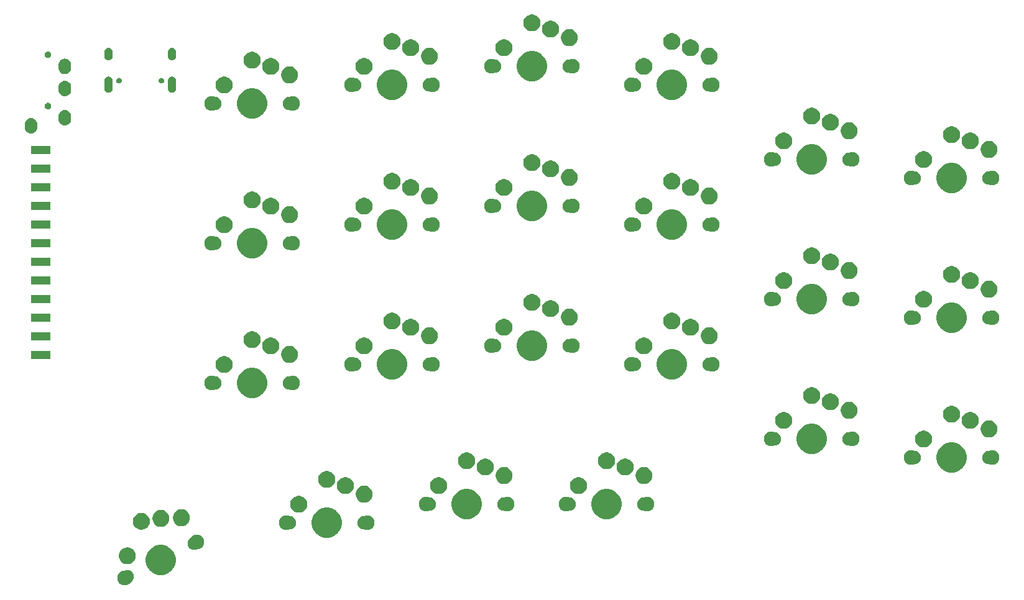
<source format=gbs>
From 4589117f02c7813495719f78e581d7c812664af2 Mon Sep 17 00:00:00 2001
From: Guillaume Pinot <texitoi@texitoi.eu>
Date: Sun, 2 Aug 2020 18:34:40 +0200
Subject: generated gerber for v0.1

---
 pcb/gerbers/v0.1/right/right-B.Mask.gbs | 7207 +++++++++++++++++++++++++++++++
 1 file changed, 7207 insertions(+)
 create mode 100644 pcb/gerbers/v0.1/right/right-B.Mask.gbs

(limited to 'pcb/gerbers/v0.1/right/right-B.Mask.gbs')

diff --git a/pcb/gerbers/v0.1/right/right-B.Mask.gbs b/pcb/gerbers/v0.1/right/right-B.Mask.gbs
new file mode 100644
index 0000000..7f40e5c
--- /dev/null
+++ b/pcb/gerbers/v0.1/right/right-B.Mask.gbs
@@ -0,0 +1,7207 @@
+G04 #@! TF.GenerationSoftware,KiCad,Pcbnew,5.0.2+dfsg1-1*
+G04 #@! TF.CreationDate,2020-08-02T18:17:23+02:00*
+G04 #@! TF.ProjectId,right,72696768-742e-46b6-9963-61645f706362,rev?*
+G04 #@! TF.SameCoordinates,Original*
+G04 #@! TF.FileFunction,Soldermask,Bot*
+G04 #@! TF.FilePolarity,Negative*
+%FSLAX46Y46*%
+G04 Gerber Fmt 4.6, Leading zero omitted, Abs format (unit mm)*
+G04 Created by KiCad (PCBNEW 5.0.2+dfsg1-1) date dim. 02 août 2020 18:17:23 CEST*
+%MOMM*%
+%LPD*%
+G01*
+G04 APERTURE LIST*
+%ADD10C,0.100000*%
+G04 APERTURE END LIST*
+D10*
+G36*
+X95284545Y-138052309D02*
+X95448517Y-138120229D01*
+X95596087Y-138218832D01*
+X95721586Y-138344331D01*
+X95820189Y-138491901D01*
+X95888109Y-138655873D01*
+X95922733Y-138829944D01*
+X95922733Y-139007426D01*
+X95888109Y-139181497D01*
+X95820189Y-139345469D01*
+X95721586Y-139493039D01*
+X95596087Y-139618538D01*
+X95456435Y-139711850D01*
+X95437502Y-139727388D01*
+X95425208Y-139742369D01*
+X95283964Y-139883613D01*
+X95120011Y-139993163D01*
+X94937842Y-140068620D01*
+X94744451Y-140107088D01*
+X94547271Y-140107088D01*
+X94353880Y-140068620D01*
+X94171711Y-139993163D01*
+X94007758Y-139883613D01*
+X93868336Y-139744191D01*
+X93758786Y-139580238D01*
+X93683329Y-139398069D01*
+X93644861Y-139204678D01*
+X93644861Y-139007498D01*
+X93683329Y-138814107D01*
+X93758786Y-138631938D01*
+X93868336Y-138467985D01*
+X94007758Y-138328563D01*
+X94171711Y-138219013D01*
+X94353880Y-138143556D01*
+X94547271Y-138105088D01*
+X94606641Y-138105088D01*
+X94631027Y-138102686D01*
+X94654463Y-138095577D01*
+X94758921Y-138052309D01*
+X94932992Y-138017685D01*
+X95110474Y-138017685D01*
+X95284545Y-138052309D01*
+X95284545Y-138052309D01*
+G37*
+G36*
+X100166252Y-134679818D02*
+X100166254Y-134679819D01*
+X100166255Y-134679819D01*
+X100539513Y-134834427D01*
+X100726955Y-134959672D01*
+X100875439Y-135058886D01*
+X101161114Y-135344561D01*
+X101161116Y-135344564D01*
+X101385573Y-135680487D01*
+X101411527Y-135743146D01*
+X101540182Y-136053748D01*
+X101619000Y-136449993D01*
+X101619000Y-136854007D01*
+X101553033Y-137185648D01*
+X101540181Y-137250255D01*
+X101385573Y-137623513D01*
+X101385572Y-137623514D01*
+X101161114Y-137959439D01*
+X100875439Y-138245114D01*
+X100875436Y-138245116D01*
+X100539513Y-138469573D01*
+X100166255Y-138624181D01*
+X100166254Y-138624181D01*
+X100166252Y-138624182D01*
+X99770007Y-138703000D01*
+X99365993Y-138703000D01*
+X98969748Y-138624182D01*
+X98969746Y-138624181D01*
+X98969745Y-138624181D01*
+X98596487Y-138469573D01*
+X98260564Y-138245116D01*
+X98260561Y-138245114D01*
+X97974886Y-137959439D01*
+X97750428Y-137623514D01*
+X97750427Y-137623513D01*
+X97595819Y-137250255D01*
+X97582968Y-137185648D01*
+X97517000Y-136854007D01*
+X97517000Y-136449993D01*
+X97595818Y-136053748D01*
+X97724473Y-135743146D01*
+X97750427Y-135680487D01*
+X97974884Y-135344564D01*
+X97974886Y-135344561D01*
+X98260561Y-135058886D01*
+X98409045Y-134959672D01*
+X98596487Y-134834427D01*
+X98969745Y-134679819D01*
+X98969746Y-134679819D01*
+X98969748Y-134679818D01*
+X99365993Y-134601000D01*
+X99770007Y-134601000D01*
+X100166252Y-134679818D01*
+X100166252Y-134679818D01*
+G37*
+G36*
+X95360692Y-134972112D02*
+X95570160Y-135058876D01*
+X95758681Y-135184842D01*
+X95918996Y-135345157D01*
+X96044962Y-135533678D01*
+X96131726Y-135743146D01*
+X96175958Y-135965515D01*
+X96175958Y-136192245D01*
+X96131726Y-136414614D01*
+X96044962Y-136624082D01*
+X95918996Y-136812603D01*
+X95758681Y-136972918D01*
+X95570160Y-137098884D01*
+X95360692Y-137185648D01*
+X95138323Y-137229880D01*
+X94911593Y-137229880D01*
+X94689224Y-137185648D01*
+X94479756Y-137098884D01*
+X94291235Y-136972918D01*
+X94130920Y-136812603D01*
+X94004954Y-136624082D01*
+X93918190Y-136414614D01*
+X93873958Y-136192245D01*
+X93873958Y-135965515D01*
+X93918190Y-135743146D01*
+X94004954Y-135533678D01*
+X94130920Y-135345157D01*
+X94291235Y-135184842D01*
+X94479756Y-135058876D01*
+X94689224Y-134972112D01*
+X94911593Y-134927880D01*
+X95138323Y-134927880D01*
+X95360692Y-134972112D01*
+X95360692Y-134972112D01*
+G37*
+G36*
+X104782120Y-133235380D02*
+X104964289Y-133310837D01*
+X105128242Y-133420387D01*
+X105267664Y-133559809D01*
+X105377214Y-133723762D01*
+X105452671Y-133905931D01*
+X105491139Y-134099322D01*
+X105491139Y-134296502D01*
+X105452671Y-134489893D01*
+X105377214Y-134672062D01*
+X105267664Y-134836015D01*
+X105128242Y-134975437D01*
+X104964289Y-135084987D01*
+X104782120Y-135160444D01*
+X104588729Y-135198912D01*
+X104529359Y-135198912D01*
+X104504973Y-135201314D01*
+X104481537Y-135208423D01*
+X104377079Y-135251691D01*
+X104203008Y-135286315D01*
+X104025526Y-135286315D01*
+X103851455Y-135251691D01*
+X103687483Y-135183771D01*
+X103539913Y-135085168D01*
+X103414414Y-134959669D01*
+X103315811Y-134812099D01*
+X103247891Y-134648127D01*
+X103213267Y-134474056D01*
+X103213267Y-134296574D01*
+X103247891Y-134122503D01*
+X103315811Y-133958531D01*
+X103414414Y-133810961D01*
+X103539913Y-133685462D01*
+X103679565Y-133592150D01*
+X103698498Y-133576612D01*
+X103710792Y-133561631D01*
+X103852036Y-133420387D01*
+X104015989Y-133310837D01*
+X104198158Y-133235380D01*
+X104391549Y-133196912D01*
+X104588729Y-133196912D01*
+X104782120Y-133235380D01*
+X104782120Y-133235380D01*
+G37*
+G36*
+X122772252Y-129599818D02*
+X122772254Y-129599819D01*
+X122772255Y-129599819D01*
+X123145513Y-129754427D01*
+X123441782Y-129952388D01*
+X123481439Y-129978886D01*
+X123767114Y-130264561D01*
+X123767116Y-130264564D01*
+X123991573Y-130600487D01*
+X124146181Y-130973745D01*
+X124146182Y-130973748D01*
+X124225000Y-131369993D01*
+X124225000Y-131774007D01*
+X124150936Y-132146354D01*
+X124146181Y-132170255D01*
+X123991573Y-132543513D01*
+X123991572Y-132543514D01*
+X123767114Y-132879439D01*
+X123481439Y-133165114D01*
+X123481436Y-133165116D01*
+X123145513Y-133389573D01*
+X122772255Y-133544181D01*
+X122772254Y-133544181D01*
+X122772252Y-133544182D01*
+X122376007Y-133623000D01*
+X121971993Y-133623000D01*
+X121575748Y-133544182D01*
+X121575746Y-133544181D01*
+X121575745Y-133544181D01*
+X121202487Y-133389573D01*
+X120866564Y-133165116D01*
+X120866561Y-133165114D01*
+X120580886Y-132879439D01*
+X120356428Y-132543514D01*
+X120356427Y-132543513D01*
+X120201819Y-132170255D01*
+X120197065Y-132146354D01*
+X120123000Y-131774007D01*
+X120123000Y-131369993D01*
+X120201818Y-130973748D01*
+X120201819Y-130973745D01*
+X120356427Y-130600487D01*
+X120580884Y-130264564D01*
+X120580886Y-130264561D01*
+X120866561Y-129978886D01*
+X120906218Y-129952388D01*
+X121202487Y-129754427D01*
+X121575745Y-129599819D01*
+X121575746Y-129599819D01*
+X121575748Y-129599818D01*
+X121971993Y-129521000D01*
+X122376007Y-129521000D01*
+X122772252Y-129599818D01*
+X122772252Y-129599818D01*
+G37*
+G36*
+X116965981Y-130609468D02*
+X117091561Y-130661485D01*
+X117115010Y-130668598D01*
+X117139396Y-130671000D01*
+X117182741Y-130671000D01*
+X117356812Y-130705624D01*
+X117520784Y-130773544D01*
+X117668354Y-130872147D01*
+X117793853Y-130997646D01*
+X117892456Y-131145216D01*
+X117960376Y-131309188D01*
+X117995000Y-131483259D01*
+X117995000Y-131660741D01*
+X117960376Y-131834812D01*
+X117892456Y-131998784D01*
+X117793853Y-132146354D01*
+X117668354Y-132271853D01*
+X117520784Y-132370456D01*
+X117356812Y-132438376D01*
+X117182741Y-132473000D01*
+X117139396Y-132473000D01*
+X117115010Y-132475402D01*
+X117091561Y-132482515D01*
+X116965981Y-132534532D01*
+X116772590Y-132573000D01*
+X116575410Y-132573000D01*
+X116382019Y-132534532D01*
+X116199850Y-132459075D01*
+X116035897Y-132349525D01*
+X115896475Y-132210103D01*
+X115786925Y-132046150D01*
+X115711468Y-131863981D01*
+X115673000Y-131670590D01*
+X115673000Y-131473410D01*
+X115711468Y-131280019D01*
+X115786925Y-131097850D01*
+X115896475Y-130933897D01*
+X116035897Y-130794475D01*
+X116199850Y-130684925D01*
+X116382019Y-130609468D01*
+X116575410Y-130571000D01*
+X116772590Y-130571000D01*
+X116965981Y-130609468D01*
+X116965981Y-130609468D01*
+G37*
+G36*
+X127965981Y-130609468D02*
+X128148150Y-130684925D01*
+X128312103Y-130794475D01*
+X128451525Y-130933897D01*
+X128561075Y-131097850D01*
+X128636532Y-131280019D01*
+X128675000Y-131473410D01*
+X128675000Y-131670590D01*
+X128636532Y-131863981D01*
+X128561075Y-132046150D01*
+X128451525Y-132210103D01*
+X128312103Y-132349525D01*
+X128148150Y-132459075D01*
+X127994094Y-132522887D01*
+X127965981Y-132534532D01*
+X127772590Y-132573000D01*
+X127575410Y-132573000D01*
+X127382019Y-132534532D01*
+X127353906Y-132522887D01*
+X127256439Y-132482515D01*
+X127232990Y-132475402D01*
+X127208604Y-132473000D01*
+X127165259Y-132473000D01*
+X126991188Y-132438376D01*
+X126827216Y-132370456D01*
+X126679646Y-132271853D01*
+X126554147Y-132146354D01*
+X126455544Y-131998784D01*
+X126387624Y-131834812D01*
+X126353000Y-131660741D01*
+X126353000Y-131483259D01*
+X126387624Y-131309188D01*
+X126455544Y-131145216D01*
+X126554147Y-130997646D01*
+X126679646Y-130872147D01*
+X126827216Y-130773544D01*
+X126991188Y-130705624D01*
+X127165259Y-130671000D01*
+X127208604Y-130671000D01*
+X127232990Y-130668598D01*
+X127256439Y-130661485D01*
+X127382019Y-130609468D01*
+X127575410Y-130571000D01*
+X127772590Y-130571000D01*
+X127965981Y-130609468D01*
+X127965981Y-130609468D01*
+G37*
+G36*
+X97271167Y-130265119D02*
+X97480635Y-130351883D01*
+X97669156Y-130477849D01*
+X97829471Y-130638164D01*
+X97955437Y-130826685D01*
+X98042201Y-131036153D01*
+X98086433Y-131258522D01*
+X98086433Y-131485252D01*
+X98042201Y-131707621D01*
+X97955437Y-131917089D01*
+X97829471Y-132105610D01*
+X97669156Y-132265925D01*
+X97480635Y-132391891D01*
+X97271167Y-132478655D01*
+X97048798Y-132522887D01*
+X96822068Y-132522887D01*
+X96599699Y-132478655D01*
+X96390231Y-132391891D01*
+X96201710Y-132265925D01*
+X96041395Y-132105610D01*
+X95915429Y-131917089D01*
+X95828665Y-131707621D01*
+X95784433Y-131485252D01*
+X95784433Y-131258522D01*
+X95828665Y-131036153D01*
+X95915429Y-130826685D01*
+X96041395Y-130638164D01*
+X96201710Y-130477849D01*
+X96390231Y-130351883D01*
+X96599699Y-130265119D01*
+X96822068Y-130220887D01*
+X97048798Y-130220887D01*
+X97271167Y-130265119D01*
+X97271167Y-130265119D01*
+G37*
+G36*
+X99910182Y-129865623D02*
+X100119650Y-129952387D01*
+X100308171Y-130078353D01*
+X100468486Y-130238668D01*
+X100594452Y-130427189D01*
+X100681216Y-130636657D01*
+X100725448Y-130859026D01*
+X100725448Y-131085756D01*
+X100681216Y-131308125D01*
+X100594452Y-131517593D01*
+X100468486Y-131706114D01*
+X100308171Y-131866429D01*
+X100119650Y-131992395D01*
+X99910182Y-132079159D01*
+X99687813Y-132123391D01*
+X99461083Y-132123391D01*
+X99238714Y-132079159D01*
+X99029246Y-131992395D01*
+X98840725Y-131866429D01*
+X98680410Y-131706114D01*
+X98554444Y-131517593D01*
+X98467680Y-131308125D01*
+X98423448Y-131085756D01*
+X98423448Y-130859026D01*
+X98467680Y-130636657D01*
+X98554444Y-130427189D01*
+X98680410Y-130238668D01*
+X98840725Y-130078353D01*
+X99029246Y-129952387D01*
+X99238714Y-129865623D01*
+X99461083Y-129821391D01*
+X99687813Y-129821391D01*
+X99910182Y-129865623D01*
+X99910182Y-129865623D01*
+G37*
+G36*
+X102727728Y-129779379D02*
+X102937196Y-129866143D01*
+X103125717Y-129992109D01*
+X103286032Y-130152424D01*
+X103411998Y-130340945D01*
+X103498762Y-130550413D01*
+X103542994Y-130772782D01*
+X103542994Y-130999512D01*
+X103498762Y-131221881D01*
+X103411998Y-131431349D01*
+X103286032Y-131619870D01*
+X103125717Y-131780185D01*
+X102937196Y-131906151D01*
+X102727728Y-131992915D01*
+X102505359Y-132037147D01*
+X102278629Y-132037147D01*
+X102056260Y-131992915D01*
+X101846792Y-131906151D01*
+X101658271Y-131780185D01*
+X101497956Y-131619870D01*
+X101371990Y-131431349D01*
+X101285226Y-131221881D01*
+X101240994Y-130999512D01*
+X101240994Y-130772782D01*
+X101285226Y-130550413D01*
+X101371990Y-130340945D01*
+X101497956Y-130152424D01*
+X101658271Y-129992109D01*
+X101846792Y-129866143D01*
+X102056260Y-129779379D01*
+X102278629Y-129735147D01*
+X102505359Y-129735147D01*
+X102727728Y-129779379D01*
+X102727728Y-129779379D01*
+G37*
+G36*
+X141822252Y-127059818D02*
+X141822254Y-127059819D01*
+X141822255Y-127059819D01*
+X142195513Y-127214427D01*
+X142526905Y-127435857D01*
+X142531439Y-127438886D01*
+X142817114Y-127724561D01*
+X142817116Y-127724564D01*
+X143041573Y-128060487D01*
+X143184574Y-128405723D01*
+X143196182Y-128433748D01*
+X143275000Y-128829993D01*
+X143275000Y-129234007D01*
+X143200936Y-129606354D01*
+X143196181Y-129630255D01*
+X143041573Y-130003513D01*
+X142921643Y-130183000D01*
+X142817114Y-130339439D01*
+X142531439Y-130625114D01*
+X142531436Y-130625116D01*
+X142195513Y-130849573D01*
+X141822255Y-131004181D01*
+X141822254Y-131004181D01*
+X141822252Y-131004182D01*
+X141426007Y-131083000D01*
+X141021993Y-131083000D01*
+X140625748Y-131004182D01*
+X140625746Y-131004181D01*
+X140625745Y-131004181D01*
+X140252487Y-130849573D01*
+X139916564Y-130625116D01*
+X139916561Y-130625114D01*
+X139630886Y-130339439D01*
+X139526357Y-130183000D01*
+X139406427Y-130003513D01*
+X139251819Y-129630255D01*
+X139247065Y-129606354D01*
+X139173000Y-129234007D01*
+X139173000Y-128829993D01*
+X139251818Y-128433748D01*
+X139263426Y-128405723D01*
+X139406427Y-128060487D01*
+X139630884Y-127724564D01*
+X139630886Y-127724561D01*
+X139916561Y-127438886D01*
+X139921095Y-127435857D01*
+X140252487Y-127214427D01*
+X140625745Y-127059819D01*
+X140625746Y-127059819D01*
+X140625748Y-127059818D01*
+X141021993Y-126981000D01*
+X141426007Y-126981000D01*
+X141822252Y-127059818D01*
+X141822252Y-127059818D01*
+G37*
+G36*
+X160872252Y-127059818D02*
+X160872254Y-127059819D01*
+X160872255Y-127059819D01*
+X161245513Y-127214427D01*
+X161576905Y-127435857D01*
+X161581439Y-127438886D01*
+X161867114Y-127724561D01*
+X161867116Y-127724564D01*
+X162091573Y-128060487D01*
+X162234574Y-128405723D01*
+X162246182Y-128433748D01*
+X162325000Y-128829993D01*
+X162325000Y-129234007D01*
+X162250936Y-129606354D01*
+X162246181Y-129630255D01*
+X162091573Y-130003513D01*
+X161971643Y-130183000D01*
+X161867114Y-130339439D01*
+X161581439Y-130625114D01*
+X161581436Y-130625116D01*
+X161245513Y-130849573D01*
+X160872255Y-131004181D01*
+X160872254Y-131004181D01*
+X160872252Y-131004182D01*
+X160476007Y-131083000D01*
+X160071993Y-131083000D01*
+X159675748Y-131004182D01*
+X159675746Y-131004181D01*
+X159675745Y-131004181D01*
+X159302487Y-130849573D01*
+X158966564Y-130625116D01*
+X158966561Y-130625114D01*
+X158680886Y-130339439D01*
+X158576357Y-130183000D01*
+X158456427Y-130003513D01*
+X158301819Y-129630255D01*
+X158297065Y-129606354D01*
+X158223000Y-129234007D01*
+X158223000Y-128829993D01*
+X158301818Y-128433748D01*
+X158313426Y-128405723D01*
+X158456427Y-128060487D01*
+X158680884Y-127724564D01*
+X158680886Y-127724561D01*
+X158966561Y-127438886D01*
+X158971095Y-127435857D01*
+X159302487Y-127214427D01*
+X159675745Y-127059819D01*
+X159675746Y-127059819D01*
+X159675748Y-127059818D01*
+X160071993Y-126981000D01*
+X160476007Y-126981000D01*
+X160872252Y-127059818D01*
+X160872252Y-127059818D01*
+G37*
+G36*
+X118699734Y-127925232D02*
+X118909202Y-128011996D01*
+X119097723Y-128137962D01*
+X119258038Y-128298277D01*
+X119384004Y-128486798D01*
+X119470768Y-128696266D01*
+X119515000Y-128918635D01*
+X119515000Y-129145365D01*
+X119470768Y-129367734D01*
+X119384004Y-129577202D01*
+X119258038Y-129765723D01*
+X119097723Y-129926038D01*
+X118909202Y-130052004D01*
+X118699734Y-130138768D01*
+X118477365Y-130183000D01*
+X118250635Y-130183000D01*
+X118028266Y-130138768D01*
+X117818798Y-130052004D01*
+X117630277Y-129926038D01*
+X117469962Y-129765723D01*
+X117343996Y-129577202D01*
+X117257232Y-129367734D01*
+X117213000Y-129145365D01*
+X117213000Y-128918635D01*
+X117257232Y-128696266D01*
+X117343996Y-128486798D01*
+X117469962Y-128298277D01*
+X117630277Y-128137962D01*
+X117818798Y-128011996D01*
+X118028266Y-127925232D01*
+X118250635Y-127881000D01*
+X118477365Y-127881000D01*
+X118699734Y-127925232D01*
+X118699734Y-127925232D01*
+G37*
+G36*
+X155065981Y-128069468D02*
+X155191561Y-128121485D01*
+X155215010Y-128128598D01*
+X155239396Y-128131000D01*
+X155282741Y-128131000D01*
+X155456812Y-128165624D01*
+X155620784Y-128233544D01*
+X155768354Y-128332147D01*
+X155893853Y-128457646D01*
+X155992456Y-128605216D01*
+X156060376Y-128769188D01*
+X156095000Y-128943259D01*
+X156095000Y-129120741D01*
+X156060376Y-129294812D01*
+X155992456Y-129458784D01*
+X155893853Y-129606354D01*
+X155768354Y-129731853D01*
+X155620784Y-129830456D01*
+X155456812Y-129898376D01*
+X155282741Y-129933000D01*
+X155239396Y-129933000D01*
+X155215010Y-129935402D01*
+X155191561Y-129942515D01*
+X155065981Y-129994532D01*
+X154872590Y-130033000D01*
+X154675410Y-130033000D01*
+X154482019Y-129994532D01*
+X154299850Y-129919075D01*
+X154135897Y-129809525D01*
+X153996475Y-129670103D01*
+X153886925Y-129506150D01*
+X153811468Y-129323981D01*
+X153773000Y-129130590D01*
+X153773000Y-128933410D01*
+X153811468Y-128740019D01*
+X153886925Y-128557850D01*
+X153996475Y-128393897D01*
+X154135897Y-128254475D01*
+X154299850Y-128144925D01*
+X154482019Y-128069468D01*
+X154675410Y-128031000D01*
+X154872590Y-128031000D01*
+X155065981Y-128069468D01*
+X155065981Y-128069468D01*
+G37*
+G36*
+X147015981Y-128069468D02*
+X147198150Y-128144925D01*
+X147362103Y-128254475D01*
+X147501525Y-128393897D01*
+X147611075Y-128557850D01*
+X147686532Y-128740019D01*
+X147725000Y-128933410D01*
+X147725000Y-129130590D01*
+X147686532Y-129323981D01*
+X147611075Y-129506150D01*
+X147501525Y-129670103D01*
+X147362103Y-129809525D01*
+X147198150Y-129919075D01*
+X147015981Y-129994532D01*
+X146822590Y-130033000D01*
+X146625410Y-130033000D01*
+X146432019Y-129994532D01*
+X146306439Y-129942515D01*
+X146282990Y-129935402D01*
+X146258604Y-129933000D01*
+X146215259Y-129933000D01*
+X146041188Y-129898376D01*
+X145877216Y-129830456D01*
+X145729646Y-129731853D01*
+X145604147Y-129606354D01*
+X145505544Y-129458784D01*
+X145437624Y-129294812D01*
+X145403000Y-129120741D01*
+X145403000Y-128943259D01*
+X145437624Y-128769188D01*
+X145505544Y-128605216D01*
+X145604147Y-128457646D01*
+X145729646Y-128332147D01*
+X145877216Y-128233544D01*
+X146041188Y-128165624D01*
+X146215259Y-128131000D01*
+X146258604Y-128131000D01*
+X146282990Y-128128598D01*
+X146306439Y-128121485D01*
+X146432019Y-128069468D01*
+X146625410Y-128031000D01*
+X146822590Y-128031000D01*
+X147015981Y-128069468D01*
+X147015981Y-128069468D01*
+G37*
+G36*
+X166065981Y-128069468D02*
+X166248150Y-128144925D01*
+X166412103Y-128254475D01*
+X166551525Y-128393897D01*
+X166661075Y-128557850D01*
+X166736532Y-128740019D01*
+X166775000Y-128933410D01*
+X166775000Y-129130590D01*
+X166736532Y-129323981D01*
+X166661075Y-129506150D01*
+X166551525Y-129670103D01*
+X166412103Y-129809525D01*
+X166248150Y-129919075D01*
+X166065981Y-129994532D01*
+X165872590Y-130033000D01*
+X165675410Y-130033000D01*
+X165482019Y-129994532D01*
+X165356439Y-129942515D01*
+X165332990Y-129935402D01*
+X165308604Y-129933000D01*
+X165265259Y-129933000D01*
+X165091188Y-129898376D01*
+X164927216Y-129830456D01*
+X164779646Y-129731853D01*
+X164654147Y-129606354D01*
+X164555544Y-129458784D01*
+X164487624Y-129294812D01*
+X164453000Y-129120741D01*
+X164453000Y-128943259D01*
+X164487624Y-128769188D01*
+X164555544Y-128605216D01*
+X164654147Y-128457646D01*
+X164779646Y-128332147D01*
+X164927216Y-128233544D01*
+X165091188Y-128165624D01*
+X165265259Y-128131000D01*
+X165308604Y-128131000D01*
+X165332990Y-128128598D01*
+X165356439Y-128121485D01*
+X165482019Y-128069468D01*
+X165675410Y-128031000D01*
+X165872590Y-128031000D01*
+X166065981Y-128069468D01*
+X166065981Y-128069468D01*
+G37*
+G36*
+X136015981Y-128069468D02*
+X136141561Y-128121485D01*
+X136165010Y-128128598D01*
+X136189396Y-128131000D01*
+X136232741Y-128131000D01*
+X136406812Y-128165624D01*
+X136570784Y-128233544D01*
+X136718354Y-128332147D01*
+X136843853Y-128457646D01*
+X136942456Y-128605216D01*
+X137010376Y-128769188D01*
+X137045000Y-128943259D01*
+X137045000Y-129120741D01*
+X137010376Y-129294812D01*
+X136942456Y-129458784D01*
+X136843853Y-129606354D01*
+X136718354Y-129731853D01*
+X136570784Y-129830456D01*
+X136406812Y-129898376D01*
+X136232741Y-129933000D01*
+X136189396Y-129933000D01*
+X136165010Y-129935402D01*
+X136141561Y-129942515D01*
+X136021835Y-129992107D01*
+X136015981Y-129994532D01*
+X135822590Y-130033000D01*
+X135625410Y-130033000D01*
+X135432019Y-129994532D01*
+X135426165Y-129992107D01*
+X135249850Y-129919075D01*
+X135085897Y-129809525D01*
+X134946475Y-129670103D01*
+X134836925Y-129506150D01*
+X134761468Y-129323981D01*
+X134723000Y-129130590D01*
+X134723000Y-128933410D01*
+X134761468Y-128740019D01*
+X134836925Y-128557850D01*
+X134946475Y-128393897D01*
+X135085897Y-128254475D01*
+X135249850Y-128144925D01*
+X135432019Y-128069468D01*
+X135625410Y-128031000D01*
+X135822590Y-128031000D01*
+X136015981Y-128069468D01*
+X136015981Y-128069468D01*
+G37*
+G36*
+X127609734Y-126565232D02*
+X127819202Y-126651996D01*
+X128007723Y-126777962D01*
+X128168038Y-126938277D01*
+X128294004Y-127126798D01*
+X128380768Y-127336266D01*
+X128425000Y-127558635D01*
+X128425000Y-127785365D01*
+X128380768Y-128007734D01*
+X128294004Y-128217202D01*
+X128168038Y-128405723D01*
+X128007723Y-128566038D01*
+X127819202Y-128692004D01*
+X127609734Y-128778768D01*
+X127387365Y-128823000D01*
+X127160635Y-128823000D01*
+X126938266Y-128778768D01*
+X126728798Y-128692004D01*
+X126540277Y-128566038D01*
+X126379962Y-128405723D01*
+X126253996Y-128217202D01*
+X126167232Y-128007734D01*
+X126123000Y-127785365D01*
+X126123000Y-127558635D01*
+X126167232Y-127336266D01*
+X126253996Y-127126798D01*
+X126379962Y-126938277D01*
+X126540277Y-126777962D01*
+X126728798Y-126651996D01*
+X126938266Y-126565232D01*
+X127160635Y-126521000D01*
+X127387365Y-126521000D01*
+X127609734Y-126565232D01*
+X127609734Y-126565232D01*
+G37*
+G36*
+X156799734Y-125385232D02*
+X157009202Y-125471996D01*
+X157197723Y-125597962D01*
+X157358038Y-125758277D01*
+X157484004Y-125946798D01*
+X157570768Y-126156266D01*
+X157615000Y-126378635D01*
+X157615000Y-126605365D01*
+X157570768Y-126827734D01*
+X157484004Y-127037202D01*
+X157358038Y-127225723D01*
+X157197723Y-127386038D01*
+X157009202Y-127512004D01*
+X156799734Y-127598768D01*
+X156577365Y-127643000D01*
+X156350635Y-127643000D01*
+X156128266Y-127598768D01*
+X155918798Y-127512004D01*
+X155730277Y-127386038D01*
+X155569962Y-127225723D01*
+X155443996Y-127037202D01*
+X155357232Y-126827734D01*
+X155313000Y-126605365D01*
+X155313000Y-126378635D01*
+X155357232Y-126156266D01*
+X155443996Y-125946798D01*
+X155569962Y-125758277D01*
+X155730277Y-125597962D01*
+X155918798Y-125471996D01*
+X156128266Y-125385232D01*
+X156350635Y-125341000D01*
+X156577365Y-125341000D01*
+X156799734Y-125385232D01*
+X156799734Y-125385232D01*
+G37*
+G36*
+X137749734Y-125385232D02*
+X137959202Y-125471996D01*
+X138147723Y-125597962D01*
+X138308038Y-125758277D01*
+X138434004Y-125946798D01*
+X138520768Y-126156266D01*
+X138565000Y-126378635D01*
+X138565000Y-126605365D01*
+X138520768Y-126827734D01*
+X138434004Y-127037202D01*
+X138308038Y-127225723D01*
+X138147723Y-127386038D01*
+X137959202Y-127512004D01*
+X137749734Y-127598768D01*
+X137527365Y-127643000D01*
+X137300635Y-127643000D01*
+X137078266Y-127598768D01*
+X136868798Y-127512004D01*
+X136680277Y-127386038D01*
+X136519962Y-127225723D01*
+X136393996Y-127037202D01*
+X136307232Y-126827734D01*
+X136263000Y-126605365D01*
+X136263000Y-126378635D01*
+X136307232Y-126156266D01*
+X136393996Y-125946798D01*
+X136519962Y-125758277D01*
+X136680277Y-125597962D01*
+X136868798Y-125471996D01*
+X137078266Y-125385232D01*
+X137300635Y-125341000D01*
+X137527365Y-125341000D01*
+X137749734Y-125385232D01*
+X137749734Y-125385232D01*
+G37*
+G36*
+X125049734Y-125385232D02*
+X125259202Y-125471996D01*
+X125447723Y-125597962D01*
+X125608038Y-125758277D01*
+X125734004Y-125946798D01*
+X125820768Y-126156266D01*
+X125865000Y-126378635D01*
+X125865000Y-126605365D01*
+X125820768Y-126827734D01*
+X125734004Y-127037202D01*
+X125608038Y-127225723D01*
+X125447723Y-127386038D01*
+X125259202Y-127512004D01*
+X125049734Y-127598768D01*
+X124827365Y-127643000D01*
+X124600635Y-127643000D01*
+X124378266Y-127598768D01*
+X124168798Y-127512004D01*
+X123980277Y-127386038D01*
+X123819962Y-127225723D01*
+X123693996Y-127037202D01*
+X123607232Y-126827734D01*
+X123563000Y-126605365D01*
+X123563000Y-126378635D01*
+X123607232Y-126156266D01*
+X123693996Y-125946798D01*
+X123819962Y-125758277D01*
+X123980277Y-125597962D01*
+X124168798Y-125471996D01*
+X124378266Y-125385232D01*
+X124600635Y-125341000D01*
+X124827365Y-125341000D01*
+X125049734Y-125385232D01*
+X125049734Y-125385232D01*
+G37*
+G36*
+X122509734Y-124565232D02*
+X122719202Y-124651996D01*
+X122907723Y-124777962D01*
+X123068038Y-124938277D01*
+X123194004Y-125126798D01*
+X123280768Y-125336266D01*
+X123325000Y-125558635D01*
+X123325000Y-125785365D01*
+X123280768Y-126007734D01*
+X123194004Y-126217202D01*
+X123068038Y-126405723D01*
+X122907723Y-126566038D01*
+X122719202Y-126692004D01*
+X122509734Y-126778768D01*
+X122287365Y-126823000D01*
+X122060635Y-126823000D01*
+X121838266Y-126778768D01*
+X121628798Y-126692004D01*
+X121440277Y-126566038D01*
+X121279962Y-126405723D01*
+X121153996Y-126217202D01*
+X121067232Y-126007734D01*
+X121023000Y-125785365D01*
+X121023000Y-125558635D01*
+X121067232Y-125336266D01*
+X121153996Y-125126798D01*
+X121279962Y-124938277D01*
+X121440277Y-124777962D01*
+X121628798Y-124651996D01*
+X121838266Y-124565232D01*
+X122060635Y-124521000D01*
+X122287365Y-124521000D01*
+X122509734Y-124565232D01*
+X122509734Y-124565232D01*
+G37*
+G36*
+X165709734Y-124025232D02*
+X165919202Y-124111996D01*
+X166107723Y-124237962D01*
+X166268038Y-124398277D01*
+X166394004Y-124586798D01*
+X166480768Y-124796266D01*
+X166525000Y-125018635D01*
+X166525000Y-125245365D01*
+X166480768Y-125467734D01*
+X166394004Y-125677202D01*
+X166268038Y-125865723D01*
+X166107723Y-126026038D01*
+X165919202Y-126152004D01*
+X165709734Y-126238768D01*
+X165487365Y-126283000D01*
+X165260635Y-126283000D01*
+X165038266Y-126238768D01*
+X164828798Y-126152004D01*
+X164640277Y-126026038D01*
+X164479962Y-125865723D01*
+X164353996Y-125677202D01*
+X164267232Y-125467734D01*
+X164223000Y-125245365D01*
+X164223000Y-125018635D01*
+X164267232Y-124796266D01*
+X164353996Y-124586798D01*
+X164479962Y-124398277D01*
+X164640277Y-124237962D01*
+X164828798Y-124111996D01*
+X165038266Y-124025232D01*
+X165260635Y-123981000D01*
+X165487365Y-123981000D01*
+X165709734Y-124025232D01*
+X165709734Y-124025232D01*
+G37*
+G36*
+X146659734Y-124025232D02*
+X146869202Y-124111996D01*
+X147057723Y-124237962D01*
+X147218038Y-124398277D01*
+X147344004Y-124586798D01*
+X147430768Y-124796266D01*
+X147475000Y-125018635D01*
+X147475000Y-125245365D01*
+X147430768Y-125467734D01*
+X147344004Y-125677202D01*
+X147218038Y-125865723D01*
+X147057723Y-126026038D01*
+X146869202Y-126152004D01*
+X146659734Y-126238768D01*
+X146437365Y-126283000D01*
+X146210635Y-126283000D01*
+X145988266Y-126238768D01*
+X145778798Y-126152004D01*
+X145590277Y-126026038D01*
+X145429962Y-125865723D01*
+X145303996Y-125677202D01*
+X145217232Y-125467734D01*
+X145173000Y-125245365D01*
+X145173000Y-125018635D01*
+X145217232Y-124796266D01*
+X145303996Y-124586798D01*
+X145429962Y-124398277D01*
+X145590277Y-124237962D01*
+X145778798Y-124111996D01*
+X145988266Y-124025232D01*
+X146210635Y-123981000D01*
+X146437365Y-123981000D01*
+X146659734Y-124025232D01*
+X146659734Y-124025232D01*
+G37*
+G36*
+X144099734Y-122845232D02*
+X144309202Y-122931996D01*
+X144497723Y-123057962D01*
+X144658038Y-123218277D01*
+X144784004Y-123406798D01*
+X144870768Y-123616266D01*
+X144915000Y-123838635D01*
+X144915000Y-124065365D01*
+X144870768Y-124287734D01*
+X144784004Y-124497202D01*
+X144658038Y-124685723D01*
+X144497723Y-124846038D01*
+X144309202Y-124972004D01*
+X144099734Y-125058768D01*
+X143877365Y-125103000D01*
+X143650635Y-125103000D01*
+X143428266Y-125058768D01*
+X143218798Y-124972004D01*
+X143030277Y-124846038D01*
+X142869962Y-124685723D01*
+X142743996Y-124497202D01*
+X142657232Y-124287734D01*
+X142613000Y-124065365D01*
+X142613000Y-123838635D01*
+X142657232Y-123616266D01*
+X142743996Y-123406798D01*
+X142869962Y-123218277D01*
+X143030277Y-123057962D01*
+X143218798Y-122931996D01*
+X143428266Y-122845232D01*
+X143650635Y-122801000D01*
+X143877365Y-122801000D01*
+X144099734Y-122845232D01*
+X144099734Y-122845232D01*
+G37*
+G36*
+X163149734Y-122845232D02*
+X163359202Y-122931996D01*
+X163547723Y-123057962D01*
+X163708038Y-123218277D01*
+X163834004Y-123406798D01*
+X163920768Y-123616266D01*
+X163965000Y-123838635D01*
+X163965000Y-124065365D01*
+X163920768Y-124287734D01*
+X163834004Y-124497202D01*
+X163708038Y-124685723D01*
+X163547723Y-124846038D01*
+X163359202Y-124972004D01*
+X163149734Y-125058768D01*
+X162927365Y-125103000D01*
+X162700635Y-125103000D01*
+X162478266Y-125058768D01*
+X162268798Y-124972004D01*
+X162080277Y-124846038D01*
+X161919962Y-124685723D01*
+X161793996Y-124497202D01*
+X161707232Y-124287734D01*
+X161663000Y-124065365D01*
+X161663000Y-123838635D01*
+X161707232Y-123616266D01*
+X161793996Y-123406798D01*
+X161919962Y-123218277D01*
+X162080277Y-123057962D01*
+X162268798Y-122931996D01*
+X162478266Y-122845232D01*
+X162700635Y-122801000D01*
+X162927365Y-122801000D01*
+X163149734Y-122845232D01*
+X163149734Y-122845232D01*
+G37*
+G36*
+X207862252Y-120709818D02*
+X207862254Y-120709819D01*
+X207862255Y-120709819D01*
+X208235513Y-120864427D01*
+X208502766Y-121043000D01*
+X208571439Y-121088886D01*
+X208857114Y-121374561D01*
+X208857116Y-121374564D01*
+X209081573Y-121710487D01*
+X209236181Y-122083745D01*
+X209236182Y-122083748D01*
+X209315000Y-122479993D01*
+X209315000Y-122884007D01*
+X209240936Y-123256354D01*
+X209236181Y-123280255D01*
+X209081573Y-123653513D01*
+X208862753Y-123981000D01*
+X208857114Y-123989439D01*
+X208571439Y-124275114D01*
+X208571436Y-124275116D01*
+X208235513Y-124499573D01*
+X207862255Y-124654181D01*
+X207862254Y-124654181D01*
+X207862252Y-124654182D01*
+X207466007Y-124733000D01*
+X207061993Y-124733000D01*
+X206665748Y-124654182D01*
+X206665746Y-124654181D01*
+X206665745Y-124654181D01*
+X206292487Y-124499573D01*
+X205956564Y-124275116D01*
+X205956561Y-124275114D01*
+X205670886Y-123989439D01*
+X205665247Y-123981000D01*
+X205446427Y-123653513D01*
+X205291819Y-123280255D01*
+X205287065Y-123256354D01*
+X205213000Y-122884007D01*
+X205213000Y-122479993D01*
+X205291818Y-122083748D01*
+X205291819Y-122083745D01*
+X205446427Y-121710487D01*
+X205670884Y-121374564D01*
+X205670886Y-121374561D01*
+X205956561Y-121088886D01*
+X206025234Y-121043000D01*
+X206292487Y-120864427D01*
+X206665745Y-120709819D01*
+X206665746Y-120709819D01*
+X206665748Y-120709818D01*
+X207061993Y-120631000D01*
+X207466007Y-120631000D01*
+X207862252Y-120709818D01*
+X207862252Y-120709818D01*
+G37*
+G36*
+X141559734Y-122025232D02*
+X141769202Y-122111996D01*
+X141957723Y-122237962D01*
+X142118038Y-122398277D01*
+X142244004Y-122586798D01*
+X142330768Y-122796266D01*
+X142375000Y-123018635D01*
+X142375000Y-123245365D01*
+X142330768Y-123467734D01*
+X142244004Y-123677202D01*
+X142118038Y-123865723D01*
+X141957723Y-124026038D01*
+X141769202Y-124152004D01*
+X141559734Y-124238768D01*
+X141337365Y-124283000D01*
+X141110635Y-124283000D01*
+X140888266Y-124238768D01*
+X140678798Y-124152004D01*
+X140490277Y-124026038D01*
+X140329962Y-123865723D01*
+X140203996Y-123677202D01*
+X140117232Y-123467734D01*
+X140073000Y-123245365D01*
+X140073000Y-123018635D01*
+X140117232Y-122796266D01*
+X140203996Y-122586798D01*
+X140329962Y-122398277D01*
+X140490277Y-122237962D01*
+X140678798Y-122111996D01*
+X140888266Y-122025232D01*
+X141110635Y-121981000D01*
+X141337365Y-121981000D01*
+X141559734Y-122025232D01*
+X141559734Y-122025232D01*
+G37*
+G36*
+X160609734Y-122025232D02*
+X160819202Y-122111996D01*
+X161007723Y-122237962D01*
+X161168038Y-122398277D01*
+X161294004Y-122586798D01*
+X161380768Y-122796266D01*
+X161425000Y-123018635D01*
+X161425000Y-123245365D01*
+X161380768Y-123467734D01*
+X161294004Y-123677202D01*
+X161168038Y-123865723D01*
+X161007723Y-124026038D01*
+X160819202Y-124152004D01*
+X160609734Y-124238768D01*
+X160387365Y-124283000D01*
+X160160635Y-124283000D01*
+X159938266Y-124238768D01*
+X159728798Y-124152004D01*
+X159540277Y-124026038D01*
+X159379962Y-123865723D01*
+X159253996Y-123677202D01*
+X159167232Y-123467734D01*
+X159123000Y-123245365D01*
+X159123000Y-123018635D01*
+X159167232Y-122796266D01*
+X159253996Y-122586798D01*
+X159379962Y-122398277D01*
+X159540277Y-122237962D01*
+X159728798Y-122111996D01*
+X159938266Y-122025232D01*
+X160160635Y-121981000D01*
+X160387365Y-121981000D01*
+X160609734Y-122025232D01*
+X160609734Y-122025232D01*
+G37*
+G36*
+X202055981Y-121719468D02*
+X202181561Y-121771485D01*
+X202205010Y-121778598D01*
+X202229396Y-121781000D01*
+X202272741Y-121781000D01*
+X202446812Y-121815624D01*
+X202610784Y-121883544D01*
+X202758354Y-121982147D01*
+X202883853Y-122107646D01*
+X202982456Y-122255216D01*
+X203050376Y-122419188D01*
+X203085000Y-122593259D01*
+X203085000Y-122770741D01*
+X203050376Y-122944812D01*
+X202982456Y-123108784D01*
+X202883853Y-123256354D01*
+X202758354Y-123381853D01*
+X202610784Y-123480456D01*
+X202446812Y-123548376D01*
+X202272741Y-123583000D01*
+X202229396Y-123583000D01*
+X202205010Y-123585402D01*
+X202181561Y-123592515D01*
+X202124221Y-123616266D01*
+X202055981Y-123644532D01*
+X201862590Y-123683000D01*
+X201665410Y-123683000D01*
+X201472019Y-123644532D01*
+X201403779Y-123616266D01*
+X201289850Y-123569075D01*
+X201125897Y-123459525D01*
+X200986475Y-123320103D01*
+X200876925Y-123156150D01*
+X200801468Y-122973981D01*
+X200763000Y-122780590D01*
+X200763000Y-122583410D01*
+X200801468Y-122390019D01*
+X200876925Y-122207850D01*
+X200986475Y-122043897D01*
+X201125897Y-121904475D01*
+X201289850Y-121794925D01*
+X201472019Y-121719468D01*
+X201665410Y-121681000D01*
+X201862590Y-121681000D01*
+X202055981Y-121719468D01*
+X202055981Y-121719468D01*
+G37*
+G36*
+X213055981Y-121719468D02*
+X213238150Y-121794925D01*
+X213402103Y-121904475D01*
+X213541525Y-122043897D01*
+X213651075Y-122207850D01*
+X213726532Y-122390019D01*
+X213765000Y-122583410D01*
+X213765000Y-122780590D01*
+X213726532Y-122973981D01*
+X213651075Y-123156150D01*
+X213541525Y-123320103D01*
+X213402103Y-123459525D01*
+X213238150Y-123569075D01*
+X213124221Y-123616266D01*
+X213055981Y-123644532D01*
+X212862590Y-123683000D01*
+X212665410Y-123683000D01*
+X212472019Y-123644532D01*
+X212403779Y-123616266D01*
+X212346439Y-123592515D01*
+X212322990Y-123585402D01*
+X212298604Y-123583000D01*
+X212255259Y-123583000D01*
+X212081188Y-123548376D01*
+X211917216Y-123480456D01*
+X211769646Y-123381853D01*
+X211644147Y-123256354D01*
+X211545544Y-123108784D01*
+X211477624Y-122944812D01*
+X211443000Y-122770741D01*
+X211443000Y-122593259D01*
+X211477624Y-122419188D01*
+X211545544Y-122255216D01*
+X211644147Y-122107646D01*
+X211769646Y-121982147D01*
+X211917216Y-121883544D01*
+X212081188Y-121815624D01*
+X212255259Y-121781000D01*
+X212298604Y-121781000D01*
+X212322990Y-121778598D01*
+X212346439Y-121771485D01*
+X212472019Y-121719468D01*
+X212665410Y-121681000D01*
+X212862590Y-121681000D01*
+X213055981Y-121719468D01*
+X213055981Y-121719468D01*
+G37*
+G36*
+X188812252Y-118169818D02*
+X188812254Y-118169819D01*
+X188812255Y-118169819D01*
+X189185513Y-118324427D01*
+X189516905Y-118545857D01*
+X189521439Y-118548886D01*
+X189807114Y-118834561D01*
+X189807116Y-118834564D01*
+X190031573Y-119170487D01*
+X190174574Y-119515723D01*
+X190186182Y-119543748D01*
+X190265000Y-119939993D01*
+X190265000Y-120344007D01*
+X190190936Y-120716354D01*
+X190186181Y-120740255D01*
+X190031573Y-121113513D01*
+X190031572Y-121113514D01*
+X189807114Y-121449439D01*
+X189521439Y-121735114D01*
+X189521436Y-121735116D01*
+X189185513Y-121959573D01*
+X188812255Y-122114181D01*
+X188812254Y-122114181D01*
+X188812252Y-122114182D01*
+X188416007Y-122193000D01*
+X188011993Y-122193000D01*
+X187615748Y-122114182D01*
+X187615746Y-122114181D01*
+X187615745Y-122114181D01*
+X187242487Y-121959573D01*
+X186906564Y-121735116D01*
+X186906561Y-121735114D01*
+X186620886Y-121449439D01*
+X186396428Y-121113514D01*
+X186396427Y-121113513D01*
+X186241819Y-120740255D01*
+X186237065Y-120716354D01*
+X186163000Y-120344007D01*
+X186163000Y-119939993D01*
+X186241818Y-119543748D01*
+X186253426Y-119515723D01*
+X186396427Y-119170487D01*
+X186620884Y-118834564D01*
+X186620886Y-118834561D01*
+X186906561Y-118548886D01*
+X186911095Y-118545857D01*
+X187242487Y-118324427D01*
+X187615745Y-118169819D01*
+X187615746Y-118169819D01*
+X187615748Y-118169818D01*
+X188011993Y-118091000D01*
+X188416007Y-118091000D01*
+X188812252Y-118169818D01*
+X188812252Y-118169818D01*
+G37*
+G36*
+X203789734Y-119035232D02*
+X203999202Y-119121996D01*
+X204187723Y-119247962D01*
+X204348038Y-119408277D01*
+X204474004Y-119596798D01*
+X204560768Y-119806266D01*
+X204605000Y-120028635D01*
+X204605000Y-120255365D01*
+X204560768Y-120477734D01*
+X204474004Y-120687202D01*
+X204348038Y-120875723D01*
+X204187723Y-121036038D01*
+X203999202Y-121162004D01*
+X203789734Y-121248768D01*
+X203567365Y-121293000D01*
+X203340635Y-121293000D01*
+X203118266Y-121248768D01*
+X202908798Y-121162004D01*
+X202720277Y-121036038D01*
+X202559962Y-120875723D01*
+X202433996Y-120687202D01*
+X202347232Y-120477734D01*
+X202303000Y-120255365D01*
+X202303000Y-120028635D01*
+X202347232Y-119806266D01*
+X202433996Y-119596798D01*
+X202559962Y-119408277D01*
+X202720277Y-119247962D01*
+X202908798Y-119121996D01*
+X203118266Y-119035232D01*
+X203340635Y-118991000D01*
+X203567365Y-118991000D01*
+X203789734Y-119035232D01*
+X203789734Y-119035232D01*
+G37*
+G36*
+X183005981Y-119179468D02*
+X183131561Y-119231485D01*
+X183155010Y-119238598D01*
+X183179396Y-119241000D01*
+X183222741Y-119241000D01*
+X183396812Y-119275624D01*
+X183560784Y-119343544D01*
+X183708354Y-119442147D01*
+X183833853Y-119567646D01*
+X183932456Y-119715216D01*
+X184000376Y-119879188D01*
+X184035000Y-120053259D01*
+X184035000Y-120230741D01*
+X184000376Y-120404812D01*
+X183932456Y-120568784D01*
+X183833853Y-120716354D01*
+X183708354Y-120841853D01*
+X183560784Y-120940456D01*
+X183396812Y-121008376D01*
+X183222741Y-121043000D01*
+X183179396Y-121043000D01*
+X183155010Y-121045402D01*
+X183131561Y-121052515D01*
+X183005981Y-121104532D01*
+X182812590Y-121143000D01*
+X182615410Y-121143000D01*
+X182422019Y-121104532D01*
+X182239850Y-121029075D01*
+X182075897Y-120919525D01*
+X181936475Y-120780103D01*
+X181826925Y-120616150D01*
+X181751468Y-120433981D01*
+X181713000Y-120240590D01*
+X181713000Y-120043410D01*
+X181751468Y-119850019D01*
+X181826925Y-119667850D01*
+X181936475Y-119503897D01*
+X182075897Y-119364475D01*
+X182239850Y-119254925D01*
+X182422019Y-119179468D01*
+X182615410Y-119141000D01*
+X182812590Y-119141000D01*
+X183005981Y-119179468D01*
+X183005981Y-119179468D01*
+G37*
+G36*
+X194005981Y-119179468D02*
+X194188150Y-119254925D01*
+X194352103Y-119364475D01*
+X194491525Y-119503897D01*
+X194601075Y-119667850D01*
+X194676532Y-119850019D01*
+X194715000Y-120043410D01*
+X194715000Y-120240590D01*
+X194676532Y-120433981D01*
+X194601075Y-120616150D01*
+X194491525Y-120780103D01*
+X194352103Y-120919525D01*
+X194188150Y-121029075D01*
+X194005981Y-121104532D01*
+X193812590Y-121143000D01*
+X193615410Y-121143000D01*
+X193422019Y-121104532D01*
+X193296439Y-121052515D01*
+X193272990Y-121045402D01*
+X193248604Y-121043000D01*
+X193205259Y-121043000D01*
+X193031188Y-121008376D01*
+X192867216Y-120940456D01*
+X192719646Y-120841853D01*
+X192594147Y-120716354D01*
+X192495544Y-120568784D01*
+X192427624Y-120404812D01*
+X192393000Y-120230741D01*
+X192393000Y-120053259D01*
+X192427624Y-119879188D01*
+X192495544Y-119715216D01*
+X192594147Y-119567646D01*
+X192719646Y-119442147D01*
+X192867216Y-119343544D01*
+X193031188Y-119275624D01*
+X193205259Y-119241000D01*
+X193248604Y-119241000D01*
+X193272990Y-119238598D01*
+X193296439Y-119231485D01*
+X193422019Y-119179468D01*
+X193615410Y-119141000D01*
+X193812590Y-119141000D01*
+X194005981Y-119179468D01*
+X194005981Y-119179468D01*
+G37*
+G36*
+X212699734Y-117675232D02*
+X212909202Y-117761996D01*
+X213097723Y-117887962D01*
+X213258038Y-118048277D01*
+X213384004Y-118236798D01*
+X213470768Y-118446266D01*
+X213515000Y-118668635D01*
+X213515000Y-118895365D01*
+X213470768Y-119117734D01*
+X213384004Y-119327202D01*
+X213258038Y-119515723D01*
+X213097723Y-119676038D01*
+X212909202Y-119802004D01*
+X212699734Y-119888768D01*
+X212477365Y-119933000D01*
+X212250635Y-119933000D01*
+X212028266Y-119888768D01*
+X211818798Y-119802004D01*
+X211630277Y-119676038D01*
+X211469962Y-119515723D01*
+X211343996Y-119327202D01*
+X211257232Y-119117734D01*
+X211213000Y-118895365D01*
+X211213000Y-118668635D01*
+X211257232Y-118446266D01*
+X211343996Y-118236798D01*
+X211469962Y-118048277D01*
+X211630277Y-117887962D01*
+X211818798Y-117761996D01*
+X212028266Y-117675232D01*
+X212250635Y-117631000D01*
+X212477365Y-117631000D01*
+X212699734Y-117675232D01*
+X212699734Y-117675232D01*
+G37*
+G36*
+X210139734Y-116495232D02*
+X210349202Y-116581996D01*
+X210537723Y-116707962D01*
+X210698038Y-116868277D01*
+X210824004Y-117056798D01*
+X210910768Y-117266266D01*
+X210955000Y-117488635D01*
+X210955000Y-117715365D01*
+X210910768Y-117937734D01*
+X210824004Y-118147202D01*
+X210698038Y-118335723D01*
+X210537723Y-118496038D01*
+X210349202Y-118622004D01*
+X210139734Y-118708768D01*
+X209917365Y-118753000D01*
+X209690635Y-118753000D01*
+X209468266Y-118708768D01*
+X209258798Y-118622004D01*
+X209070277Y-118496038D01*
+X208909962Y-118335723D01*
+X208783996Y-118147202D01*
+X208697232Y-117937734D01*
+X208653000Y-117715365D01*
+X208653000Y-117488635D01*
+X208697232Y-117266266D01*
+X208783996Y-117056798D01*
+X208909962Y-116868277D01*
+X209070277Y-116707962D01*
+X209258798Y-116581996D01*
+X209468266Y-116495232D01*
+X209690635Y-116451000D01*
+X209917365Y-116451000D01*
+X210139734Y-116495232D01*
+X210139734Y-116495232D01*
+G37*
+G36*
+X184739734Y-116495232D02*
+X184949202Y-116581996D01*
+X185137723Y-116707962D01*
+X185298038Y-116868277D01*
+X185424004Y-117056798D01*
+X185510768Y-117266266D01*
+X185555000Y-117488635D01*
+X185555000Y-117715365D01*
+X185510768Y-117937734D01*
+X185424004Y-118147202D01*
+X185298038Y-118335723D01*
+X185137723Y-118496038D01*
+X184949202Y-118622004D01*
+X184739734Y-118708768D01*
+X184517365Y-118753000D01*
+X184290635Y-118753000D01*
+X184068266Y-118708768D01*
+X183858798Y-118622004D01*
+X183670277Y-118496038D01*
+X183509962Y-118335723D01*
+X183383996Y-118147202D01*
+X183297232Y-117937734D01*
+X183253000Y-117715365D01*
+X183253000Y-117488635D01*
+X183297232Y-117266266D01*
+X183383996Y-117056798D01*
+X183509962Y-116868277D01*
+X183670277Y-116707962D01*
+X183858798Y-116581996D01*
+X184068266Y-116495232D01*
+X184290635Y-116451000D01*
+X184517365Y-116451000D01*
+X184739734Y-116495232D01*
+X184739734Y-116495232D01*
+G37*
+G36*
+X207599734Y-115675232D02*
+X207809202Y-115761996D01*
+X207997723Y-115887962D01*
+X208158038Y-116048277D01*
+X208284004Y-116236798D01*
+X208370768Y-116446266D01*
+X208415000Y-116668635D01*
+X208415000Y-116895365D01*
+X208370768Y-117117734D01*
+X208284004Y-117327202D01*
+X208158038Y-117515723D01*
+X207997723Y-117676038D01*
+X207809202Y-117802004D01*
+X207599734Y-117888768D01*
+X207377365Y-117933000D01*
+X207150635Y-117933000D01*
+X206928266Y-117888768D01*
+X206718798Y-117802004D01*
+X206530277Y-117676038D01*
+X206369962Y-117515723D01*
+X206243996Y-117327202D01*
+X206157232Y-117117734D01*
+X206113000Y-116895365D01*
+X206113000Y-116668635D01*
+X206157232Y-116446266D01*
+X206243996Y-116236798D01*
+X206369962Y-116048277D01*
+X206530277Y-115887962D01*
+X206718798Y-115761996D01*
+X206928266Y-115675232D01*
+X207150635Y-115631000D01*
+X207377365Y-115631000D01*
+X207599734Y-115675232D01*
+X207599734Y-115675232D01*
+G37*
+G36*
+X193649734Y-115135232D02*
+X193859202Y-115221996D01*
+X194047723Y-115347962D01*
+X194208038Y-115508277D01*
+X194334004Y-115696798D01*
+X194420768Y-115906266D01*
+X194465000Y-116128635D01*
+X194465000Y-116355365D01*
+X194420768Y-116577734D01*
+X194334004Y-116787202D01*
+X194208038Y-116975723D01*
+X194047723Y-117136038D01*
+X193859202Y-117262004D01*
+X193649734Y-117348768D01*
+X193427365Y-117393000D01*
+X193200635Y-117393000D01*
+X192978266Y-117348768D01*
+X192768798Y-117262004D01*
+X192580277Y-117136038D01*
+X192419962Y-116975723D01*
+X192293996Y-116787202D01*
+X192207232Y-116577734D01*
+X192163000Y-116355365D01*
+X192163000Y-116128635D01*
+X192207232Y-115906266D01*
+X192293996Y-115696798D01*
+X192419962Y-115508277D01*
+X192580277Y-115347962D01*
+X192768798Y-115221996D01*
+X192978266Y-115135232D01*
+X193200635Y-115091000D01*
+X193427365Y-115091000D01*
+X193649734Y-115135232D01*
+X193649734Y-115135232D01*
+G37*
+G36*
+X191089734Y-113955232D02*
+X191299202Y-114041996D01*
+X191487723Y-114167962D01*
+X191648038Y-114328277D01*
+X191774004Y-114516798D01*
+X191860768Y-114726266D01*
+X191905000Y-114948635D01*
+X191905000Y-115175365D01*
+X191860768Y-115397734D01*
+X191774004Y-115607202D01*
+X191648038Y-115795723D01*
+X191487723Y-115956038D01*
+X191299202Y-116082004D01*
+X191089734Y-116168768D01*
+X190867365Y-116213000D01*
+X190640635Y-116213000D01*
+X190418266Y-116168768D01*
+X190208798Y-116082004D01*
+X190020277Y-115956038D01*
+X189859962Y-115795723D01*
+X189733996Y-115607202D01*
+X189647232Y-115397734D01*
+X189603000Y-115175365D01*
+X189603000Y-114948635D01*
+X189647232Y-114726266D01*
+X189733996Y-114516798D01*
+X189859962Y-114328277D01*
+X190020277Y-114167962D01*
+X190208798Y-114041996D01*
+X190418266Y-113955232D01*
+X190640635Y-113911000D01*
+X190867365Y-113911000D01*
+X191089734Y-113955232D01*
+X191089734Y-113955232D01*
+G37*
+G36*
+X188549734Y-113135232D02*
+X188759202Y-113221996D01*
+X188947723Y-113347962D01*
+X189108038Y-113508277D01*
+X189234004Y-113696798D01*
+X189320768Y-113906266D01*
+X189365000Y-114128635D01*
+X189365000Y-114355365D01*
+X189320768Y-114577734D01*
+X189234004Y-114787202D01*
+X189108038Y-114975723D01*
+X188947723Y-115136038D01*
+X188759202Y-115262004D01*
+X188549734Y-115348768D01*
+X188327365Y-115393000D01*
+X188100635Y-115393000D01*
+X187878266Y-115348768D01*
+X187668798Y-115262004D01*
+X187480277Y-115136038D01*
+X187319962Y-114975723D01*
+X187193996Y-114787202D01*
+X187107232Y-114577734D01*
+X187063000Y-114355365D01*
+X187063000Y-114128635D01*
+X187107232Y-113906266D01*
+X187193996Y-113696798D01*
+X187319962Y-113508277D01*
+X187480277Y-113347962D01*
+X187668798Y-113221996D01*
+X187878266Y-113135232D01*
+X188100635Y-113091000D01*
+X188327365Y-113091000D01*
+X188549734Y-113135232D01*
+X188549734Y-113135232D01*
+G37*
+G36*
+X112612252Y-110549818D02*
+X112612254Y-110549819D01*
+X112612255Y-110549819D01*
+X112985513Y-110704427D01*
+X113252766Y-110883000D01*
+X113321439Y-110928886D01*
+X113607114Y-111214561D01*
+X113607116Y-111214564D01*
+X113831573Y-111550487D01*
+X113986181Y-111923745D01*
+X113986182Y-111923748D01*
+X114065000Y-112319993D01*
+X114065000Y-112724007D01*
+X113990936Y-113096354D01*
+X113986181Y-113120255D01*
+X113831573Y-113493513D01*
+X113831572Y-113493514D01*
+X113607114Y-113829439D01*
+X113321439Y-114115114D01*
+X113321436Y-114115116D01*
+X112985513Y-114339573D01*
+X112612255Y-114494181D01*
+X112612254Y-114494181D01*
+X112612252Y-114494182D01*
+X112216007Y-114573000D01*
+X111811993Y-114573000D01*
+X111415748Y-114494182D01*
+X111415746Y-114494181D01*
+X111415745Y-114494181D01*
+X111042487Y-114339573D01*
+X110706564Y-114115116D01*
+X110706561Y-114115114D01*
+X110420886Y-113829439D01*
+X110196428Y-113493514D01*
+X110196427Y-113493513D01*
+X110041819Y-113120255D01*
+X110037065Y-113096354D01*
+X109963000Y-112724007D01*
+X109963000Y-112319993D01*
+X110041818Y-111923748D01*
+X110041819Y-111923745D01*
+X110196427Y-111550487D01*
+X110420884Y-111214564D01*
+X110420886Y-111214561D01*
+X110706561Y-110928886D01*
+X110775234Y-110883000D01*
+X111042487Y-110704427D01*
+X111415745Y-110549819D01*
+X111415746Y-110549819D01*
+X111415748Y-110549818D01*
+X111811993Y-110471000D01*
+X112216007Y-110471000D01*
+X112612252Y-110549818D01*
+X112612252Y-110549818D01*
+G37*
+G36*
+X106805981Y-111559468D02*
+X106931561Y-111611485D01*
+X106955010Y-111618598D01*
+X106979396Y-111621000D01*
+X107022741Y-111621000D01*
+X107196812Y-111655624D01*
+X107360784Y-111723544D01*
+X107508354Y-111822147D01*
+X107633853Y-111947646D01*
+X107732456Y-112095216D01*
+X107800376Y-112259188D01*
+X107835000Y-112433259D01*
+X107835000Y-112610741D01*
+X107800376Y-112784812D01*
+X107732456Y-112948784D01*
+X107633853Y-113096354D01*
+X107508354Y-113221853D01*
+X107360784Y-113320456D01*
+X107196812Y-113388376D01*
+X107022741Y-113423000D01*
+X106979396Y-113423000D01*
+X106955010Y-113425402D01*
+X106931561Y-113432515D01*
+X106805981Y-113484532D01*
+X106612590Y-113523000D01*
+X106415410Y-113523000D01*
+X106222019Y-113484532D01*
+X106039850Y-113409075D01*
+X105875897Y-113299525D01*
+X105736475Y-113160103D01*
+X105626925Y-112996150D01*
+X105551468Y-112813981D01*
+X105513000Y-112620590D01*
+X105513000Y-112423410D01*
+X105551468Y-112230019D01*
+X105626925Y-112047850D01*
+X105736475Y-111883897D01*
+X105875897Y-111744475D01*
+X106039850Y-111634925D01*
+X106222019Y-111559468D01*
+X106415410Y-111521000D01*
+X106612590Y-111521000D01*
+X106805981Y-111559468D01*
+X106805981Y-111559468D01*
+G37*
+G36*
+X117805981Y-111559468D02*
+X117988150Y-111634925D01*
+X118152103Y-111744475D01*
+X118291525Y-111883897D01*
+X118401075Y-112047850D01*
+X118476532Y-112230019D01*
+X118515000Y-112423410D01*
+X118515000Y-112620590D01*
+X118476532Y-112813981D01*
+X118401075Y-112996150D01*
+X118291525Y-113160103D01*
+X118152103Y-113299525D01*
+X117988150Y-113409075D01*
+X117805981Y-113484532D01*
+X117612590Y-113523000D01*
+X117415410Y-113523000D01*
+X117222019Y-113484532D01*
+X117096439Y-113432515D01*
+X117072990Y-113425402D01*
+X117048604Y-113423000D01*
+X117005259Y-113423000D01*
+X116831188Y-113388376D01*
+X116667216Y-113320456D01*
+X116519646Y-113221853D01*
+X116394147Y-113096354D01*
+X116295544Y-112948784D01*
+X116227624Y-112784812D01*
+X116193000Y-112610741D01*
+X116193000Y-112433259D01*
+X116227624Y-112259188D01*
+X116295544Y-112095216D01*
+X116394147Y-111947646D01*
+X116519646Y-111822147D01*
+X116667216Y-111723544D01*
+X116831188Y-111655624D01*
+X117005259Y-111621000D01*
+X117048604Y-111621000D01*
+X117072990Y-111618598D01*
+X117096439Y-111611485D01*
+X117222019Y-111559468D01*
+X117415410Y-111521000D01*
+X117612590Y-111521000D01*
+X117805981Y-111559468D01*
+X117805981Y-111559468D01*
+G37*
+G36*
+X131662252Y-108009818D02*
+X131662254Y-108009819D01*
+X131662255Y-108009819D01*
+X132035513Y-108164427D01*
+X132302766Y-108343000D01*
+X132371439Y-108388886D01*
+X132657114Y-108674561D01*
+X132657116Y-108674564D01*
+X132881573Y-109010487D01*
+X133024574Y-109355723D01*
+X133036182Y-109383748D01*
+X133115000Y-109779993D01*
+X133115000Y-110184007D01*
+X133040936Y-110556354D01*
+X133036181Y-110580255D01*
+X132881573Y-110953513D01*
+X132881572Y-110953514D01*
+X132657114Y-111289439D01*
+X132371439Y-111575114D01*
+X132371436Y-111575116D01*
+X132035513Y-111799573D01*
+X131662255Y-111954181D01*
+X131662254Y-111954181D01*
+X131662252Y-111954182D01*
+X131266007Y-112033000D01*
+X130861993Y-112033000D01*
+X130465748Y-111954182D01*
+X130465746Y-111954181D01*
+X130465745Y-111954181D01*
+X130092487Y-111799573D01*
+X129756564Y-111575116D01*
+X129756561Y-111575114D01*
+X129470886Y-111289439D01*
+X129246428Y-110953514D01*
+X129246427Y-110953513D01*
+X129091819Y-110580255D01*
+X129087065Y-110556354D01*
+X129013000Y-110184007D01*
+X129013000Y-109779993D01*
+X129091818Y-109383748D01*
+X129103426Y-109355723D01*
+X129246427Y-109010487D01*
+X129470884Y-108674564D01*
+X129470886Y-108674561D01*
+X129756561Y-108388886D01*
+X129825234Y-108343000D01*
+X130092487Y-108164427D01*
+X130465745Y-108009819D01*
+X130465746Y-108009819D01*
+X130465748Y-108009818D01*
+X130861993Y-107931000D01*
+X131266007Y-107931000D01*
+X131662252Y-108009818D01*
+X131662252Y-108009818D01*
+G37*
+G36*
+X169762252Y-108009818D02*
+X169762254Y-108009819D01*
+X169762255Y-108009819D01*
+X170135513Y-108164427D01*
+X170402766Y-108343000D01*
+X170471439Y-108388886D01*
+X170757114Y-108674561D01*
+X170757116Y-108674564D01*
+X170981573Y-109010487D01*
+X171124574Y-109355723D01*
+X171136182Y-109383748D01*
+X171215000Y-109779993D01*
+X171215000Y-110184007D01*
+X171140936Y-110556354D01*
+X171136181Y-110580255D01*
+X170981573Y-110953513D01*
+X170981572Y-110953514D01*
+X170757114Y-111289439D01*
+X170471439Y-111575114D01*
+X170471436Y-111575116D01*
+X170135513Y-111799573D01*
+X169762255Y-111954181D01*
+X169762254Y-111954181D01*
+X169762252Y-111954182D01*
+X169366007Y-112033000D01*
+X168961993Y-112033000D01*
+X168565748Y-111954182D01*
+X168565746Y-111954181D01*
+X168565745Y-111954181D01*
+X168192487Y-111799573D01*
+X167856564Y-111575116D01*
+X167856561Y-111575114D01*
+X167570886Y-111289439D01*
+X167346428Y-110953514D01*
+X167346427Y-110953513D01*
+X167191819Y-110580255D01*
+X167187065Y-110556354D01*
+X167113000Y-110184007D01*
+X167113000Y-109779993D01*
+X167191818Y-109383748D01*
+X167203426Y-109355723D01*
+X167346427Y-109010487D01*
+X167570884Y-108674564D01*
+X167570886Y-108674561D01*
+X167856561Y-108388886D01*
+X167925234Y-108343000D01*
+X168192487Y-108164427D01*
+X168565745Y-108009819D01*
+X168565746Y-108009819D01*
+X168565748Y-108009818D01*
+X168961993Y-107931000D01*
+X169366007Y-107931000D01*
+X169762252Y-108009818D01*
+X169762252Y-108009818D01*
+G37*
+G36*
+X108539734Y-108875232D02*
+X108749202Y-108961996D01*
+X108937723Y-109087962D01*
+X109098038Y-109248277D01*
+X109224004Y-109436798D01*
+X109310768Y-109646266D01*
+X109355000Y-109868635D01*
+X109355000Y-110095365D01*
+X109310768Y-110317734D01*
+X109224004Y-110527202D01*
+X109098038Y-110715723D01*
+X108937723Y-110876038D01*
+X108749202Y-111002004D01*
+X108539734Y-111088768D01*
+X108317365Y-111133000D01*
+X108090635Y-111133000D01*
+X107868266Y-111088768D01*
+X107658798Y-111002004D01*
+X107470277Y-110876038D01*
+X107309962Y-110715723D01*
+X107183996Y-110527202D01*
+X107097232Y-110317734D01*
+X107053000Y-110095365D01*
+X107053000Y-109868635D01*
+X107097232Y-109646266D01*
+X107183996Y-109436798D01*
+X107309962Y-109248277D01*
+X107470277Y-109087962D01*
+X107658798Y-108961996D01*
+X107868266Y-108875232D01*
+X108090635Y-108831000D01*
+X108317365Y-108831000D01*
+X108539734Y-108875232D01*
+X108539734Y-108875232D01*
+G37*
+G36*
+X125855981Y-109019468D02*
+X125981561Y-109071485D01*
+X126005010Y-109078598D01*
+X126029396Y-109081000D01*
+X126072741Y-109081000D01*
+X126246812Y-109115624D01*
+X126410784Y-109183544D01*
+X126558354Y-109282147D01*
+X126683853Y-109407646D01*
+X126782456Y-109555216D01*
+X126850376Y-109719188D01*
+X126885000Y-109893259D01*
+X126885000Y-110070741D01*
+X126850376Y-110244812D01*
+X126782456Y-110408784D01*
+X126683853Y-110556354D01*
+X126558354Y-110681853D01*
+X126410784Y-110780456D01*
+X126246812Y-110848376D01*
+X126072741Y-110883000D01*
+X126029396Y-110883000D01*
+X126005010Y-110885402D01*
+X125981561Y-110892515D01*
+X125855981Y-110944532D01*
+X125662590Y-110983000D01*
+X125465410Y-110983000D01*
+X125272019Y-110944532D01*
+X125089850Y-110869075D01*
+X124925897Y-110759525D01*
+X124786475Y-110620103D01*
+X124676925Y-110456150D01*
+X124601468Y-110273981D01*
+X124563000Y-110080590D01*
+X124563000Y-109883410D01*
+X124601468Y-109690019D01*
+X124676925Y-109507850D01*
+X124786475Y-109343897D01*
+X124925897Y-109204475D01*
+X125089850Y-109094925D01*
+X125272019Y-109019468D01*
+X125465410Y-108981000D01*
+X125662590Y-108981000D01*
+X125855981Y-109019468D01*
+X125855981Y-109019468D01*
+G37*
+G36*
+X136855981Y-109019468D02*
+X137038150Y-109094925D01*
+X137202103Y-109204475D01*
+X137341525Y-109343897D01*
+X137451075Y-109507850D01*
+X137526532Y-109690019D01*
+X137565000Y-109883410D01*
+X137565000Y-110080590D01*
+X137526532Y-110273981D01*
+X137451075Y-110456150D01*
+X137341525Y-110620103D01*
+X137202103Y-110759525D01*
+X137038150Y-110869075D01*
+X136855981Y-110944532D01*
+X136662590Y-110983000D01*
+X136465410Y-110983000D01*
+X136272019Y-110944532D01*
+X136146439Y-110892515D01*
+X136122990Y-110885402D01*
+X136098604Y-110883000D01*
+X136055259Y-110883000D01*
+X135881188Y-110848376D01*
+X135717216Y-110780456D01*
+X135569646Y-110681853D01*
+X135444147Y-110556354D01*
+X135345544Y-110408784D01*
+X135277624Y-110244812D01*
+X135243000Y-110070741D01*
+X135243000Y-109893259D01*
+X135277624Y-109719188D01*
+X135345544Y-109555216D01*
+X135444147Y-109407646D01*
+X135569646Y-109282147D01*
+X135717216Y-109183544D01*
+X135881188Y-109115624D01*
+X136055259Y-109081000D01*
+X136098604Y-109081000D01*
+X136122990Y-109078598D01*
+X136146439Y-109071485D01*
+X136272019Y-109019468D01*
+X136465410Y-108981000D01*
+X136662590Y-108981000D01*
+X136855981Y-109019468D01*
+X136855981Y-109019468D01*
+G37*
+G36*
+X174955981Y-109019468D02*
+X175138150Y-109094925D01*
+X175302103Y-109204475D01*
+X175441525Y-109343897D01*
+X175551075Y-109507850D01*
+X175626532Y-109690019D01*
+X175665000Y-109883410D01*
+X175665000Y-110080590D01*
+X175626532Y-110273981D01*
+X175551075Y-110456150D01*
+X175441525Y-110620103D01*
+X175302103Y-110759525D01*
+X175138150Y-110869075D01*
+X174955981Y-110944532D01*
+X174762590Y-110983000D01*
+X174565410Y-110983000D01*
+X174372019Y-110944532D01*
+X174246439Y-110892515D01*
+X174222990Y-110885402D01*
+X174198604Y-110883000D01*
+X174155259Y-110883000D01*
+X173981188Y-110848376D01*
+X173817216Y-110780456D01*
+X173669646Y-110681853D01*
+X173544147Y-110556354D01*
+X173445544Y-110408784D01*
+X173377624Y-110244812D01*
+X173343000Y-110070741D01*
+X173343000Y-109893259D01*
+X173377624Y-109719188D01*
+X173445544Y-109555216D01*
+X173544147Y-109407646D01*
+X173669646Y-109282147D01*
+X173817216Y-109183544D01*
+X173981188Y-109115624D01*
+X174155259Y-109081000D01*
+X174198604Y-109081000D01*
+X174222990Y-109078598D01*
+X174246439Y-109071485D01*
+X174372019Y-109019468D01*
+X174565410Y-108981000D01*
+X174762590Y-108981000D01*
+X174955981Y-109019468D01*
+X174955981Y-109019468D01*
+G37*
+G36*
+X163955981Y-109019468D02*
+X164081561Y-109071485D01*
+X164105010Y-109078598D01*
+X164129396Y-109081000D01*
+X164172741Y-109081000D01*
+X164346812Y-109115624D01*
+X164510784Y-109183544D01*
+X164658354Y-109282147D01*
+X164783853Y-109407646D01*
+X164882456Y-109555216D01*
+X164950376Y-109719188D01*
+X164985000Y-109893259D01*
+X164985000Y-110070741D01*
+X164950376Y-110244812D01*
+X164882456Y-110408784D01*
+X164783853Y-110556354D01*
+X164658354Y-110681853D01*
+X164510784Y-110780456D01*
+X164346812Y-110848376D01*
+X164172741Y-110883000D01*
+X164129396Y-110883000D01*
+X164105010Y-110885402D01*
+X164081561Y-110892515D01*
+X163955981Y-110944532D01*
+X163762590Y-110983000D01*
+X163565410Y-110983000D01*
+X163372019Y-110944532D01*
+X163189850Y-110869075D01*
+X163025897Y-110759525D01*
+X162886475Y-110620103D01*
+X162776925Y-110456150D01*
+X162701468Y-110273981D01*
+X162663000Y-110080590D01*
+X162663000Y-109883410D01*
+X162701468Y-109690019D01*
+X162776925Y-109507850D01*
+X162886475Y-109343897D01*
+X163025897Y-109204475D01*
+X163189850Y-109094925D01*
+X163372019Y-109019468D01*
+X163565410Y-108981000D01*
+X163762590Y-108981000D01*
+X163955981Y-109019468D01*
+X163955981Y-109019468D01*
+G37*
+G36*
+X117449734Y-107515232D02*
+X117659202Y-107601996D01*
+X117847723Y-107727962D01*
+X118008038Y-107888277D01*
+X118134004Y-108076798D01*
+X118220768Y-108286266D01*
+X118265000Y-108508635D01*
+X118265000Y-108735365D01*
+X118220768Y-108957734D01*
+X118134004Y-109167202D01*
+X118008038Y-109355723D01*
+X117847723Y-109516038D01*
+X117659202Y-109642004D01*
+X117449734Y-109728768D01*
+X117227365Y-109773000D01*
+X117000635Y-109773000D01*
+X116778266Y-109728768D01*
+X116568798Y-109642004D01*
+X116380277Y-109516038D01*
+X116219962Y-109355723D01*
+X116093996Y-109167202D01*
+X116007232Y-108957734D01*
+X115963000Y-108735365D01*
+X115963000Y-108508635D01*
+X116007232Y-108286266D01*
+X116093996Y-108076798D01*
+X116219962Y-107888277D01*
+X116380277Y-107727962D01*
+X116568798Y-107601996D01*
+X116778266Y-107515232D01*
+X117000635Y-107471000D01*
+X117227365Y-107471000D01*
+X117449734Y-107515232D01*
+X117449734Y-107515232D01*
+G37*
+G36*
+X150712252Y-105469818D02*
+X150712254Y-105469819D01*
+X150712255Y-105469819D01*
+X151085513Y-105624427D01*
+X151416905Y-105845857D01*
+X151421439Y-105848886D01*
+X151707114Y-106134561D01*
+X151707116Y-106134564D01*
+X151931573Y-106470487D01*
+X152074574Y-106815723D01*
+X152086182Y-106843748D01*
+X152165000Y-107239993D01*
+X152165000Y-107644007D01*
+X152090936Y-108016354D01*
+X152086181Y-108040255D01*
+X151931573Y-108413513D01*
+X151841198Y-108548768D01*
+X151707114Y-108749439D01*
+X151421439Y-109035114D01*
+X151421436Y-109035116D01*
+X151085513Y-109259573D01*
+X150712255Y-109414181D01*
+X150712254Y-109414181D01*
+X150712252Y-109414182D01*
+X150316007Y-109493000D01*
+X149911993Y-109493000D01*
+X149515748Y-109414182D01*
+X149515746Y-109414181D01*
+X149515745Y-109414181D01*
+X149142487Y-109259573D01*
+X148806564Y-109035116D01*
+X148806561Y-109035114D01*
+X148520886Y-108749439D01*
+X148386802Y-108548768D01*
+X148296427Y-108413513D01*
+X148141819Y-108040255D01*
+X148137065Y-108016354D01*
+X148063000Y-107644007D01*
+X148063000Y-107239993D01*
+X148141818Y-106843748D01*
+X148153426Y-106815723D01*
+X148296427Y-106470487D01*
+X148520884Y-106134564D01*
+X148520886Y-106134561D01*
+X148806561Y-105848886D01*
+X148811095Y-105845857D01*
+X149142487Y-105624427D01*
+X149515745Y-105469819D01*
+X149515746Y-105469819D01*
+X149515748Y-105469818D01*
+X149911993Y-105391000D01*
+X150316007Y-105391000D01*
+X150712252Y-105469818D01*
+X150712252Y-105469818D01*
+G37*
+G36*
+X84550000Y-109263000D02*
+X81948000Y-109263000D01*
+X81948000Y-108161000D01*
+X84550000Y-108161000D01*
+X84550000Y-109263000D01*
+X84550000Y-109263000D01*
+G37*
+G36*
+X114889734Y-106335232D02*
+X115099202Y-106421996D01*
+X115287723Y-106547962D01*
+X115448038Y-106708277D01*
+X115574004Y-106896798D01*
+X115660768Y-107106266D01*
+X115705000Y-107328635D01*
+X115705000Y-107555365D01*
+X115660768Y-107777734D01*
+X115574004Y-107987202D01*
+X115448038Y-108175723D01*
+X115287723Y-108336038D01*
+X115099202Y-108462004D01*
+X114889734Y-108548768D01*
+X114667365Y-108593000D01*
+X114440635Y-108593000D01*
+X114218266Y-108548768D01*
+X114008798Y-108462004D01*
+X113820277Y-108336038D01*
+X113659962Y-108175723D01*
+X113533996Y-107987202D01*
+X113447232Y-107777734D01*
+X113403000Y-107555365D01*
+X113403000Y-107328635D01*
+X113447232Y-107106266D01*
+X113533996Y-106896798D01*
+X113659962Y-106708277D01*
+X113820277Y-106547962D01*
+X114008798Y-106421996D01*
+X114218266Y-106335232D01*
+X114440635Y-106291000D01*
+X114667365Y-106291000D01*
+X114889734Y-106335232D01*
+X114889734Y-106335232D01*
+G37*
+G36*
+X165689734Y-106335232D02*
+X165899202Y-106421996D01*
+X166087723Y-106547962D01*
+X166248038Y-106708277D01*
+X166374004Y-106896798D01*
+X166460768Y-107106266D01*
+X166505000Y-107328635D01*
+X166505000Y-107555365D01*
+X166460768Y-107777734D01*
+X166374004Y-107987202D01*
+X166248038Y-108175723D01*
+X166087723Y-108336038D01*
+X165899202Y-108462004D01*
+X165689734Y-108548768D01*
+X165467365Y-108593000D01*
+X165240635Y-108593000D01*
+X165018266Y-108548768D01*
+X164808798Y-108462004D01*
+X164620277Y-108336038D01*
+X164459962Y-108175723D01*
+X164333996Y-107987202D01*
+X164247232Y-107777734D01*
+X164203000Y-107555365D01*
+X164203000Y-107328635D01*
+X164247232Y-107106266D01*
+X164333996Y-106896798D01*
+X164459962Y-106708277D01*
+X164620277Y-106547962D01*
+X164808798Y-106421996D01*
+X165018266Y-106335232D01*
+X165240635Y-106291000D01*
+X165467365Y-106291000D01*
+X165689734Y-106335232D01*
+X165689734Y-106335232D01*
+G37*
+G36*
+X127589734Y-106335232D02*
+X127799202Y-106421996D01*
+X127987723Y-106547962D01*
+X128148038Y-106708277D01*
+X128274004Y-106896798D01*
+X128360768Y-107106266D01*
+X128405000Y-107328635D01*
+X128405000Y-107555365D01*
+X128360768Y-107777734D01*
+X128274004Y-107987202D01*
+X128148038Y-108175723D01*
+X127987723Y-108336038D01*
+X127799202Y-108462004D01*
+X127589734Y-108548768D01*
+X127367365Y-108593000D01*
+X127140635Y-108593000D01*
+X126918266Y-108548768D01*
+X126708798Y-108462004D01*
+X126520277Y-108336038D01*
+X126359962Y-108175723D01*
+X126233996Y-107987202D01*
+X126147232Y-107777734D01*
+X126103000Y-107555365D01*
+X126103000Y-107328635D01*
+X126147232Y-107106266D01*
+X126233996Y-106896798D01*
+X126359962Y-106708277D01*
+X126520277Y-106547962D01*
+X126708798Y-106421996D01*
+X126918266Y-106335232D01*
+X127140635Y-106291000D01*
+X127367365Y-106291000D01*
+X127589734Y-106335232D01*
+X127589734Y-106335232D01*
+G37*
+G36*
+X144905981Y-106479468D02*
+X145031561Y-106531485D01*
+X145055010Y-106538598D01*
+X145079396Y-106541000D01*
+X145122741Y-106541000D01*
+X145296812Y-106575624D01*
+X145460784Y-106643544D01*
+X145608354Y-106742147D01*
+X145733853Y-106867646D01*
+X145832456Y-107015216D01*
+X145900376Y-107179188D01*
+X145935000Y-107353259D01*
+X145935000Y-107530741D01*
+X145900376Y-107704812D01*
+X145832456Y-107868784D01*
+X145733853Y-108016354D01*
+X145608354Y-108141853D01*
+X145460784Y-108240456D01*
+X145296812Y-108308376D01*
+X145122741Y-108343000D01*
+X145079396Y-108343000D01*
+X145055010Y-108345402D01*
+X145031561Y-108352515D01*
+X144905981Y-108404532D01*
+X144712590Y-108443000D01*
+X144515410Y-108443000D01*
+X144322019Y-108404532D01*
+X144139850Y-108329075D01*
+X143975897Y-108219525D01*
+X143836475Y-108080103D01*
+X143726925Y-107916150D01*
+X143651468Y-107733981D01*
+X143613000Y-107540590D01*
+X143613000Y-107343410D01*
+X143651468Y-107150019D01*
+X143726925Y-106967850D01*
+X143836475Y-106803897D01*
+X143975897Y-106664475D01*
+X144139850Y-106554925D01*
+X144322019Y-106479468D01*
+X144515410Y-106441000D01*
+X144712590Y-106441000D01*
+X144905981Y-106479468D01*
+X144905981Y-106479468D01*
+G37*
+G36*
+X155905981Y-106479468D02*
+X156088150Y-106554925D01*
+X156252103Y-106664475D01*
+X156391525Y-106803897D01*
+X156501075Y-106967850D01*
+X156576532Y-107150019D01*
+X156615000Y-107343410D01*
+X156615000Y-107540590D01*
+X156576532Y-107733981D01*
+X156501075Y-107916150D01*
+X156391525Y-108080103D01*
+X156252103Y-108219525D01*
+X156088150Y-108329075D01*
+X155905981Y-108404532D01*
+X155712590Y-108443000D01*
+X155515410Y-108443000D01*
+X155322019Y-108404532D01*
+X155196439Y-108352515D01*
+X155172990Y-108345402D01*
+X155148604Y-108343000D01*
+X155105259Y-108343000D01*
+X154931188Y-108308376D01*
+X154767216Y-108240456D01*
+X154619646Y-108141853D01*
+X154494147Y-108016354D01*
+X154395544Y-107868784D01*
+X154327624Y-107704812D01*
+X154293000Y-107530741D01*
+X154293000Y-107353259D01*
+X154327624Y-107179188D01*
+X154395544Y-107015216D01*
+X154494147Y-106867646D01*
+X154619646Y-106742147D01*
+X154767216Y-106643544D01*
+X154931188Y-106575624D01*
+X155105259Y-106541000D01*
+X155148604Y-106541000D01*
+X155172990Y-106538598D01*
+X155196439Y-106531485D01*
+X155322019Y-106479468D01*
+X155515410Y-106441000D01*
+X155712590Y-106441000D01*
+X155905981Y-106479468D01*
+X155905981Y-106479468D01*
+G37*
+G36*
+X112349734Y-105515232D02*
+X112559202Y-105601996D01*
+X112747723Y-105727962D01*
+X112908038Y-105888277D01*
+X113034004Y-106076798D01*
+X113120768Y-106286266D01*
+X113165000Y-106508635D01*
+X113165000Y-106735365D01*
+X113120768Y-106957734D01*
+X113034004Y-107167202D01*
+X112908038Y-107355723D01*
+X112747723Y-107516038D01*
+X112559202Y-107642004D01*
+X112349734Y-107728768D01*
+X112127365Y-107773000D01*
+X111900635Y-107773000D01*
+X111678266Y-107728768D01*
+X111468798Y-107642004D01*
+X111280277Y-107516038D01*
+X111119962Y-107355723D01*
+X110993996Y-107167202D01*
+X110907232Y-106957734D01*
+X110863000Y-106735365D01*
+X110863000Y-106508635D01*
+X110907232Y-106286266D01*
+X110993996Y-106076798D01*
+X111119962Y-105888277D01*
+X111280277Y-105727962D01*
+X111468798Y-105601996D01*
+X111678266Y-105515232D01*
+X111900635Y-105471000D01*
+X112127365Y-105471000D01*
+X112349734Y-105515232D01*
+X112349734Y-105515232D01*
+G37*
+G36*
+X174599734Y-104975232D02*
+X174809202Y-105061996D01*
+X174997723Y-105187962D01*
+X175158038Y-105348277D01*
+X175284004Y-105536798D01*
+X175370768Y-105746266D01*
+X175415000Y-105968635D01*
+X175415000Y-106195365D01*
+X175370768Y-106417734D01*
+X175284004Y-106627202D01*
+X175158038Y-106815723D01*
+X174997723Y-106976038D01*
+X174809202Y-107102004D01*
+X174599734Y-107188768D01*
+X174377365Y-107233000D01*
+X174150635Y-107233000D01*
+X173928266Y-107188768D01*
+X173718798Y-107102004D01*
+X173530277Y-106976038D01*
+X173369962Y-106815723D01*
+X173243996Y-106627202D01*
+X173157232Y-106417734D01*
+X173113000Y-106195365D01*
+X173113000Y-105968635D01*
+X173157232Y-105746266D01*
+X173243996Y-105536798D01*
+X173369962Y-105348277D01*
+X173530277Y-105187962D01*
+X173718798Y-105061996D01*
+X173928266Y-104975232D01*
+X174150635Y-104931000D01*
+X174377365Y-104931000D01*
+X174599734Y-104975232D01*
+X174599734Y-104975232D01*
+G37*
+G36*
+X136499734Y-104975232D02*
+X136709202Y-105061996D01*
+X136897723Y-105187962D01*
+X137058038Y-105348277D01*
+X137184004Y-105536798D01*
+X137270768Y-105746266D01*
+X137315000Y-105968635D01*
+X137315000Y-106195365D01*
+X137270768Y-106417734D01*
+X137184004Y-106627202D01*
+X137058038Y-106815723D01*
+X136897723Y-106976038D01*
+X136709202Y-107102004D01*
+X136499734Y-107188768D01*
+X136277365Y-107233000D01*
+X136050635Y-107233000D01*
+X135828266Y-107188768D01*
+X135618798Y-107102004D01*
+X135430277Y-106976038D01*
+X135269962Y-106815723D01*
+X135143996Y-106627202D01*
+X135057232Y-106417734D01*
+X135013000Y-106195365D01*
+X135013000Y-105968635D01*
+X135057232Y-105746266D01*
+X135143996Y-105536798D01*
+X135269962Y-105348277D01*
+X135430277Y-105187962D01*
+X135618798Y-105061996D01*
+X135828266Y-104975232D01*
+X136050635Y-104931000D01*
+X136277365Y-104931000D01*
+X136499734Y-104975232D01*
+X136499734Y-104975232D01*
+G37*
+G36*
+X84550000Y-106723000D02*
+X81948000Y-106723000D01*
+X81948000Y-105621000D01*
+X84550000Y-105621000D01*
+X84550000Y-106723000D01*
+X84550000Y-106723000D01*
+G37*
+G36*
+X172039734Y-103795232D02*
+X172249202Y-103881996D01*
+X172437723Y-104007962D01*
+X172598038Y-104168277D01*
+X172724004Y-104356798D01*
+X172810768Y-104566266D01*
+X172855000Y-104788635D01*
+X172855000Y-105015365D01*
+X172810768Y-105237734D01*
+X172724004Y-105447202D01*
+X172598038Y-105635723D01*
+X172437723Y-105796038D01*
+X172249202Y-105922004D01*
+X172039734Y-106008768D01*
+X171817365Y-106053000D01*
+X171590635Y-106053000D01*
+X171368266Y-106008768D01*
+X171158798Y-105922004D01*
+X170970277Y-105796038D01*
+X170809962Y-105635723D01*
+X170683996Y-105447202D01*
+X170597232Y-105237734D01*
+X170553000Y-105015365D01*
+X170553000Y-104788635D01*
+X170597232Y-104566266D01*
+X170683996Y-104356798D01*
+X170809962Y-104168277D01*
+X170970277Y-104007962D01*
+X171158798Y-103881996D01*
+X171368266Y-103795232D01*
+X171590635Y-103751000D01*
+X171817365Y-103751000D01*
+X172039734Y-103795232D01*
+X172039734Y-103795232D01*
+G37*
+G36*
+X146639734Y-103795232D02*
+X146849202Y-103881996D01*
+X147037723Y-104007962D01*
+X147198038Y-104168277D01*
+X147324004Y-104356798D01*
+X147410768Y-104566266D01*
+X147455000Y-104788635D01*
+X147455000Y-105015365D01*
+X147410768Y-105237734D01*
+X147324004Y-105447202D01*
+X147198038Y-105635723D01*
+X147037723Y-105796038D01*
+X146849202Y-105922004D01*
+X146639734Y-106008768D01*
+X146417365Y-106053000D01*
+X146190635Y-106053000D01*
+X145968266Y-106008768D01*
+X145758798Y-105922004D01*
+X145570277Y-105796038D01*
+X145409962Y-105635723D01*
+X145283996Y-105447202D01*
+X145197232Y-105237734D01*
+X145153000Y-105015365D01*
+X145153000Y-104788635D01*
+X145197232Y-104566266D01*
+X145283996Y-104356798D01*
+X145409962Y-104168277D01*
+X145570277Y-104007962D01*
+X145758798Y-103881996D01*
+X145968266Y-103795232D01*
+X146190635Y-103751000D01*
+X146417365Y-103751000D01*
+X146639734Y-103795232D01*
+X146639734Y-103795232D01*
+G37*
+G36*
+X133939734Y-103795232D02*
+X134149202Y-103881996D01*
+X134337723Y-104007962D01*
+X134498038Y-104168277D01*
+X134624004Y-104356798D01*
+X134710768Y-104566266D01*
+X134755000Y-104788635D01*
+X134755000Y-105015365D01*
+X134710768Y-105237734D01*
+X134624004Y-105447202D01*
+X134498038Y-105635723D01*
+X134337723Y-105796038D01*
+X134149202Y-105922004D01*
+X133939734Y-106008768D01*
+X133717365Y-106053000D01*
+X133490635Y-106053000D01*
+X133268266Y-106008768D01*
+X133058798Y-105922004D01*
+X132870277Y-105796038D01*
+X132709962Y-105635723D01*
+X132583996Y-105447202D01*
+X132497232Y-105237734D01*
+X132453000Y-105015365D01*
+X132453000Y-104788635D01*
+X132497232Y-104566266D01*
+X132583996Y-104356798D01*
+X132709962Y-104168277D01*
+X132870277Y-104007962D01*
+X133058798Y-103881996D01*
+X133268266Y-103795232D01*
+X133490635Y-103751000D01*
+X133717365Y-103751000D01*
+X133939734Y-103795232D01*
+X133939734Y-103795232D01*
+G37*
+G36*
+X207862252Y-101659818D02*
+X207862254Y-101659819D01*
+X207862255Y-101659819D01*
+X208235513Y-101814427D01*
+X208502766Y-101993000D01*
+X208571439Y-102038886D01*
+X208857114Y-102324561D01*
+X208857116Y-102324564D01*
+X209081573Y-102660487D01*
+X209220877Y-102996798D01*
+X209236182Y-103033748D01*
+X209315000Y-103429993D01*
+X209315000Y-103834007D01*
+X209240936Y-104206354D01*
+X209236181Y-104230255D01*
+X209081573Y-104603513D01*
+X208862753Y-104931000D01*
+X208857114Y-104939439D01*
+X208571439Y-105225114D01*
+X208571436Y-105225116D01*
+X208235513Y-105449573D01*
+X207862255Y-105604181D01*
+X207862254Y-105604181D01*
+X207862252Y-105604182D01*
+X207466007Y-105683000D01*
+X207061993Y-105683000D01*
+X206665748Y-105604182D01*
+X206665746Y-105604181D01*
+X206665745Y-105604181D01*
+X206292487Y-105449573D01*
+X205956564Y-105225116D01*
+X205956561Y-105225114D01*
+X205670886Y-104939439D01*
+X205665247Y-104931000D01*
+X205446427Y-104603513D01*
+X205291819Y-104230255D01*
+X205287065Y-104206354D01*
+X205213000Y-103834007D01*
+X205213000Y-103429993D01*
+X205291818Y-103033748D01*
+X205307123Y-102996798D01*
+X205446427Y-102660487D01*
+X205670884Y-102324564D01*
+X205670886Y-102324561D01*
+X205956561Y-102038886D01*
+X206025234Y-101993000D01*
+X206292487Y-101814427D01*
+X206665745Y-101659819D01*
+X206665746Y-101659819D01*
+X206665748Y-101659818D01*
+X207061993Y-101581000D01*
+X207466007Y-101581000D01*
+X207862252Y-101659818D01*
+X207862252Y-101659818D01*
+G37*
+G36*
+X169499734Y-102975232D02*
+X169709202Y-103061996D01*
+X169897723Y-103187962D01*
+X170058038Y-103348277D01*
+X170184004Y-103536798D01*
+X170270768Y-103746266D01*
+X170315000Y-103968635D01*
+X170315000Y-104195365D01*
+X170270768Y-104417734D01*
+X170184004Y-104627202D01*
+X170058038Y-104815723D01*
+X169897723Y-104976038D01*
+X169709202Y-105102004D01*
+X169499734Y-105188768D01*
+X169277365Y-105233000D01*
+X169050635Y-105233000D01*
+X168828266Y-105188768D01*
+X168618798Y-105102004D01*
+X168430277Y-104976038D01*
+X168269962Y-104815723D01*
+X168143996Y-104627202D01*
+X168057232Y-104417734D01*
+X168013000Y-104195365D01*
+X168013000Y-103968635D01*
+X168057232Y-103746266D01*
+X168143996Y-103536798D01*
+X168269962Y-103348277D01*
+X168430277Y-103187962D01*
+X168618798Y-103061996D01*
+X168828266Y-102975232D01*
+X169050635Y-102931000D01*
+X169277365Y-102931000D01*
+X169499734Y-102975232D01*
+X169499734Y-102975232D01*
+G37*
+G36*
+X131399734Y-102975232D02*
+X131609202Y-103061996D01*
+X131797723Y-103187962D01*
+X131958038Y-103348277D01*
+X132084004Y-103536798D01*
+X132170768Y-103746266D01*
+X132215000Y-103968635D01*
+X132215000Y-104195365D01*
+X132170768Y-104417734D01*
+X132084004Y-104627202D01*
+X131958038Y-104815723D01*
+X131797723Y-104976038D01*
+X131609202Y-105102004D01*
+X131399734Y-105188768D01*
+X131177365Y-105233000D01*
+X130950635Y-105233000D01*
+X130728266Y-105188768D01*
+X130518798Y-105102004D01*
+X130330277Y-104976038D01*
+X130169962Y-104815723D01*
+X130043996Y-104627202D01*
+X129957232Y-104417734D01*
+X129913000Y-104195365D01*
+X129913000Y-103968635D01*
+X129957232Y-103746266D01*
+X130043996Y-103536798D01*
+X130169962Y-103348277D01*
+X130330277Y-103187962D01*
+X130518798Y-103061996D01*
+X130728266Y-102975232D01*
+X130950635Y-102931000D01*
+X131177365Y-102931000D01*
+X131399734Y-102975232D01*
+X131399734Y-102975232D01*
+G37*
+G36*
+X155549734Y-102435232D02*
+X155759202Y-102521996D01*
+X155947723Y-102647962D01*
+X156108038Y-102808277D01*
+X156234004Y-102996798D01*
+X156320768Y-103206266D01*
+X156365000Y-103428635D01*
+X156365000Y-103655365D01*
+X156320768Y-103877734D01*
+X156234004Y-104087202D01*
+X156108038Y-104275723D01*
+X155947723Y-104436038D01*
+X155759202Y-104562004D01*
+X155549734Y-104648768D01*
+X155327365Y-104693000D01*
+X155100635Y-104693000D01*
+X154878266Y-104648768D01*
+X154668798Y-104562004D01*
+X154480277Y-104436038D01*
+X154319962Y-104275723D01*
+X154193996Y-104087202D01*
+X154107232Y-103877734D01*
+X154063000Y-103655365D01*
+X154063000Y-103428635D01*
+X154107232Y-103206266D01*
+X154193996Y-102996798D01*
+X154319962Y-102808277D01*
+X154480277Y-102647962D01*
+X154668798Y-102521996D01*
+X154878266Y-102435232D01*
+X155100635Y-102391000D01*
+X155327365Y-102391000D01*
+X155549734Y-102435232D01*
+X155549734Y-102435232D01*
+G37*
+G36*
+X213055981Y-102669468D02*
+X213238150Y-102744925D01*
+X213402103Y-102854475D01*
+X213541525Y-102993897D01*
+X213651075Y-103157850D01*
+X213726532Y-103340019D01*
+X213765000Y-103533410D01*
+X213765000Y-103730590D01*
+X213726532Y-103923981D01*
+X213651075Y-104106150D01*
+X213541525Y-104270103D01*
+X213402103Y-104409525D01*
+X213238150Y-104519075D01*
+X213055981Y-104594532D01*
+X212862590Y-104633000D01*
+X212665410Y-104633000D01*
+X212472019Y-104594532D01*
+X212346439Y-104542515D01*
+X212322990Y-104535402D01*
+X212298604Y-104533000D01*
+X212255259Y-104533000D01*
+X212081188Y-104498376D01*
+X211917216Y-104430456D01*
+X211769646Y-104331853D01*
+X211644147Y-104206354D01*
+X211545544Y-104058784D01*
+X211477624Y-103894812D01*
+X211443000Y-103720741D01*
+X211443000Y-103543259D01*
+X211477624Y-103369188D01*
+X211545544Y-103205216D01*
+X211644147Y-103057646D01*
+X211769646Y-102932147D01*
+X211917216Y-102833544D01*
+X212081188Y-102765624D01*
+X212255259Y-102731000D01*
+X212298604Y-102731000D01*
+X212322990Y-102728598D01*
+X212346439Y-102721485D01*
+X212472019Y-102669468D01*
+X212665410Y-102631000D01*
+X212862590Y-102631000D01*
+X213055981Y-102669468D01*
+X213055981Y-102669468D01*
+G37*
+G36*
+X202055981Y-102669468D02*
+X202181561Y-102721485D01*
+X202205010Y-102728598D01*
+X202229396Y-102731000D01*
+X202272741Y-102731000D01*
+X202446812Y-102765624D01*
+X202610784Y-102833544D01*
+X202758354Y-102932147D01*
+X202883853Y-103057646D01*
+X202982456Y-103205216D01*
+X203050376Y-103369188D01*
+X203085000Y-103543259D01*
+X203085000Y-103720741D01*
+X203050376Y-103894812D01*
+X202982456Y-104058784D01*
+X202883853Y-104206354D01*
+X202758354Y-104331853D01*
+X202610784Y-104430456D01*
+X202446812Y-104498376D01*
+X202272741Y-104533000D01*
+X202229396Y-104533000D01*
+X202205010Y-104535402D01*
+X202181561Y-104542515D01*
+X202134510Y-104562004D01*
+X202055981Y-104594532D01*
+X201862590Y-104633000D01*
+X201665410Y-104633000D01*
+X201472019Y-104594532D01*
+X201393490Y-104562004D01*
+X201289850Y-104519075D01*
+X201125897Y-104409525D01*
+X200986475Y-104270103D01*
+X200876925Y-104106150D01*
+X200801468Y-103923981D01*
+X200763000Y-103730590D01*
+X200763000Y-103533410D01*
+X200801468Y-103340019D01*
+X200876925Y-103157850D01*
+X200986475Y-102993897D01*
+X201125897Y-102854475D01*
+X201289850Y-102744925D01*
+X201472019Y-102669468D01*
+X201665410Y-102631000D01*
+X201862590Y-102631000D01*
+X202055981Y-102669468D01*
+X202055981Y-102669468D01*
+G37*
+G36*
+X84550000Y-104183000D02*
+X81948000Y-104183000D01*
+X81948000Y-103081000D01*
+X84550000Y-103081000D01*
+X84550000Y-104183000D01*
+X84550000Y-104183000D01*
+G37*
+G36*
+X152989734Y-101255232D02*
+X153199202Y-101341996D01*
+X153387723Y-101467962D01*
+X153548038Y-101628277D01*
+X153674004Y-101816798D01*
+X153760768Y-102026266D01*
+X153805000Y-102248635D01*
+X153805000Y-102475365D01*
+X153760768Y-102697734D01*
+X153674004Y-102907202D01*
+X153548038Y-103095723D01*
+X153387723Y-103256038D01*
+X153199202Y-103382004D01*
+X152989734Y-103468768D01*
+X152767365Y-103513000D01*
+X152540635Y-103513000D01*
+X152318266Y-103468768D01*
+X152108798Y-103382004D01*
+X151920277Y-103256038D01*
+X151759962Y-103095723D01*
+X151633996Y-102907202D01*
+X151547232Y-102697734D01*
+X151503000Y-102475365D01*
+X151503000Y-102248635D01*
+X151547232Y-102026266D01*
+X151633996Y-101816798D01*
+X151759962Y-101628277D01*
+X151920277Y-101467962D01*
+X152108798Y-101341996D01*
+X152318266Y-101255232D01*
+X152540635Y-101211000D01*
+X152767365Y-101211000D01*
+X152989734Y-101255232D01*
+X152989734Y-101255232D01*
+G37*
+G36*
+X188812252Y-99119818D02*
+X188812254Y-99119819D01*
+X188812255Y-99119819D01*
+X189185513Y-99274427D01*
+X189516905Y-99495857D01*
+X189521439Y-99498886D01*
+X189807114Y-99784561D01*
+X189807116Y-99784564D01*
+X190031573Y-100120487D01*
+X190174574Y-100465723D01*
+X190186182Y-100493748D01*
+X190265000Y-100889993D01*
+X190265000Y-101294007D01*
+X190190936Y-101666354D01*
+X190186181Y-101690255D01*
+X190031573Y-102063513D01*
+X189857146Y-102324561D01*
+X189807114Y-102399439D01*
+X189521439Y-102685114D01*
+X189521436Y-102685116D01*
+X189185513Y-102909573D01*
+X188812255Y-103064181D01*
+X188812254Y-103064181D01*
+X188812252Y-103064182D01*
+X188416007Y-103143000D01*
+X188011993Y-103143000D01*
+X187615748Y-103064182D01*
+X187615746Y-103064181D01*
+X187615745Y-103064181D01*
+X187242487Y-102909573D01*
+X186906564Y-102685116D01*
+X186906561Y-102685114D01*
+X186620886Y-102399439D01*
+X186570854Y-102324561D01*
+X186396427Y-102063513D01*
+X186241819Y-101690255D01*
+X186237065Y-101666354D01*
+X186163000Y-101294007D01*
+X186163000Y-100889993D01*
+X186241818Y-100493748D01*
+X186253426Y-100465723D01*
+X186396427Y-100120487D01*
+X186620884Y-99784564D01*
+X186620886Y-99784561D01*
+X186906561Y-99498886D01*
+X186911095Y-99495857D01*
+X187242487Y-99274427D01*
+X187615745Y-99119819D01*
+X187615746Y-99119819D01*
+X187615748Y-99119818D01*
+X188011993Y-99041000D01*
+X188416007Y-99041000D01*
+X188812252Y-99119818D01*
+X188812252Y-99119818D01*
+G37*
+G36*
+X150449734Y-100435232D02*
+X150659202Y-100521996D01*
+X150847723Y-100647962D01*
+X151008038Y-100808277D01*
+X151134004Y-100996798D01*
+X151220768Y-101206266D01*
+X151265000Y-101428635D01*
+X151265000Y-101655365D01*
+X151220768Y-101877734D01*
+X151134004Y-102087202D01*
+X151008038Y-102275723D01*
+X150847723Y-102436038D01*
+X150659202Y-102562004D01*
+X150449734Y-102648768D01*
+X150227365Y-102693000D01*
+X150000635Y-102693000D01*
+X149778266Y-102648768D01*
+X149568798Y-102562004D01*
+X149380277Y-102436038D01*
+X149219962Y-102275723D01*
+X149093996Y-102087202D01*
+X149007232Y-101877734D01*
+X148963000Y-101655365D01*
+X148963000Y-101428635D01*
+X149007232Y-101206266D01*
+X149093996Y-100996798D01*
+X149219962Y-100808277D01*
+X149380277Y-100647962D01*
+X149568798Y-100521996D01*
+X149778266Y-100435232D01*
+X150000635Y-100391000D01*
+X150227365Y-100391000D01*
+X150449734Y-100435232D01*
+X150449734Y-100435232D01*
+G37*
+G36*
+X203789734Y-99985232D02*
+X203999202Y-100071996D01*
+X204187723Y-100197962D01*
+X204348038Y-100358277D01*
+X204474004Y-100546798D01*
+X204560768Y-100756266D01*
+X204605000Y-100978635D01*
+X204605000Y-101205365D01*
+X204560768Y-101427734D01*
+X204474004Y-101637202D01*
+X204348038Y-101825723D01*
+X204187723Y-101986038D01*
+X203999202Y-102112004D01*
+X203789734Y-102198768D01*
+X203567365Y-102243000D01*
+X203340635Y-102243000D01*
+X203118266Y-102198768D01*
+X202908798Y-102112004D01*
+X202720277Y-101986038D01*
+X202559962Y-101825723D01*
+X202433996Y-101637202D01*
+X202347232Y-101427734D01*
+X202303000Y-101205365D01*
+X202303000Y-100978635D01*
+X202347232Y-100756266D01*
+X202433996Y-100546798D01*
+X202559962Y-100358277D01*
+X202720277Y-100197962D01*
+X202908798Y-100071996D01*
+X203118266Y-99985232D01*
+X203340635Y-99941000D01*
+X203567365Y-99941000D01*
+X203789734Y-99985232D01*
+X203789734Y-99985232D01*
+G37*
+G36*
+X183005981Y-100129468D02*
+X183131561Y-100181485D01*
+X183155010Y-100188598D01*
+X183179396Y-100191000D01*
+X183222741Y-100191000D01*
+X183396812Y-100225624D01*
+X183560784Y-100293544D01*
+X183708354Y-100392147D01*
+X183833853Y-100517646D01*
+X183932456Y-100665216D01*
+X184000376Y-100829188D01*
+X184035000Y-101003259D01*
+X184035000Y-101180741D01*
+X184000376Y-101354812D01*
+X183932456Y-101518784D01*
+X183833853Y-101666354D01*
+X183708354Y-101791853D01*
+X183560784Y-101890456D01*
+X183396812Y-101958376D01*
+X183222741Y-101993000D01*
+X183179396Y-101993000D01*
+X183155010Y-101995402D01*
+X183131561Y-102002515D01*
+X183005981Y-102054532D01*
+X182812590Y-102093000D01*
+X182615410Y-102093000D01*
+X182422019Y-102054532D01*
+X182239850Y-101979075D01*
+X182075897Y-101869525D01*
+X181936475Y-101730103D01*
+X181826925Y-101566150D01*
+X181751468Y-101383981D01*
+X181713000Y-101190590D01*
+X181713000Y-100993410D01*
+X181751468Y-100800019D01*
+X181826925Y-100617850D01*
+X181936475Y-100453897D01*
+X182075897Y-100314475D01*
+X182239850Y-100204925D01*
+X182422019Y-100129468D01*
+X182615410Y-100091000D01*
+X182812590Y-100091000D01*
+X183005981Y-100129468D01*
+X183005981Y-100129468D01*
+G37*
+G36*
+X194005981Y-100129468D02*
+X194188150Y-100204925D01*
+X194352103Y-100314475D01*
+X194491525Y-100453897D01*
+X194601075Y-100617850D01*
+X194676532Y-100800019D01*
+X194715000Y-100993410D01*
+X194715000Y-101190590D01*
+X194676532Y-101383981D01*
+X194601075Y-101566150D01*
+X194491525Y-101730103D01*
+X194352103Y-101869525D01*
+X194188150Y-101979075D01*
+X194005981Y-102054532D01*
+X193812590Y-102093000D01*
+X193615410Y-102093000D01*
+X193422019Y-102054532D01*
+X193296439Y-102002515D01*
+X193272990Y-101995402D01*
+X193248604Y-101993000D01*
+X193205259Y-101993000D01*
+X193031188Y-101958376D01*
+X192867216Y-101890456D01*
+X192719646Y-101791853D01*
+X192594147Y-101666354D01*
+X192495544Y-101518784D01*
+X192427624Y-101354812D01*
+X192393000Y-101180741D01*
+X192393000Y-101003259D01*
+X192427624Y-100829188D01*
+X192495544Y-100665216D01*
+X192594147Y-100517646D01*
+X192719646Y-100392147D01*
+X192867216Y-100293544D01*
+X193031188Y-100225624D01*
+X193205259Y-100191000D01*
+X193248604Y-100191000D01*
+X193272990Y-100188598D01*
+X193296439Y-100181485D01*
+X193422019Y-100129468D01*
+X193615410Y-100091000D01*
+X193812590Y-100091000D01*
+X194005981Y-100129468D01*
+X194005981Y-100129468D01*
+G37*
+G36*
+X84550000Y-101643000D02*
+X81948000Y-101643000D01*
+X81948000Y-100541000D01*
+X84550000Y-100541000D01*
+X84550000Y-101643000D01*
+X84550000Y-101643000D01*
+G37*
+G36*
+X212699734Y-98625232D02*
+X212909202Y-98711996D01*
+X213097723Y-98837962D01*
+X213258038Y-98998277D01*
+X213384004Y-99186798D01*
+X213470768Y-99396266D01*
+X213515000Y-99618635D01*
+X213515000Y-99845365D01*
+X213470768Y-100067734D01*
+X213384004Y-100277202D01*
+X213258038Y-100465723D01*
+X213097723Y-100626038D01*
+X212909202Y-100752004D01*
+X212699734Y-100838768D01*
+X212477365Y-100883000D01*
+X212250635Y-100883000D01*
+X212028266Y-100838768D01*
+X211818798Y-100752004D01*
+X211630277Y-100626038D01*
+X211469962Y-100465723D01*
+X211343996Y-100277202D01*
+X211257232Y-100067734D01*
+X211213000Y-99845365D01*
+X211213000Y-99618635D01*
+X211257232Y-99396266D01*
+X211343996Y-99186798D01*
+X211469962Y-98998277D01*
+X211630277Y-98837962D01*
+X211818798Y-98711996D01*
+X212028266Y-98625232D01*
+X212250635Y-98581000D01*
+X212477365Y-98581000D01*
+X212699734Y-98625232D01*
+X212699734Y-98625232D01*
+G37*
+G36*
+X184739734Y-97445232D02*
+X184949202Y-97531996D01*
+X185137723Y-97657962D01*
+X185298038Y-97818277D01*
+X185424004Y-98006798D01*
+X185510768Y-98216266D01*
+X185555000Y-98438635D01*
+X185555000Y-98665365D01*
+X185510768Y-98887734D01*
+X185424004Y-99097202D01*
+X185298038Y-99285723D01*
+X185137723Y-99446038D01*
+X184949202Y-99572004D01*
+X184739734Y-99658768D01*
+X184517365Y-99703000D01*
+X184290635Y-99703000D01*
+X184068266Y-99658768D01*
+X183858798Y-99572004D01*
+X183670277Y-99446038D01*
+X183509962Y-99285723D01*
+X183383996Y-99097202D01*
+X183297232Y-98887734D01*
+X183253000Y-98665365D01*
+X183253000Y-98438635D01*
+X183297232Y-98216266D01*
+X183383996Y-98006798D01*
+X183509962Y-97818277D01*
+X183670277Y-97657962D01*
+X183858798Y-97531996D01*
+X184068266Y-97445232D01*
+X184290635Y-97401000D01*
+X184517365Y-97401000D01*
+X184739734Y-97445232D01*
+X184739734Y-97445232D01*
+G37*
+G36*
+X210139734Y-97445232D02*
+X210349202Y-97531996D01*
+X210537723Y-97657962D01*
+X210698038Y-97818277D01*
+X210824004Y-98006798D01*
+X210910768Y-98216266D01*
+X210955000Y-98438635D01*
+X210955000Y-98665365D01*
+X210910768Y-98887734D01*
+X210824004Y-99097202D01*
+X210698038Y-99285723D01*
+X210537723Y-99446038D01*
+X210349202Y-99572004D01*
+X210139734Y-99658768D01*
+X209917365Y-99703000D01*
+X209690635Y-99703000D01*
+X209468266Y-99658768D01*
+X209258798Y-99572004D01*
+X209070277Y-99446038D01*
+X208909962Y-99285723D01*
+X208783996Y-99097202D01*
+X208697232Y-98887734D01*
+X208653000Y-98665365D01*
+X208653000Y-98438635D01*
+X208697232Y-98216266D01*
+X208783996Y-98006798D01*
+X208909962Y-97818277D01*
+X209070277Y-97657962D01*
+X209258798Y-97531996D01*
+X209468266Y-97445232D01*
+X209690635Y-97401000D01*
+X209917365Y-97401000D01*
+X210139734Y-97445232D01*
+X210139734Y-97445232D01*
+G37*
+G36*
+X84550000Y-99103000D02*
+X81948000Y-99103000D01*
+X81948000Y-98001000D01*
+X84550000Y-98001000D01*
+X84550000Y-99103000D01*
+X84550000Y-99103000D01*
+G37*
+G36*
+X207599734Y-96625232D02*
+X207809202Y-96711996D01*
+X207997723Y-96837962D01*
+X208158038Y-96998277D01*
+X208284004Y-97186798D01*
+X208370768Y-97396266D01*
+X208415000Y-97618635D01*
+X208415000Y-97845365D01*
+X208370768Y-98067734D01*
+X208284004Y-98277202D01*
+X208158038Y-98465723D01*
+X207997723Y-98626038D01*
+X207809202Y-98752004D01*
+X207599734Y-98838768D01*
+X207377365Y-98883000D01*
+X207150635Y-98883000D01*
+X206928266Y-98838768D01*
+X206718798Y-98752004D01*
+X206530277Y-98626038D01*
+X206369962Y-98465723D01*
+X206243996Y-98277202D01*
+X206157232Y-98067734D01*
+X206113000Y-97845365D01*
+X206113000Y-97618635D01*
+X206157232Y-97396266D01*
+X206243996Y-97186798D01*
+X206369962Y-96998277D01*
+X206530277Y-96837962D01*
+X206718798Y-96711996D01*
+X206928266Y-96625232D01*
+X207150635Y-96581000D01*
+X207377365Y-96581000D01*
+X207599734Y-96625232D01*
+X207599734Y-96625232D01*
+G37*
+G36*
+X193649734Y-96085232D02*
+X193859202Y-96171996D01*
+X194047723Y-96297962D01*
+X194208038Y-96458277D01*
+X194334004Y-96646798D01*
+X194420768Y-96856266D01*
+X194465000Y-97078635D01*
+X194465000Y-97305365D01*
+X194420768Y-97527734D01*
+X194334004Y-97737202D01*
+X194208038Y-97925723D01*
+X194047723Y-98086038D01*
+X193859202Y-98212004D01*
+X193649734Y-98298768D01*
+X193427365Y-98343000D01*
+X193200635Y-98343000D01*
+X192978266Y-98298768D01*
+X192768798Y-98212004D01*
+X192580277Y-98086038D01*
+X192419962Y-97925723D01*
+X192293996Y-97737202D01*
+X192207232Y-97527734D01*
+X192163000Y-97305365D01*
+X192163000Y-97078635D01*
+X192207232Y-96856266D01*
+X192293996Y-96646798D01*
+X192419962Y-96458277D01*
+X192580277Y-96297962D01*
+X192768798Y-96171996D01*
+X192978266Y-96085232D01*
+X193200635Y-96041000D01*
+X193427365Y-96041000D01*
+X193649734Y-96085232D01*
+X193649734Y-96085232D01*
+G37*
+G36*
+X191089734Y-94905232D02*
+X191299202Y-94991996D01*
+X191487723Y-95117962D01*
+X191648038Y-95278277D01*
+X191774004Y-95466798D01*
+X191860768Y-95676266D01*
+X191905000Y-95898635D01*
+X191905000Y-96125365D01*
+X191860768Y-96347734D01*
+X191774004Y-96557202D01*
+X191648038Y-96745723D01*
+X191487723Y-96906038D01*
+X191299202Y-97032004D01*
+X191089734Y-97118768D01*
+X190867365Y-97163000D01*
+X190640635Y-97163000D01*
+X190418266Y-97118768D01*
+X190208798Y-97032004D01*
+X190020277Y-96906038D01*
+X189859962Y-96745723D01*
+X189733996Y-96557202D01*
+X189647232Y-96347734D01*
+X189603000Y-96125365D01*
+X189603000Y-95898635D01*
+X189647232Y-95676266D01*
+X189733996Y-95466798D01*
+X189859962Y-95278277D01*
+X190020277Y-95117962D01*
+X190208798Y-94991996D01*
+X190418266Y-94905232D01*
+X190640635Y-94861000D01*
+X190867365Y-94861000D01*
+X191089734Y-94905232D01*
+X191089734Y-94905232D01*
+G37*
+G36*
+X84550000Y-96563000D02*
+X81948000Y-96563000D01*
+X81948000Y-95461000D01*
+X84550000Y-95461000D01*
+X84550000Y-96563000D01*
+X84550000Y-96563000D01*
+G37*
+G36*
+X188549734Y-94085232D02*
+X188759202Y-94171996D01*
+X188947723Y-94297962D01*
+X189108038Y-94458277D01*
+X189234004Y-94646798D01*
+X189320768Y-94856266D01*
+X189365000Y-95078635D01*
+X189365000Y-95305365D01*
+X189320768Y-95527734D01*
+X189234004Y-95737202D01*
+X189108038Y-95925723D01*
+X188947723Y-96086038D01*
+X188759202Y-96212004D01*
+X188549734Y-96298768D01*
+X188327365Y-96343000D01*
+X188100635Y-96343000D01*
+X187878266Y-96298768D01*
+X187668798Y-96212004D01*
+X187480277Y-96086038D01*
+X187319962Y-95925723D01*
+X187193996Y-95737202D01*
+X187107232Y-95527734D01*
+X187063000Y-95305365D01*
+X187063000Y-95078635D01*
+X187107232Y-94856266D01*
+X187193996Y-94646798D01*
+X187319962Y-94458277D01*
+X187480277Y-94297962D01*
+X187668798Y-94171996D01*
+X187878266Y-94085232D01*
+X188100635Y-94041000D01*
+X188327365Y-94041000D01*
+X188549734Y-94085232D01*
+X188549734Y-94085232D01*
+G37*
+G36*
+X112612252Y-91499818D02*
+X112612254Y-91499819D01*
+X112612255Y-91499819D01*
+X112985513Y-91654427D01*
+X113252766Y-91833000D01*
+X113321439Y-91878886D01*
+X113607114Y-92164561D01*
+X113607116Y-92164564D01*
+X113831573Y-92500487D01*
+X113986181Y-92873745D01*
+X113986182Y-92873748D01*
+X114065000Y-93269993D01*
+X114065000Y-93674007D01*
+X113990936Y-94046354D01*
+X113986181Y-94070255D01*
+X113831573Y-94443513D01*
+X113831572Y-94443514D01*
+X113607114Y-94779439D01*
+X113321439Y-95065114D01*
+X113321436Y-95065116D01*
+X112985513Y-95289573D01*
+X112612255Y-95444181D01*
+X112612254Y-95444181D01*
+X112612252Y-95444182D01*
+X112216007Y-95523000D01*
+X111811993Y-95523000D01*
+X111415748Y-95444182D01*
+X111415746Y-95444181D01*
+X111415745Y-95444181D01*
+X111042487Y-95289573D01*
+X110706564Y-95065116D01*
+X110706561Y-95065114D01*
+X110420886Y-94779439D01*
+X110196428Y-94443514D01*
+X110196427Y-94443513D01*
+X110041819Y-94070255D01*
+X110037065Y-94046354D01*
+X109963000Y-93674007D01*
+X109963000Y-93269993D01*
+X110041818Y-92873748D01*
+X110041819Y-92873745D01*
+X110196427Y-92500487D01*
+X110420884Y-92164564D01*
+X110420886Y-92164561D01*
+X110706561Y-91878886D01*
+X110775234Y-91833000D01*
+X111042487Y-91654427D01*
+X111415745Y-91499819D01*
+X111415746Y-91499819D01*
+X111415748Y-91499818D01*
+X111811993Y-91421000D01*
+X112216007Y-91421000D01*
+X112612252Y-91499818D01*
+X112612252Y-91499818D01*
+G37*
+G36*
+X106805981Y-92509468D02*
+X106931561Y-92561485D01*
+X106955010Y-92568598D01*
+X106979396Y-92571000D01*
+X107022741Y-92571000D01*
+X107196812Y-92605624D01*
+X107360784Y-92673544D01*
+X107508354Y-92772147D01*
+X107633853Y-92897646D01*
+X107732456Y-93045216D01*
+X107800376Y-93209188D01*
+X107835000Y-93383259D01*
+X107835000Y-93560741D01*
+X107800376Y-93734812D01*
+X107732456Y-93898784D01*
+X107633853Y-94046354D01*
+X107508354Y-94171853D01*
+X107360784Y-94270456D01*
+X107196812Y-94338376D01*
+X107022741Y-94373000D01*
+X106979396Y-94373000D01*
+X106955010Y-94375402D01*
+X106931561Y-94382515D01*
+X106805981Y-94434532D01*
+X106612590Y-94473000D01*
+X106415410Y-94473000D01*
+X106222019Y-94434532D01*
+X106039850Y-94359075D01*
+X105875897Y-94249525D01*
+X105736475Y-94110103D01*
+X105626925Y-93946150D01*
+X105551468Y-93763981D01*
+X105513000Y-93570590D01*
+X105513000Y-93373410D01*
+X105551468Y-93180019D01*
+X105626925Y-92997850D01*
+X105736475Y-92833897D01*
+X105875897Y-92694475D01*
+X106039850Y-92584925D01*
+X106222019Y-92509468D01*
+X106415410Y-92471000D01*
+X106612590Y-92471000D01*
+X106805981Y-92509468D01*
+X106805981Y-92509468D01*
+G37*
+G36*
+X117805981Y-92509468D02*
+X117988150Y-92584925D01*
+X118152103Y-92694475D01*
+X118291525Y-92833897D01*
+X118401075Y-92997850D01*
+X118476532Y-93180019D01*
+X118515000Y-93373410D01*
+X118515000Y-93570590D01*
+X118476532Y-93763981D01*
+X118401075Y-93946150D01*
+X118291525Y-94110103D01*
+X118152103Y-94249525D01*
+X117988150Y-94359075D01*
+X117805981Y-94434532D01*
+X117612590Y-94473000D01*
+X117415410Y-94473000D01*
+X117222019Y-94434532D01*
+X117096439Y-94382515D01*
+X117072990Y-94375402D01*
+X117048604Y-94373000D01*
+X117005259Y-94373000D01*
+X116831188Y-94338376D01*
+X116667216Y-94270456D01*
+X116519646Y-94171853D01*
+X116394147Y-94046354D01*
+X116295544Y-93898784D01*
+X116227624Y-93734812D01*
+X116193000Y-93560741D01*
+X116193000Y-93383259D01*
+X116227624Y-93209188D01*
+X116295544Y-93045216D01*
+X116394147Y-92897646D01*
+X116519646Y-92772147D01*
+X116667216Y-92673544D01*
+X116831188Y-92605624D01*
+X117005259Y-92571000D01*
+X117048604Y-92571000D01*
+X117072990Y-92568598D01*
+X117096439Y-92561485D01*
+X117222019Y-92509468D01*
+X117415410Y-92471000D01*
+X117612590Y-92471000D01*
+X117805981Y-92509468D01*
+X117805981Y-92509468D01*
+G37*
+G36*
+X84550000Y-94023000D02*
+X81948000Y-94023000D01*
+X81948000Y-92921000D01*
+X84550000Y-92921000D01*
+X84550000Y-94023000D01*
+X84550000Y-94023000D01*
+G37*
+G36*
+X169762252Y-88959818D02*
+X169762254Y-88959819D01*
+X169762255Y-88959819D01*
+X170135513Y-89114427D01*
+X170402766Y-89293000D01*
+X170471439Y-89338886D01*
+X170757114Y-89624561D01*
+X170757116Y-89624564D01*
+X170981573Y-89960487D01*
+X171124574Y-90305723D01*
+X171136182Y-90333748D01*
+X171215000Y-90729993D01*
+X171215000Y-91134007D01*
+X171140936Y-91506354D01*
+X171136181Y-91530255D01*
+X170981573Y-91903513D01*
+X170981572Y-91903514D01*
+X170757114Y-92239439D01*
+X170471439Y-92525114D01*
+X170471436Y-92525116D01*
+X170135513Y-92749573D01*
+X169762255Y-92904181D01*
+X169762254Y-92904181D01*
+X169762252Y-92904182D01*
+X169366007Y-92983000D01*
+X168961993Y-92983000D01*
+X168565748Y-92904182D01*
+X168565746Y-92904181D01*
+X168565745Y-92904181D01*
+X168192487Y-92749573D01*
+X167856564Y-92525116D01*
+X167856561Y-92525114D01*
+X167570886Y-92239439D01*
+X167346428Y-91903514D01*
+X167346427Y-91903513D01*
+X167191819Y-91530255D01*
+X167187065Y-91506354D01*
+X167113000Y-91134007D01*
+X167113000Y-90729993D01*
+X167191818Y-90333748D01*
+X167203426Y-90305723D01*
+X167346427Y-89960487D01*
+X167570884Y-89624564D01*
+X167570886Y-89624561D01*
+X167856561Y-89338886D01*
+X167925234Y-89293000D01*
+X168192487Y-89114427D01*
+X168565745Y-88959819D01*
+X168565746Y-88959819D01*
+X168565748Y-88959818D01*
+X168961993Y-88881000D01*
+X169366007Y-88881000D01*
+X169762252Y-88959818D01*
+X169762252Y-88959818D01*
+G37*
+G36*
+X131662252Y-88959818D02*
+X131662254Y-88959819D01*
+X131662255Y-88959819D01*
+X132035513Y-89114427D01*
+X132302766Y-89293000D01*
+X132371439Y-89338886D01*
+X132657114Y-89624561D01*
+X132657116Y-89624564D01*
+X132881573Y-89960487D01*
+X133024574Y-90305723D01*
+X133036182Y-90333748D01*
+X133115000Y-90729993D01*
+X133115000Y-91134007D01*
+X133040936Y-91506354D01*
+X133036181Y-91530255D01*
+X132881573Y-91903513D01*
+X132881572Y-91903514D01*
+X132657114Y-92239439D01*
+X132371439Y-92525114D01*
+X132371436Y-92525116D01*
+X132035513Y-92749573D01*
+X131662255Y-92904181D01*
+X131662254Y-92904181D01*
+X131662252Y-92904182D01*
+X131266007Y-92983000D01*
+X130861993Y-92983000D01*
+X130465748Y-92904182D01*
+X130465746Y-92904181D01*
+X130465745Y-92904181D01*
+X130092487Y-92749573D01*
+X129756564Y-92525116D01*
+X129756561Y-92525114D01*
+X129470886Y-92239439D01*
+X129246428Y-91903514D01*
+X129246427Y-91903513D01*
+X129091819Y-91530255D01*
+X129087065Y-91506354D01*
+X129013000Y-91134007D01*
+X129013000Y-90729993D01*
+X129091818Y-90333748D01*
+X129103426Y-90305723D01*
+X129246427Y-89960487D01*
+X129470884Y-89624564D01*
+X129470886Y-89624561D01*
+X129756561Y-89338886D01*
+X129825234Y-89293000D01*
+X130092487Y-89114427D01*
+X130465745Y-88959819D01*
+X130465746Y-88959819D01*
+X130465748Y-88959818D01*
+X130861993Y-88881000D01*
+X131266007Y-88881000D01*
+X131662252Y-88959818D01*
+X131662252Y-88959818D01*
+G37*
+G36*
+X108539734Y-89825232D02*
+X108749202Y-89911996D01*
+X108937723Y-90037962D01*
+X109098038Y-90198277D01*
+X109224004Y-90386798D01*
+X109310768Y-90596266D01*
+X109355000Y-90818635D01*
+X109355000Y-91045365D01*
+X109310768Y-91267734D01*
+X109224004Y-91477202D01*
+X109098038Y-91665723D01*
+X108937723Y-91826038D01*
+X108749202Y-91952004D01*
+X108539734Y-92038768D01*
+X108317365Y-92083000D01*
+X108090635Y-92083000D01*
+X107868266Y-92038768D01*
+X107658798Y-91952004D01*
+X107470277Y-91826038D01*
+X107309962Y-91665723D01*
+X107183996Y-91477202D01*
+X107097232Y-91267734D01*
+X107053000Y-91045365D01*
+X107053000Y-90818635D01*
+X107097232Y-90596266D01*
+X107183996Y-90386798D01*
+X107309962Y-90198277D01*
+X107470277Y-90037962D01*
+X107658798Y-89911996D01*
+X107868266Y-89825232D01*
+X108090635Y-89781000D01*
+X108317365Y-89781000D01*
+X108539734Y-89825232D01*
+X108539734Y-89825232D01*
+G37*
+G36*
+X125855981Y-89969468D02*
+X125981561Y-90021485D01*
+X126005010Y-90028598D01*
+X126029396Y-90031000D01*
+X126072741Y-90031000D01*
+X126246812Y-90065624D01*
+X126410784Y-90133544D01*
+X126558354Y-90232147D01*
+X126683853Y-90357646D01*
+X126782456Y-90505216D01*
+X126850376Y-90669188D01*
+X126885000Y-90843259D01*
+X126885000Y-91020741D01*
+X126850376Y-91194812D01*
+X126782456Y-91358784D01*
+X126683853Y-91506354D01*
+X126558354Y-91631853D01*
+X126410784Y-91730456D01*
+X126246812Y-91798376D01*
+X126072741Y-91833000D01*
+X126029396Y-91833000D01*
+X126005010Y-91835402D01*
+X125981561Y-91842515D01*
+X125855981Y-91894532D01*
+X125662590Y-91933000D01*
+X125465410Y-91933000D01*
+X125272019Y-91894532D01*
+X125089850Y-91819075D01*
+X124925897Y-91709525D01*
+X124786475Y-91570103D01*
+X124676925Y-91406150D01*
+X124601468Y-91223981D01*
+X124563000Y-91030590D01*
+X124563000Y-90833410D01*
+X124601468Y-90640019D01*
+X124676925Y-90457850D01*
+X124786475Y-90293897D01*
+X124925897Y-90154475D01*
+X125089850Y-90044925D01*
+X125272019Y-89969468D01*
+X125465410Y-89931000D01*
+X125662590Y-89931000D01*
+X125855981Y-89969468D01*
+X125855981Y-89969468D01*
+G37*
+G36*
+X174955981Y-89969468D02*
+X175138150Y-90044925D01*
+X175302103Y-90154475D01*
+X175441525Y-90293897D01*
+X175551075Y-90457850D01*
+X175626532Y-90640019D01*
+X175665000Y-90833410D01*
+X175665000Y-91030590D01*
+X175626532Y-91223981D01*
+X175551075Y-91406150D01*
+X175441525Y-91570103D01*
+X175302103Y-91709525D01*
+X175138150Y-91819075D01*
+X174955981Y-91894532D01*
+X174762590Y-91933000D01*
+X174565410Y-91933000D01*
+X174372019Y-91894532D01*
+X174246439Y-91842515D01*
+X174222990Y-91835402D01*
+X174198604Y-91833000D01*
+X174155259Y-91833000D01*
+X173981188Y-91798376D01*
+X173817216Y-91730456D01*
+X173669646Y-91631853D01*
+X173544147Y-91506354D01*
+X173445544Y-91358784D01*
+X173377624Y-91194812D01*
+X173343000Y-91020741D01*
+X173343000Y-90843259D01*
+X173377624Y-90669188D01*
+X173445544Y-90505216D01*
+X173544147Y-90357646D01*
+X173669646Y-90232147D01*
+X173817216Y-90133544D01*
+X173981188Y-90065624D01*
+X174155259Y-90031000D01*
+X174198604Y-90031000D01*
+X174222990Y-90028598D01*
+X174246439Y-90021485D01*
+X174372019Y-89969468D01*
+X174565410Y-89931000D01*
+X174762590Y-89931000D01*
+X174955981Y-89969468D01*
+X174955981Y-89969468D01*
+G37*
+G36*
+X136855981Y-89969468D02*
+X137038150Y-90044925D01*
+X137202103Y-90154475D01*
+X137341525Y-90293897D01*
+X137451075Y-90457850D01*
+X137526532Y-90640019D01*
+X137565000Y-90833410D01*
+X137565000Y-91030590D01*
+X137526532Y-91223981D01*
+X137451075Y-91406150D01*
+X137341525Y-91570103D01*
+X137202103Y-91709525D01*
+X137038150Y-91819075D01*
+X136855981Y-91894532D01*
+X136662590Y-91933000D01*
+X136465410Y-91933000D01*
+X136272019Y-91894532D01*
+X136146439Y-91842515D01*
+X136122990Y-91835402D01*
+X136098604Y-91833000D01*
+X136055259Y-91833000D01*
+X135881188Y-91798376D01*
+X135717216Y-91730456D01*
+X135569646Y-91631853D01*
+X135444147Y-91506354D01*
+X135345544Y-91358784D01*
+X135277624Y-91194812D01*
+X135243000Y-91020741D01*
+X135243000Y-90843259D01*
+X135277624Y-90669188D01*
+X135345544Y-90505216D01*
+X135444147Y-90357646D01*
+X135569646Y-90232147D01*
+X135717216Y-90133544D01*
+X135881188Y-90065624D01*
+X136055259Y-90031000D01*
+X136098604Y-90031000D01*
+X136122990Y-90028598D01*
+X136146439Y-90021485D01*
+X136272019Y-89969468D01*
+X136465410Y-89931000D01*
+X136662590Y-89931000D01*
+X136855981Y-89969468D01*
+X136855981Y-89969468D01*
+G37*
+G36*
+X163955981Y-89969468D02*
+X164081561Y-90021485D01*
+X164105010Y-90028598D01*
+X164129396Y-90031000D01*
+X164172741Y-90031000D01*
+X164346812Y-90065624D01*
+X164510784Y-90133544D01*
+X164658354Y-90232147D01*
+X164783853Y-90357646D01*
+X164882456Y-90505216D01*
+X164950376Y-90669188D01*
+X164985000Y-90843259D01*
+X164985000Y-91020741D01*
+X164950376Y-91194812D01*
+X164882456Y-91358784D01*
+X164783853Y-91506354D01*
+X164658354Y-91631853D01*
+X164510784Y-91730456D01*
+X164346812Y-91798376D01*
+X164172741Y-91833000D01*
+X164129396Y-91833000D01*
+X164105010Y-91835402D01*
+X164081561Y-91842515D01*
+X163955981Y-91894532D01*
+X163762590Y-91933000D01*
+X163565410Y-91933000D01*
+X163372019Y-91894532D01*
+X163189850Y-91819075D01*
+X163025897Y-91709525D01*
+X162886475Y-91570103D01*
+X162776925Y-91406150D01*
+X162701468Y-91223981D01*
+X162663000Y-91030590D01*
+X162663000Y-90833410D01*
+X162701468Y-90640019D01*
+X162776925Y-90457850D01*
+X162886475Y-90293897D01*
+X163025897Y-90154475D01*
+X163189850Y-90044925D01*
+X163372019Y-89969468D01*
+X163565410Y-89931000D01*
+X163762590Y-89931000D01*
+X163955981Y-89969468D01*
+X163955981Y-89969468D01*
+G37*
+G36*
+X84550000Y-91483000D02*
+X81948000Y-91483000D01*
+X81948000Y-90381000D01*
+X84550000Y-90381000D01*
+X84550000Y-91483000D01*
+X84550000Y-91483000D01*
+G37*
+G36*
+X117449734Y-88465232D02*
+X117659202Y-88551996D01*
+X117847723Y-88677962D01*
+X118008038Y-88838277D01*
+X118134004Y-89026798D01*
+X118220768Y-89236266D01*
+X118265000Y-89458635D01*
+X118265000Y-89685365D01*
+X118220768Y-89907734D01*
+X118134004Y-90117202D01*
+X118008038Y-90305723D01*
+X117847723Y-90466038D01*
+X117659202Y-90592004D01*
+X117449734Y-90678768D01*
+X117227365Y-90723000D01*
+X117000635Y-90723000D01*
+X116778266Y-90678768D01*
+X116568798Y-90592004D01*
+X116380277Y-90466038D01*
+X116219962Y-90305723D01*
+X116093996Y-90117202D01*
+X116007232Y-89907734D01*
+X115963000Y-89685365D01*
+X115963000Y-89458635D01*
+X116007232Y-89236266D01*
+X116093996Y-89026798D01*
+X116219962Y-88838277D01*
+X116380277Y-88677962D01*
+X116568798Y-88551996D01*
+X116778266Y-88465232D01*
+X117000635Y-88421000D01*
+X117227365Y-88421000D01*
+X117449734Y-88465232D01*
+X117449734Y-88465232D01*
+G37*
+G36*
+X150712252Y-86419818D02*
+X150712254Y-86419819D01*
+X150712255Y-86419819D01*
+X151085513Y-86574427D01*
+X151416905Y-86795857D01*
+X151421439Y-86798886D01*
+X151707114Y-87084561D01*
+X151707116Y-87084564D01*
+X151931573Y-87420487D01*
+X152074574Y-87765723D01*
+X152086182Y-87793748D01*
+X152165000Y-88189993D01*
+X152165000Y-88594007D01*
+X152090936Y-88966354D01*
+X152086181Y-88990255D01*
+X151931573Y-89363513D01*
+X151841198Y-89498768D01*
+X151707114Y-89699439D01*
+X151421439Y-89985114D01*
+X151421436Y-89985116D01*
+X151085513Y-90209573D01*
+X150712255Y-90364181D01*
+X150712254Y-90364181D01*
+X150712252Y-90364182D01*
+X150316007Y-90443000D01*
+X149911993Y-90443000D01*
+X149515748Y-90364182D01*
+X149515746Y-90364181D01*
+X149515745Y-90364181D01*
+X149142487Y-90209573D01*
+X148806564Y-89985116D01*
+X148806561Y-89985114D01*
+X148520886Y-89699439D01*
+X148386802Y-89498768D01*
+X148296427Y-89363513D01*
+X148141819Y-88990255D01*
+X148137065Y-88966354D01*
+X148063000Y-88594007D01*
+X148063000Y-88189993D01*
+X148141818Y-87793748D01*
+X148153426Y-87765723D01*
+X148296427Y-87420487D01*
+X148520884Y-87084564D01*
+X148520886Y-87084561D01*
+X148806561Y-86798886D01*
+X148811095Y-86795857D01*
+X149142487Y-86574427D01*
+X149515745Y-86419819D01*
+X149515746Y-86419819D01*
+X149515748Y-86419818D01*
+X149911993Y-86341000D01*
+X150316007Y-86341000D01*
+X150712252Y-86419818D01*
+X150712252Y-86419818D01*
+G37*
+G36*
+X165689734Y-87285232D02*
+X165899202Y-87371996D01*
+X166087723Y-87497962D01*
+X166248038Y-87658277D01*
+X166374004Y-87846798D01*
+X166460768Y-88056266D01*
+X166505000Y-88278635D01*
+X166505000Y-88505365D01*
+X166460768Y-88727734D01*
+X166374004Y-88937202D01*
+X166248038Y-89125723D01*
+X166087723Y-89286038D01*
+X165899202Y-89412004D01*
+X165689734Y-89498768D01*
+X165467365Y-89543000D01*
+X165240635Y-89543000D01*
+X165018266Y-89498768D01*
+X164808798Y-89412004D01*
+X164620277Y-89286038D01*
+X164459962Y-89125723D01*
+X164333996Y-88937202D01*
+X164247232Y-88727734D01*
+X164203000Y-88505365D01*
+X164203000Y-88278635D01*
+X164247232Y-88056266D01*
+X164333996Y-87846798D01*
+X164459962Y-87658277D01*
+X164620277Y-87497962D01*
+X164808798Y-87371996D01*
+X165018266Y-87285232D01*
+X165240635Y-87241000D01*
+X165467365Y-87241000D01*
+X165689734Y-87285232D01*
+X165689734Y-87285232D01*
+G37*
+G36*
+X114889734Y-87285232D02*
+X115099202Y-87371996D01*
+X115287723Y-87497962D01*
+X115448038Y-87658277D01*
+X115574004Y-87846798D01*
+X115660768Y-88056266D01*
+X115705000Y-88278635D01*
+X115705000Y-88505365D01*
+X115660768Y-88727734D01*
+X115574004Y-88937202D01*
+X115448038Y-89125723D01*
+X115287723Y-89286038D01*
+X115099202Y-89412004D01*
+X114889734Y-89498768D01*
+X114667365Y-89543000D01*
+X114440635Y-89543000D01*
+X114218266Y-89498768D01*
+X114008798Y-89412004D01*
+X113820277Y-89286038D01*
+X113659962Y-89125723D01*
+X113533996Y-88937202D01*
+X113447232Y-88727734D01*
+X113403000Y-88505365D01*
+X113403000Y-88278635D01*
+X113447232Y-88056266D01*
+X113533996Y-87846798D01*
+X113659962Y-87658277D01*
+X113820277Y-87497962D01*
+X114008798Y-87371996D01*
+X114218266Y-87285232D01*
+X114440635Y-87241000D01*
+X114667365Y-87241000D01*
+X114889734Y-87285232D01*
+X114889734Y-87285232D01*
+G37*
+G36*
+X127589734Y-87285232D02*
+X127799202Y-87371996D01*
+X127987723Y-87497962D01*
+X128148038Y-87658277D01*
+X128274004Y-87846798D01*
+X128360768Y-88056266D01*
+X128405000Y-88278635D01*
+X128405000Y-88505365D01*
+X128360768Y-88727734D01*
+X128274004Y-88937202D01*
+X128148038Y-89125723D01*
+X127987723Y-89286038D01*
+X127799202Y-89412004D01*
+X127589734Y-89498768D01*
+X127367365Y-89543000D01*
+X127140635Y-89543000D01*
+X126918266Y-89498768D01*
+X126708798Y-89412004D01*
+X126520277Y-89286038D01*
+X126359962Y-89125723D01*
+X126233996Y-88937202D01*
+X126147232Y-88727734D01*
+X126103000Y-88505365D01*
+X126103000Y-88278635D01*
+X126147232Y-88056266D01*
+X126233996Y-87846798D01*
+X126359962Y-87658277D01*
+X126520277Y-87497962D01*
+X126708798Y-87371996D01*
+X126918266Y-87285232D01*
+X127140635Y-87241000D01*
+X127367365Y-87241000D01*
+X127589734Y-87285232D01*
+X127589734Y-87285232D01*
+G37*
+G36*
+X155905981Y-87429468D02*
+X156088150Y-87504925D01*
+X156252103Y-87614475D01*
+X156391525Y-87753897D01*
+X156501075Y-87917850D01*
+X156576532Y-88100019D01*
+X156615000Y-88293410D01*
+X156615000Y-88490590D01*
+X156576532Y-88683981D01*
+X156501075Y-88866150D01*
+X156391525Y-89030103D01*
+X156252103Y-89169525D01*
+X156088150Y-89279075D01*
+X155905981Y-89354532D01*
+X155712590Y-89393000D01*
+X155515410Y-89393000D01*
+X155322019Y-89354532D01*
+X155196439Y-89302515D01*
+X155172990Y-89295402D01*
+X155148604Y-89293000D01*
+X155105259Y-89293000D01*
+X154931188Y-89258376D01*
+X154767216Y-89190456D01*
+X154619646Y-89091853D01*
+X154494147Y-88966354D01*
+X154395544Y-88818784D01*
+X154327624Y-88654812D01*
+X154293000Y-88480741D01*
+X154293000Y-88303259D01*
+X154327624Y-88129188D01*
+X154395544Y-87965216D01*
+X154494147Y-87817646D01*
+X154619646Y-87692147D01*
+X154767216Y-87593544D01*
+X154931188Y-87525624D01*
+X155105259Y-87491000D01*
+X155148604Y-87491000D01*
+X155172990Y-87488598D01*
+X155196439Y-87481485D01*
+X155322019Y-87429468D01*
+X155515410Y-87391000D01*
+X155712590Y-87391000D01*
+X155905981Y-87429468D01*
+X155905981Y-87429468D01*
+G37*
+G36*
+X144905981Y-87429468D02*
+X145031561Y-87481485D01*
+X145055010Y-87488598D01*
+X145079396Y-87491000D01*
+X145122741Y-87491000D01*
+X145296812Y-87525624D01*
+X145460784Y-87593544D01*
+X145608354Y-87692147D01*
+X145733853Y-87817646D01*
+X145832456Y-87965216D01*
+X145900376Y-88129188D01*
+X145935000Y-88303259D01*
+X145935000Y-88480741D01*
+X145900376Y-88654812D01*
+X145832456Y-88818784D01*
+X145733853Y-88966354D01*
+X145608354Y-89091853D01*
+X145460784Y-89190456D01*
+X145296812Y-89258376D01*
+X145122741Y-89293000D01*
+X145079396Y-89293000D01*
+X145055010Y-89295402D01*
+X145031561Y-89302515D01*
+X144905981Y-89354532D01*
+X144712590Y-89393000D01*
+X144515410Y-89393000D01*
+X144322019Y-89354532D01*
+X144139850Y-89279075D01*
+X143975897Y-89169525D01*
+X143836475Y-89030103D01*
+X143726925Y-88866150D01*
+X143651468Y-88683981D01*
+X143613000Y-88490590D01*
+X143613000Y-88293410D01*
+X143651468Y-88100019D01*
+X143726925Y-87917850D01*
+X143836475Y-87753897D01*
+X143975897Y-87614475D01*
+X144139850Y-87504925D01*
+X144322019Y-87429468D01*
+X144515410Y-87391000D01*
+X144712590Y-87391000D01*
+X144905981Y-87429468D01*
+X144905981Y-87429468D01*
+G37*
+G36*
+X84550000Y-88943000D02*
+X81948000Y-88943000D01*
+X81948000Y-87841000D01*
+X84550000Y-87841000D01*
+X84550000Y-88943000D01*
+X84550000Y-88943000D01*
+G37*
+G36*
+X112349734Y-86465232D02*
+X112559202Y-86551996D01*
+X112747723Y-86677962D01*
+X112908038Y-86838277D01*
+X113034004Y-87026798D01*
+X113120768Y-87236266D01*
+X113165000Y-87458635D01*
+X113165000Y-87685365D01*
+X113120768Y-87907734D01*
+X113034004Y-88117202D01*
+X112908038Y-88305723D01*
+X112747723Y-88466038D01*
+X112559202Y-88592004D01*
+X112349734Y-88678768D01*
+X112127365Y-88723000D01*
+X111900635Y-88723000D01*
+X111678266Y-88678768D01*
+X111468798Y-88592004D01*
+X111280277Y-88466038D01*
+X111119962Y-88305723D01*
+X110993996Y-88117202D01*
+X110907232Y-87907734D01*
+X110863000Y-87685365D01*
+X110863000Y-87458635D01*
+X110907232Y-87236266D01*
+X110993996Y-87026798D01*
+X111119962Y-86838277D01*
+X111280277Y-86677962D01*
+X111468798Y-86551996D01*
+X111678266Y-86465232D01*
+X111900635Y-86421000D01*
+X112127365Y-86421000D01*
+X112349734Y-86465232D01*
+X112349734Y-86465232D01*
+G37*
+G36*
+X136499734Y-85925232D02*
+X136709202Y-86011996D01*
+X136897723Y-86137962D01*
+X137058038Y-86298277D01*
+X137184004Y-86486798D01*
+X137270768Y-86696266D01*
+X137315000Y-86918635D01*
+X137315000Y-87145365D01*
+X137270768Y-87367734D01*
+X137184004Y-87577202D01*
+X137058038Y-87765723D01*
+X136897723Y-87926038D01*
+X136709202Y-88052004D01*
+X136499734Y-88138768D01*
+X136277365Y-88183000D01*
+X136050635Y-88183000D01*
+X135828266Y-88138768D01*
+X135618798Y-88052004D01*
+X135430277Y-87926038D01*
+X135269962Y-87765723D01*
+X135143996Y-87577202D01*
+X135057232Y-87367734D01*
+X135013000Y-87145365D01*
+X135013000Y-86918635D01*
+X135057232Y-86696266D01*
+X135143996Y-86486798D01*
+X135269962Y-86298277D01*
+X135430277Y-86137962D01*
+X135618798Y-86011996D01*
+X135828266Y-85925232D01*
+X136050635Y-85881000D01*
+X136277365Y-85881000D01*
+X136499734Y-85925232D01*
+X136499734Y-85925232D01*
+G37*
+G36*
+X174599734Y-85925232D02*
+X174809202Y-86011996D01*
+X174997723Y-86137962D01*
+X175158038Y-86298277D01*
+X175284004Y-86486798D01*
+X175370768Y-86696266D01*
+X175415000Y-86918635D01*
+X175415000Y-87145365D01*
+X175370768Y-87367734D01*
+X175284004Y-87577202D01*
+X175158038Y-87765723D01*
+X174997723Y-87926038D01*
+X174809202Y-88052004D01*
+X174599734Y-88138768D01*
+X174377365Y-88183000D01*
+X174150635Y-88183000D01*
+X173928266Y-88138768D01*
+X173718798Y-88052004D01*
+X173530277Y-87926038D01*
+X173369962Y-87765723D01*
+X173243996Y-87577202D01*
+X173157232Y-87367734D01*
+X173113000Y-87145365D01*
+X173113000Y-86918635D01*
+X173157232Y-86696266D01*
+X173243996Y-86486798D01*
+X173369962Y-86298277D01*
+X173530277Y-86137962D01*
+X173718798Y-86011996D01*
+X173928266Y-85925232D01*
+X174150635Y-85881000D01*
+X174377365Y-85881000D01*
+X174599734Y-85925232D01*
+X174599734Y-85925232D01*
+G37*
+G36*
+X146639734Y-84745232D02*
+X146849202Y-84831996D01*
+X147037723Y-84957962D01*
+X147198038Y-85118277D01*
+X147324004Y-85306798D01*
+X147410768Y-85516266D01*
+X147455000Y-85738635D01*
+X147455000Y-85965365D01*
+X147410768Y-86187734D01*
+X147324004Y-86397202D01*
+X147198038Y-86585723D01*
+X147037723Y-86746038D01*
+X146849202Y-86872004D01*
+X146639734Y-86958768D01*
+X146417365Y-87003000D01*
+X146190635Y-87003000D01*
+X145968266Y-86958768D01*
+X145758798Y-86872004D01*
+X145570277Y-86746038D01*
+X145409962Y-86585723D01*
+X145283996Y-86397202D01*
+X145197232Y-86187734D01*
+X145153000Y-85965365D01*
+X145153000Y-85738635D01*
+X145197232Y-85516266D01*
+X145283996Y-85306798D01*
+X145409962Y-85118277D01*
+X145570277Y-84957962D01*
+X145758798Y-84831996D01*
+X145968266Y-84745232D01*
+X146190635Y-84701000D01*
+X146417365Y-84701000D01*
+X146639734Y-84745232D01*
+X146639734Y-84745232D01*
+G37*
+G36*
+X172039734Y-84745232D02*
+X172249202Y-84831996D01*
+X172437723Y-84957962D01*
+X172598038Y-85118277D01*
+X172724004Y-85306798D01*
+X172810768Y-85516266D01*
+X172855000Y-85738635D01*
+X172855000Y-85965365D01*
+X172810768Y-86187734D01*
+X172724004Y-86397202D01*
+X172598038Y-86585723D01*
+X172437723Y-86746038D01*
+X172249202Y-86872004D01*
+X172039734Y-86958768D01*
+X171817365Y-87003000D01*
+X171590635Y-87003000D01*
+X171368266Y-86958768D01*
+X171158798Y-86872004D01*
+X170970277Y-86746038D01*
+X170809962Y-86585723D01*
+X170683996Y-86397202D01*
+X170597232Y-86187734D01*
+X170553000Y-85965365D01*
+X170553000Y-85738635D01*
+X170597232Y-85516266D01*
+X170683996Y-85306798D01*
+X170809962Y-85118277D01*
+X170970277Y-84957962D01*
+X171158798Y-84831996D01*
+X171368266Y-84745232D01*
+X171590635Y-84701000D01*
+X171817365Y-84701000D01*
+X172039734Y-84745232D01*
+X172039734Y-84745232D01*
+G37*
+G36*
+X133939734Y-84745232D02*
+X134149202Y-84831996D01*
+X134337723Y-84957962D01*
+X134498038Y-85118277D01*
+X134624004Y-85306798D01*
+X134710768Y-85516266D01*
+X134755000Y-85738635D01*
+X134755000Y-85965365D01*
+X134710768Y-86187734D01*
+X134624004Y-86397202D01*
+X134498038Y-86585723D01*
+X134337723Y-86746038D01*
+X134149202Y-86872004D01*
+X133939734Y-86958768D01*
+X133717365Y-87003000D01*
+X133490635Y-87003000D01*
+X133268266Y-86958768D01*
+X133058798Y-86872004D01*
+X132870277Y-86746038D01*
+X132709962Y-86585723D01*
+X132583996Y-86397202D01*
+X132497232Y-86187734D01*
+X132453000Y-85965365D01*
+X132453000Y-85738635D01*
+X132497232Y-85516266D01*
+X132583996Y-85306798D01*
+X132709962Y-85118277D01*
+X132870277Y-84957962D01*
+X133058798Y-84831996D01*
+X133268266Y-84745232D01*
+X133490635Y-84701000D01*
+X133717365Y-84701000D01*
+X133939734Y-84745232D01*
+X133939734Y-84745232D01*
+G37*
+G36*
+X207862252Y-82609818D02*
+X207862254Y-82609819D01*
+X207862255Y-82609819D01*
+X208235513Y-82764427D01*
+X208502766Y-82943000D01*
+X208571439Y-82988886D01*
+X208857114Y-83274561D01*
+X208857116Y-83274564D01*
+X209081573Y-83610487D01*
+X209220877Y-83946798D01*
+X209236182Y-83983748D01*
+X209315000Y-84379993D01*
+X209315000Y-84784007D01*
+X209240936Y-85156354D01*
+X209236181Y-85180255D01*
+X209081573Y-85553513D01*
+X208862753Y-85881000D01*
+X208857114Y-85889439D01*
+X208571439Y-86175114D01*
+X208571436Y-86175116D01*
+X208235513Y-86399573D01*
+X207862255Y-86554181D01*
+X207862254Y-86554181D01*
+X207862252Y-86554182D01*
+X207466007Y-86633000D01*
+X207061993Y-86633000D01*
+X206665748Y-86554182D01*
+X206665746Y-86554181D01*
+X206665745Y-86554181D01*
+X206292487Y-86399573D01*
+X205956564Y-86175116D01*
+X205956561Y-86175114D01*
+X205670886Y-85889439D01*
+X205665247Y-85881000D01*
+X205446427Y-85553513D01*
+X205291819Y-85180255D01*
+X205287065Y-85156354D01*
+X205213000Y-84784007D01*
+X205213000Y-84379993D01*
+X205291818Y-83983748D01*
+X205307123Y-83946798D01*
+X205446427Y-83610487D01*
+X205670884Y-83274564D01*
+X205670886Y-83274561D01*
+X205956561Y-82988886D01*
+X206025234Y-82943000D01*
+X206292487Y-82764427D01*
+X206665745Y-82609819D01*
+X206665746Y-82609819D01*
+X206665748Y-82609818D01*
+X207061993Y-82531000D01*
+X207466007Y-82531000D01*
+X207862252Y-82609818D01*
+X207862252Y-82609818D01*
+G37*
+G36*
+X84550000Y-86403000D02*
+X81948000Y-86403000D01*
+X81948000Y-85301000D01*
+X84550000Y-85301000D01*
+X84550000Y-86403000D01*
+X84550000Y-86403000D01*
+G37*
+G36*
+X169499734Y-83925232D02*
+X169709202Y-84011996D01*
+X169897723Y-84137962D01*
+X170058038Y-84298277D01*
+X170184004Y-84486798D01*
+X170270768Y-84696266D01*
+X170315000Y-84918635D01*
+X170315000Y-85145365D01*
+X170270768Y-85367734D01*
+X170184004Y-85577202D01*
+X170058038Y-85765723D01*
+X169897723Y-85926038D01*
+X169709202Y-86052004D01*
+X169499734Y-86138768D01*
+X169277365Y-86183000D01*
+X169050635Y-86183000D01*
+X168828266Y-86138768D01*
+X168618798Y-86052004D01*
+X168430277Y-85926038D01*
+X168269962Y-85765723D01*
+X168143996Y-85577202D01*
+X168057232Y-85367734D01*
+X168013000Y-85145365D01*
+X168013000Y-84918635D01*
+X168057232Y-84696266D01*
+X168143996Y-84486798D01*
+X168269962Y-84298277D01*
+X168430277Y-84137962D01*
+X168618798Y-84011996D01*
+X168828266Y-83925232D01*
+X169050635Y-83881000D01*
+X169277365Y-83881000D01*
+X169499734Y-83925232D01*
+X169499734Y-83925232D01*
+G37*
+G36*
+X131399734Y-83925232D02*
+X131609202Y-84011996D01*
+X131797723Y-84137962D01*
+X131958038Y-84298277D01*
+X132084004Y-84486798D01*
+X132170768Y-84696266D01*
+X132215000Y-84918635D01*
+X132215000Y-85145365D01*
+X132170768Y-85367734D01*
+X132084004Y-85577202D01*
+X131958038Y-85765723D01*
+X131797723Y-85926038D01*
+X131609202Y-86052004D01*
+X131399734Y-86138768D01*
+X131177365Y-86183000D01*
+X130950635Y-86183000D01*
+X130728266Y-86138768D01*
+X130518798Y-86052004D01*
+X130330277Y-85926038D01*
+X130169962Y-85765723D01*
+X130043996Y-85577202D01*
+X129957232Y-85367734D01*
+X129913000Y-85145365D01*
+X129913000Y-84918635D01*
+X129957232Y-84696266D01*
+X130043996Y-84486798D01*
+X130169962Y-84298277D01*
+X130330277Y-84137962D01*
+X130518798Y-84011996D01*
+X130728266Y-83925232D01*
+X130950635Y-83881000D01*
+X131177365Y-83881000D01*
+X131399734Y-83925232D01*
+X131399734Y-83925232D01*
+G37*
+G36*
+X155549734Y-83385232D02*
+X155759202Y-83471996D01*
+X155947723Y-83597962D01*
+X156108038Y-83758277D01*
+X156234004Y-83946798D01*
+X156320768Y-84156266D01*
+X156365000Y-84378635D01*
+X156365000Y-84605365D01*
+X156320768Y-84827734D01*
+X156234004Y-85037202D01*
+X156108038Y-85225723D01*
+X155947723Y-85386038D01*
+X155759202Y-85512004D01*
+X155549734Y-85598768D01*
+X155327365Y-85643000D01*
+X155100635Y-85643000D01*
+X154878266Y-85598768D01*
+X154668798Y-85512004D01*
+X154480277Y-85386038D01*
+X154319962Y-85225723D01*
+X154193996Y-85037202D01*
+X154107232Y-84827734D01*
+X154063000Y-84605365D01*
+X154063000Y-84378635D01*
+X154107232Y-84156266D01*
+X154193996Y-83946798D01*
+X154319962Y-83758277D01*
+X154480277Y-83597962D01*
+X154668798Y-83471996D01*
+X154878266Y-83385232D01*
+X155100635Y-83341000D01*
+X155327365Y-83341000D01*
+X155549734Y-83385232D01*
+X155549734Y-83385232D01*
+G37*
+G36*
+X213055981Y-83619468D02*
+X213238150Y-83694925D01*
+X213402103Y-83804475D01*
+X213541525Y-83943897D01*
+X213651075Y-84107850D01*
+X213726532Y-84290019D01*
+X213765000Y-84483410D01*
+X213765000Y-84680590D01*
+X213726532Y-84873981D01*
+X213651075Y-85056150D01*
+X213541525Y-85220103D01*
+X213402103Y-85359525D01*
+X213238150Y-85469075D01*
+X213055981Y-85544532D01*
+X212862590Y-85583000D01*
+X212665410Y-85583000D01*
+X212472019Y-85544532D01*
+X212346439Y-85492515D01*
+X212322990Y-85485402D01*
+X212298604Y-85483000D01*
+X212255259Y-85483000D01*
+X212081188Y-85448376D01*
+X211917216Y-85380456D01*
+X211769646Y-85281853D01*
+X211644147Y-85156354D01*
+X211545544Y-85008784D01*
+X211477624Y-84844812D01*
+X211443000Y-84670741D01*
+X211443000Y-84493259D01*
+X211477624Y-84319188D01*
+X211545544Y-84155216D01*
+X211644147Y-84007646D01*
+X211769646Y-83882147D01*
+X211917216Y-83783544D01*
+X212081188Y-83715624D01*
+X212255259Y-83681000D01*
+X212298604Y-83681000D01*
+X212322990Y-83678598D01*
+X212346439Y-83671485D01*
+X212472019Y-83619468D01*
+X212665410Y-83581000D01*
+X212862590Y-83581000D01*
+X213055981Y-83619468D01*
+X213055981Y-83619468D01*
+G37*
+G36*
+X202055981Y-83619468D02*
+X202181561Y-83671485D01*
+X202205010Y-83678598D01*
+X202229396Y-83681000D01*
+X202272741Y-83681000D01*
+X202446812Y-83715624D01*
+X202610784Y-83783544D01*
+X202758354Y-83882147D01*
+X202883853Y-84007646D01*
+X202982456Y-84155216D01*
+X203050376Y-84319188D01*
+X203085000Y-84493259D01*
+X203085000Y-84670741D01*
+X203050376Y-84844812D01*
+X202982456Y-85008784D01*
+X202883853Y-85156354D01*
+X202758354Y-85281853D01*
+X202610784Y-85380456D01*
+X202446812Y-85448376D01*
+X202272741Y-85483000D01*
+X202229396Y-85483000D01*
+X202205010Y-85485402D01*
+X202181561Y-85492515D01*
+X202055981Y-85544532D01*
+X201862590Y-85583000D01*
+X201665410Y-85583000D01*
+X201472019Y-85544532D01*
+X201289850Y-85469075D01*
+X201125897Y-85359525D01*
+X200986475Y-85220103D01*
+X200876925Y-85056150D01*
+X200801468Y-84873981D01*
+X200763000Y-84680590D01*
+X200763000Y-84483410D01*
+X200801468Y-84290019D01*
+X200876925Y-84107850D01*
+X200986475Y-83943897D01*
+X201125897Y-83804475D01*
+X201289850Y-83694925D01*
+X201472019Y-83619468D01*
+X201665410Y-83581000D01*
+X201862590Y-83581000D01*
+X202055981Y-83619468D01*
+X202055981Y-83619468D01*
+G37*
+G36*
+X152989734Y-82205232D02*
+X153199202Y-82291996D01*
+X153387723Y-82417962D01*
+X153548038Y-82578277D01*
+X153674004Y-82766798D01*
+X153760768Y-82976266D01*
+X153805000Y-83198635D01*
+X153805000Y-83425365D01*
+X153760768Y-83647734D01*
+X153674004Y-83857202D01*
+X153548038Y-84045723D01*
+X153387723Y-84206038D01*
+X153199202Y-84332004D01*
+X152989734Y-84418768D01*
+X152767365Y-84463000D01*
+X152540635Y-84463000D01*
+X152318266Y-84418768D01*
+X152108798Y-84332004D01*
+X151920277Y-84206038D01*
+X151759962Y-84045723D01*
+X151633996Y-83857202D01*
+X151547232Y-83647734D01*
+X151503000Y-83425365D01*
+X151503000Y-83198635D01*
+X151547232Y-82976266D01*
+X151633996Y-82766798D01*
+X151759962Y-82578277D01*
+X151920277Y-82417962D01*
+X152108798Y-82291996D01*
+X152318266Y-82205232D01*
+X152540635Y-82161000D01*
+X152767365Y-82161000D01*
+X152989734Y-82205232D01*
+X152989734Y-82205232D01*
+G37*
+G36*
+X188812252Y-80069818D02*
+X188812254Y-80069819D01*
+X188812255Y-80069819D01*
+X189185513Y-80224427D01*
+X189516905Y-80445857D01*
+X189521439Y-80448886D01*
+X189807114Y-80734561D01*
+X189807116Y-80734564D01*
+X190031573Y-81070487D01*
+X190174574Y-81415723D01*
+X190186182Y-81443748D01*
+X190265000Y-81839993D01*
+X190265000Y-82244007D01*
+X190190936Y-82616354D01*
+X190186181Y-82640255D01*
+X190031573Y-83013513D01*
+X189857146Y-83274561D01*
+X189807114Y-83349439D01*
+X189521439Y-83635114D01*
+X189521436Y-83635116D01*
+X189185513Y-83859573D01*
+X188812255Y-84014181D01*
+X188812254Y-84014181D01*
+X188812252Y-84014182D01*
+X188416007Y-84093000D01*
+X188011993Y-84093000D01*
+X187615748Y-84014182D01*
+X187615746Y-84014181D01*
+X187615745Y-84014181D01*
+X187242487Y-83859573D01*
+X186906564Y-83635116D01*
+X186906561Y-83635114D01*
+X186620886Y-83349439D01*
+X186570854Y-83274561D01*
+X186396427Y-83013513D01*
+X186241819Y-82640255D01*
+X186237065Y-82616354D01*
+X186163000Y-82244007D01*
+X186163000Y-81839993D01*
+X186241818Y-81443748D01*
+X186253426Y-81415723D01*
+X186396427Y-81070487D01*
+X186620884Y-80734564D01*
+X186620886Y-80734561D01*
+X186906561Y-80448886D01*
+X186911095Y-80445857D01*
+X187242487Y-80224427D01*
+X187615745Y-80069819D01*
+X187615746Y-80069819D01*
+X187615748Y-80069818D01*
+X188011993Y-79991000D01*
+X188416007Y-79991000D01*
+X188812252Y-80069818D01*
+X188812252Y-80069818D01*
+G37*
+G36*
+X84550000Y-83863000D02*
+X81948000Y-83863000D01*
+X81948000Y-82761000D01*
+X84550000Y-82761000D01*
+X84550000Y-83863000D01*
+X84550000Y-83863000D01*
+G37*
+G36*
+X150449734Y-81385232D02*
+X150659202Y-81471996D01*
+X150847723Y-81597962D01*
+X151008038Y-81758277D01*
+X151134004Y-81946798D01*
+X151220768Y-82156266D01*
+X151265000Y-82378635D01*
+X151265000Y-82605365D01*
+X151220768Y-82827734D01*
+X151134004Y-83037202D01*
+X151008038Y-83225723D01*
+X150847723Y-83386038D01*
+X150659202Y-83512004D01*
+X150449734Y-83598768D01*
+X150227365Y-83643000D01*
+X150000635Y-83643000D01*
+X149778266Y-83598768D01*
+X149568798Y-83512004D01*
+X149380277Y-83386038D01*
+X149219962Y-83225723D01*
+X149093996Y-83037202D01*
+X149007232Y-82827734D01*
+X148963000Y-82605365D01*
+X148963000Y-82378635D01*
+X149007232Y-82156266D01*
+X149093996Y-81946798D01*
+X149219962Y-81758277D01*
+X149380277Y-81597962D01*
+X149568798Y-81471996D01*
+X149778266Y-81385232D01*
+X150000635Y-81341000D01*
+X150227365Y-81341000D01*
+X150449734Y-81385232D01*
+X150449734Y-81385232D01*
+G37*
+G36*
+X203789734Y-80935232D02*
+X203999202Y-81021996D01*
+X204187723Y-81147962D01*
+X204348038Y-81308277D01*
+X204474004Y-81496798D01*
+X204560768Y-81706266D01*
+X204605000Y-81928635D01*
+X204605000Y-82155365D01*
+X204560768Y-82377734D01*
+X204474004Y-82587202D01*
+X204348038Y-82775723D01*
+X204187723Y-82936038D01*
+X203999202Y-83062004D01*
+X203789734Y-83148768D01*
+X203567365Y-83193000D01*
+X203340635Y-83193000D01*
+X203118266Y-83148768D01*
+X202908798Y-83062004D01*
+X202720277Y-82936038D01*
+X202559962Y-82775723D01*
+X202433996Y-82587202D01*
+X202347232Y-82377734D01*
+X202303000Y-82155365D01*
+X202303000Y-81928635D01*
+X202347232Y-81706266D01*
+X202433996Y-81496798D01*
+X202559962Y-81308277D01*
+X202720277Y-81147962D01*
+X202908798Y-81021996D01*
+X203118266Y-80935232D01*
+X203340635Y-80891000D01*
+X203567365Y-80891000D01*
+X203789734Y-80935232D01*
+X203789734Y-80935232D01*
+G37*
+G36*
+X183005981Y-81079468D02*
+X183131561Y-81131485D01*
+X183155010Y-81138598D01*
+X183179396Y-81141000D01*
+X183222741Y-81141000D01*
+X183396812Y-81175624D01*
+X183560784Y-81243544D01*
+X183708354Y-81342147D01*
+X183833853Y-81467646D01*
+X183932456Y-81615216D01*
+X184000376Y-81779188D01*
+X184035000Y-81953259D01*
+X184035000Y-82130741D01*
+X184000376Y-82304812D01*
+X183932456Y-82468784D01*
+X183833853Y-82616354D01*
+X183708354Y-82741853D01*
+X183560784Y-82840456D01*
+X183396812Y-82908376D01*
+X183222741Y-82943000D01*
+X183179396Y-82943000D01*
+X183155010Y-82945402D01*
+X183131561Y-82952515D01*
+X183005981Y-83004532D01*
+X182812590Y-83043000D01*
+X182615410Y-83043000D01*
+X182422019Y-83004532D01*
+X182239850Y-82929075D01*
+X182075897Y-82819525D01*
+X181936475Y-82680103D01*
+X181826925Y-82516150D01*
+X181751468Y-82333981D01*
+X181713000Y-82140590D01*
+X181713000Y-81943410D01*
+X181751468Y-81750019D01*
+X181826925Y-81567850D01*
+X181936475Y-81403897D01*
+X182075897Y-81264475D01*
+X182239850Y-81154925D01*
+X182422019Y-81079468D01*
+X182615410Y-81041000D01*
+X182812590Y-81041000D01*
+X183005981Y-81079468D01*
+X183005981Y-81079468D01*
+G37*
+G36*
+X194005981Y-81079468D02*
+X194188150Y-81154925D01*
+X194352103Y-81264475D01*
+X194491525Y-81403897D01*
+X194601075Y-81567850D01*
+X194676532Y-81750019D01*
+X194715000Y-81943410D01*
+X194715000Y-82140590D01*
+X194676532Y-82333981D01*
+X194601075Y-82516150D01*
+X194491525Y-82680103D01*
+X194352103Y-82819525D01*
+X194188150Y-82929075D01*
+X194005981Y-83004532D01*
+X193812590Y-83043000D01*
+X193615410Y-83043000D01*
+X193422019Y-83004532D01*
+X193296439Y-82952515D01*
+X193272990Y-82945402D01*
+X193248604Y-82943000D01*
+X193205259Y-82943000D01*
+X193031188Y-82908376D01*
+X192867216Y-82840456D01*
+X192719646Y-82741853D01*
+X192594147Y-82616354D01*
+X192495544Y-82468784D01*
+X192427624Y-82304812D01*
+X192393000Y-82130741D01*
+X192393000Y-81953259D01*
+X192427624Y-81779188D01*
+X192495544Y-81615216D01*
+X192594147Y-81467646D01*
+X192719646Y-81342147D01*
+X192867216Y-81243544D01*
+X193031188Y-81175624D01*
+X193205259Y-81141000D01*
+X193248604Y-81141000D01*
+X193272990Y-81138598D01*
+X193296439Y-81131485D01*
+X193422019Y-81079468D01*
+X193615410Y-81041000D01*
+X193812590Y-81041000D01*
+X194005981Y-81079468D01*
+X194005981Y-81079468D01*
+G37*
+G36*
+X212699734Y-79575232D02*
+X212909202Y-79661996D01*
+X213097723Y-79787962D01*
+X213258038Y-79948277D01*
+X213384004Y-80136798D01*
+X213470768Y-80346266D01*
+X213515000Y-80568635D01*
+X213515000Y-80795365D01*
+X213470768Y-81017734D01*
+X213384004Y-81227202D01*
+X213258038Y-81415723D01*
+X213097723Y-81576038D01*
+X212909202Y-81702004D01*
+X212699734Y-81788768D01*
+X212477365Y-81833000D01*
+X212250635Y-81833000D01*
+X212028266Y-81788768D01*
+X211818798Y-81702004D01*
+X211630277Y-81576038D01*
+X211469962Y-81415723D01*
+X211343996Y-81227202D01*
+X211257232Y-81017734D01*
+X211213000Y-80795365D01*
+X211213000Y-80568635D01*
+X211257232Y-80346266D01*
+X211343996Y-80136798D01*
+X211469962Y-79948277D01*
+X211630277Y-79787962D01*
+X211818798Y-79661996D01*
+X212028266Y-79575232D01*
+X212250635Y-79531000D01*
+X212477365Y-79531000D01*
+X212699734Y-79575232D01*
+X212699734Y-79575232D01*
+G37*
+G36*
+X84550000Y-81323000D02*
+X81948000Y-81323000D01*
+X81948000Y-80221000D01*
+X84550000Y-80221000D01*
+X84550000Y-81323000D01*
+X84550000Y-81323000D01*
+G37*
+G36*
+X210139734Y-78395232D02*
+X210349202Y-78481996D01*
+X210537723Y-78607962D01*
+X210698038Y-78768277D01*
+X210824004Y-78956798D01*
+X210910768Y-79166266D01*
+X210955000Y-79388635D01*
+X210955000Y-79615365D01*
+X210910768Y-79837734D01*
+X210824004Y-80047202D01*
+X210698038Y-80235723D01*
+X210537723Y-80396038D01*
+X210349202Y-80522004D01*
+X210139734Y-80608768D01*
+X209917365Y-80653000D01*
+X209690635Y-80653000D01*
+X209468266Y-80608768D01*
+X209258798Y-80522004D01*
+X209070277Y-80396038D01*
+X208909962Y-80235723D01*
+X208783996Y-80047202D01*
+X208697232Y-79837734D01*
+X208653000Y-79615365D01*
+X208653000Y-79388635D01*
+X208697232Y-79166266D01*
+X208783996Y-78956798D01*
+X208909962Y-78768277D01*
+X209070277Y-78607962D01*
+X209258798Y-78481996D01*
+X209468266Y-78395232D01*
+X209690635Y-78351000D01*
+X209917365Y-78351000D01*
+X210139734Y-78395232D01*
+X210139734Y-78395232D01*
+G37*
+G36*
+X184739734Y-78395232D02*
+X184949202Y-78481996D01*
+X185137723Y-78607962D01*
+X185298038Y-78768277D01*
+X185424004Y-78956798D01*
+X185510768Y-79166266D01*
+X185555000Y-79388635D01*
+X185555000Y-79615365D01*
+X185510768Y-79837734D01*
+X185424004Y-80047202D01*
+X185298038Y-80235723D01*
+X185137723Y-80396038D01*
+X184949202Y-80522004D01*
+X184739734Y-80608768D01*
+X184517365Y-80653000D01*
+X184290635Y-80653000D01*
+X184068266Y-80608768D01*
+X183858798Y-80522004D01*
+X183670277Y-80396038D01*
+X183509962Y-80235723D01*
+X183383996Y-80047202D01*
+X183297232Y-79837734D01*
+X183253000Y-79615365D01*
+X183253000Y-79388635D01*
+X183297232Y-79166266D01*
+X183383996Y-78956798D01*
+X183509962Y-78768277D01*
+X183670277Y-78607962D01*
+X183858798Y-78481996D01*
+X184068266Y-78395232D01*
+X184290635Y-78351000D01*
+X184517365Y-78351000D01*
+X184739734Y-78395232D01*
+X184739734Y-78395232D01*
+G37*
+G36*
+X207599734Y-77575232D02*
+X207809202Y-77661996D01*
+X207997723Y-77787962D01*
+X208158038Y-77948277D01*
+X208284004Y-78136798D01*
+X208370768Y-78346266D01*
+X208415000Y-78568635D01*
+X208415000Y-78795365D01*
+X208370768Y-79017734D01*
+X208284004Y-79227202D01*
+X208158038Y-79415723D01*
+X207997723Y-79576038D01*
+X207809202Y-79702004D01*
+X207599734Y-79788768D01*
+X207377365Y-79833000D01*
+X207150635Y-79833000D01*
+X206928266Y-79788768D01*
+X206718798Y-79702004D01*
+X206530277Y-79576038D01*
+X206369962Y-79415723D01*
+X206243996Y-79227202D01*
+X206157232Y-79017734D01*
+X206113000Y-78795365D01*
+X206113000Y-78568635D01*
+X206157232Y-78346266D01*
+X206243996Y-78136798D01*
+X206369962Y-77948277D01*
+X206530277Y-77787962D01*
+X206718798Y-77661996D01*
+X206928266Y-77575232D01*
+X207150635Y-77531000D01*
+X207377365Y-77531000D01*
+X207599734Y-77575232D01*
+X207599734Y-77575232D01*
+G37*
+G36*
+X193649734Y-77035232D02*
+X193859202Y-77121996D01*
+X194047723Y-77247962D01*
+X194208038Y-77408277D01*
+X194334004Y-77596798D01*
+X194420768Y-77806266D01*
+X194465000Y-78028635D01*
+X194465000Y-78255365D01*
+X194420768Y-78477734D01*
+X194334004Y-78687202D01*
+X194208038Y-78875723D01*
+X194047723Y-79036038D01*
+X193859202Y-79162004D01*
+X193649734Y-79248768D01*
+X193427365Y-79293000D01*
+X193200635Y-79293000D01*
+X192978266Y-79248768D01*
+X192768798Y-79162004D01*
+X192580277Y-79036038D01*
+X192419962Y-78875723D01*
+X192293996Y-78687202D01*
+X192207232Y-78477734D01*
+X192163000Y-78255365D01*
+X192163000Y-78028635D01*
+X192207232Y-77806266D01*
+X192293996Y-77596798D01*
+X192419962Y-77408277D01*
+X192580277Y-77247962D01*
+X192768798Y-77121996D01*
+X192978266Y-77035232D01*
+X193200635Y-76991000D01*
+X193427365Y-76991000D01*
+X193649734Y-77035232D01*
+X193649734Y-77035232D01*
+G37*
+G36*
+X82067820Y-76428313D02*
+X82067823Y-76428314D01*
+X82067824Y-76428314D01*
+X82228238Y-76476975D01*
+X82228240Y-76476976D01*
+X82228243Y-76476977D01*
+X82376078Y-76555995D01*
+X82505659Y-76662341D01*
+X82612005Y-76791922D01*
+X82691023Y-76939756D01*
+X82691023Y-76939757D01*
+X82691025Y-76939761D01*
+X82732160Y-77075365D01*
+X82739687Y-77100179D01*
+X82752000Y-77225196D01*
+X82752000Y-77708803D01*
+X82739687Y-77833820D01*
+X82739686Y-77833822D01*
+X82739686Y-77833825D01*
+X82694736Y-77982004D01*
+X82691023Y-77994244D01*
+X82612005Y-78142078D01*
+X82505659Y-78271659D01*
+X82376078Y-78378005D01*
+X82228244Y-78457023D01*
+X82228241Y-78457024D01*
+X82228239Y-78457025D01*
+X82067825Y-78505686D01*
+X82067824Y-78505686D01*
+X82067821Y-78505687D01*
+X81901000Y-78522117D01*
+X81734180Y-78505687D01*
+X81734177Y-78505686D01*
+X81734176Y-78505686D01*
+X81573762Y-78457025D01*
+X81573760Y-78457024D01*
+X81573757Y-78457023D01*
+X81425923Y-78378005D01*
+X81296344Y-78271661D01*
+X81189993Y-78142074D01*
+X81110977Y-77994244D01*
+X81107264Y-77982003D01*
+X81062314Y-77833825D01*
+X81062314Y-77833824D01*
+X81062313Y-77833821D01*
+X81050000Y-77708804D01*
+X81050000Y-77225197D01*
+X81062313Y-77100180D01*
+X81062314Y-77100176D01*
+X81110975Y-76939762D01*
+X81110976Y-76939760D01*
+X81110977Y-76939757D01*
+X81189995Y-76791922D01*
+X81296341Y-76662341D01*
+X81425922Y-76555995D01*
+X81573756Y-76476977D01*
+X81573759Y-76476976D01*
+X81573761Y-76476975D01*
+X81734175Y-76428314D01*
+X81734176Y-76428314D01*
+X81734179Y-76428313D01*
+X81901000Y-76411883D01*
+X82067820Y-76428313D01*
+X82067820Y-76428313D01*
+G37*
+G36*
+X191089734Y-75855232D02*
+X191299202Y-75941996D01*
+X191487723Y-76067962D01*
+X191648038Y-76228277D01*
+X191774004Y-76416798D01*
+X191860768Y-76626266D01*
+X191905000Y-76848635D01*
+X191905000Y-77075365D01*
+X191860768Y-77297734D01*
+X191774004Y-77507202D01*
+X191648038Y-77695723D01*
+X191487723Y-77856038D01*
+X191299202Y-77982004D01*
+X191089734Y-78068768D01*
+X190867365Y-78113000D01*
+X190640635Y-78113000D01*
+X190418266Y-78068768D01*
+X190208798Y-77982004D01*
+X190020277Y-77856038D01*
+X189859962Y-77695723D01*
+X189733996Y-77507202D01*
+X189647232Y-77297734D01*
+X189603000Y-77075365D01*
+X189603000Y-76848635D01*
+X189647232Y-76626266D01*
+X189733996Y-76416798D01*
+X189859962Y-76228277D01*
+X190020277Y-76067962D01*
+X190208798Y-75941996D01*
+X190418266Y-75855232D01*
+X190640635Y-75811000D01*
+X190867365Y-75811000D01*
+X191089734Y-75855232D01*
+X191089734Y-75855232D01*
+G37*
+G36*
+X86667820Y-75328313D02*
+X86667823Y-75328314D01*
+X86667824Y-75328314D01*
+X86828238Y-75376975D01*
+X86828240Y-75376976D01*
+X86828243Y-75376977D01*
+X86976078Y-75455995D01*
+X87105659Y-75562341D01*
+X87212005Y-75691922D01*
+X87291023Y-75839756D01*
+X87291023Y-75839757D01*
+X87291025Y-75839761D01*
+X87322038Y-75941997D01*
+X87339687Y-76000179D01*
+X87352000Y-76125196D01*
+X87352000Y-76608803D01*
+X87339687Y-76733820D01*
+X87339686Y-76733822D01*
+X87339686Y-76733825D01*
+X87291025Y-76894239D01*
+X87291023Y-76894244D01*
+X87212005Y-77042078D01*
+X87105659Y-77171659D01*
+X86976078Y-77278005D01*
+X86828244Y-77357023D01*
+X86828241Y-77357024D01*
+X86828239Y-77357025D01*
+X86667825Y-77405686D01*
+X86667824Y-77405686D01*
+X86667821Y-77405687D01*
+X86501000Y-77422117D01*
+X86334180Y-77405687D01*
+X86334177Y-77405686D01*
+X86334176Y-77405686D01*
+X86173762Y-77357025D01*
+X86173760Y-77357024D01*
+X86173757Y-77357023D01*
+X86025923Y-77278005D01*
+X85896344Y-77171661D01*
+X85888419Y-77162004D01*
+X85789996Y-77042078D01*
+X85789995Y-77042077D01*
+X85789993Y-77042074D01*
+X85710977Y-76894244D01*
+X85705359Y-76875723D01*
+X85662314Y-76733825D01*
+X85662314Y-76733824D01*
+X85662313Y-76733821D01*
+X85650000Y-76608804D01*
+X85650000Y-76125197D01*
+X85662313Y-76000180D01*
+X85662314Y-76000176D01*
+X85710975Y-75839762D01*
+X85710976Y-75839760D01*
+X85710977Y-75839757D01*
+X85789995Y-75691922D01*
+X85896341Y-75562341D01*
+X86025922Y-75455995D01*
+X86173756Y-75376977D01*
+X86173759Y-75376976D01*
+X86173761Y-75376975D01*
+X86334175Y-75328314D01*
+X86334176Y-75328314D01*
+X86334179Y-75328313D01*
+X86501000Y-75311883D01*
+X86667820Y-75328313D01*
+X86667820Y-75328313D01*
+G37*
+G36*
+X188549734Y-75035232D02*
+X188759202Y-75121996D01*
+X188947723Y-75247962D01*
+X189108038Y-75408277D01*
+X189234004Y-75596798D01*
+X189320768Y-75806266D01*
+X189365000Y-76028635D01*
+X189365000Y-76255365D01*
+X189320768Y-76477734D01*
+X189234004Y-76687202D01*
+X189108038Y-76875723D01*
+X188947723Y-77036038D01*
+X188759202Y-77162004D01*
+X188549734Y-77248768D01*
+X188327365Y-77293000D01*
+X188100635Y-77293000D01*
+X187878266Y-77248768D01*
+X187668798Y-77162004D01*
+X187480277Y-77036038D01*
+X187319962Y-76875723D01*
+X187193996Y-76687202D01*
+X187107232Y-76477734D01*
+X187063000Y-76255365D01*
+X187063000Y-76028635D01*
+X187107232Y-75806266D01*
+X187193996Y-75596798D01*
+X187319962Y-75408277D01*
+X187480277Y-75247962D01*
+X187668798Y-75121996D01*
+X187878266Y-75035232D01*
+X188100635Y-74991000D01*
+X188327365Y-74991000D01*
+X188549734Y-75035232D01*
+X188549734Y-75035232D01*
+G37*
+G36*
+X112612252Y-72449818D02*
+X112612254Y-72449819D01*
+X112612255Y-72449819D01*
+X112985513Y-72604427D01*
+X113246027Y-72778497D01*
+X113321439Y-72828886D01*
+X113607114Y-73114561D01*
+X113607116Y-73114564D01*
+X113831573Y-73450487D01*
+X113986181Y-73823745D01*
+X113986182Y-73823748D01*
+X114065000Y-74219993D01*
+X114065000Y-74624007D01*
+X113990936Y-74996354D01*
+X113986181Y-75020255D01*
+X113831573Y-75393513D01*
+X113695743Y-75596797D01*
+X113607114Y-75729439D01*
+X113321439Y-76015114D01*
+X113321436Y-76015116D01*
+X112985513Y-76239573D01*
+X112612255Y-76394181D01*
+X112612254Y-76394181D01*
+X112612252Y-76394182D01*
+X112216007Y-76473000D01*
+X111811993Y-76473000D01*
+X111415748Y-76394182D01*
+X111415746Y-76394181D01*
+X111415745Y-76394181D01*
+X111042487Y-76239573D01*
+X110706564Y-76015116D01*
+X110706561Y-76015114D01*
+X110420886Y-75729439D01*
+X110332257Y-75596797D01*
+X110196427Y-75393513D01*
+X110041819Y-75020255D01*
+X110037065Y-74996354D01*
+X109963000Y-74624007D01*
+X109963000Y-74219993D01*
+X110041818Y-73823748D01*
+X110041819Y-73823745D01*
+X110196427Y-73450487D01*
+X110420884Y-73114564D01*
+X110420886Y-73114561D01*
+X110706561Y-72828886D01*
+X110781973Y-72778497D01*
+X111042487Y-72604427D01*
+X111415745Y-72449819D01*
+X111415746Y-72449819D01*
+X111415748Y-72449818D01*
+X111811993Y-72371000D01*
+X112216007Y-72371000D01*
+X112612252Y-72449818D01*
+X112612252Y-72449818D01*
+G37*
+G36*
+X117805981Y-73459468D02*
+X117988150Y-73534925D01*
+X118152103Y-73644475D01*
+X118291525Y-73783897D01*
+X118401075Y-73947850D01*
+X118476532Y-74130019D01*
+X118515000Y-74323410D01*
+X118515000Y-74520590D01*
+X118476532Y-74713981D01*
+X118401075Y-74896150D01*
+X118291525Y-75060103D01*
+X118152103Y-75199525D01*
+X117988150Y-75309075D01*
+X117824225Y-75376975D01*
+X117805981Y-75384532D01*
+X117612590Y-75423000D01*
+X117415410Y-75423000D01*
+X117222019Y-75384532D01*
+X117203775Y-75376975D01*
+X117096439Y-75332515D01*
+X117072990Y-75325402D01*
+X117048604Y-75323000D01*
+X117005259Y-75323000D01*
+X116831188Y-75288376D01*
+X116667216Y-75220456D01*
+X116519646Y-75121853D01*
+X116394147Y-74996354D01*
+X116295544Y-74848784D01*
+X116227624Y-74684812D01*
+X116193000Y-74510741D01*
+X116193000Y-74333259D01*
+X116227624Y-74159188D01*
+X116295544Y-73995216D01*
+X116394147Y-73847646D01*
+X116519646Y-73722147D01*
+X116667216Y-73623544D01*
+X116831188Y-73555624D01*
+X117005259Y-73521000D01*
+X117048604Y-73521000D01*
+X117072990Y-73518598D01*
+X117096439Y-73511485D01*
+X117222019Y-73459468D01*
+X117415410Y-73421000D01*
+X117612590Y-73421000D01*
+X117805981Y-73459468D01*
+X117805981Y-73459468D01*
+G37*
+G36*
+X106805981Y-73459468D02*
+X106931561Y-73511485D01*
+X106955010Y-73518598D01*
+X106979396Y-73521000D01*
+X107022741Y-73521000D01*
+X107196812Y-73555624D01*
+X107360784Y-73623544D01*
+X107508354Y-73722147D01*
+X107633853Y-73847646D01*
+X107732456Y-73995216D01*
+X107800376Y-74159188D01*
+X107835000Y-74333259D01*
+X107835000Y-74510741D01*
+X107800376Y-74684812D01*
+X107732456Y-74848784D01*
+X107633853Y-74996354D01*
+X107508354Y-75121853D01*
+X107360784Y-75220456D01*
+X107196812Y-75288376D01*
+X107022741Y-75323000D01*
+X106979396Y-75323000D01*
+X106955010Y-75325402D01*
+X106931561Y-75332515D01*
+X106824225Y-75376975D01*
+X106805981Y-75384532D01*
+X106612590Y-75423000D01*
+X106415410Y-75423000D01*
+X106222019Y-75384532D01*
+X106203775Y-75376975D01*
+X106039850Y-75309075D01*
+X105875897Y-75199525D01*
+X105736475Y-75060103D01*
+X105626925Y-74896150D01*
+X105551468Y-74713981D01*
+X105513000Y-74520590D01*
+X105513000Y-74323410D01*
+X105551468Y-74130019D01*
+X105626925Y-73947850D01*
+X105736475Y-73783897D01*
+X105875897Y-73644475D01*
+X106039850Y-73534925D01*
+X106222019Y-73459468D01*
+X106415410Y-73421000D01*
+X106612590Y-73421000D01*
+X106805981Y-73459468D01*
+X106805981Y-73459468D01*
+G37*
+G36*
+X84332552Y-74333331D02*
+X84414625Y-74367327D01*
+X84414626Y-74367328D01*
+X84414629Y-74367329D01*
+X84488496Y-74416686D01*
+X84488500Y-74416689D01*
+X84551311Y-74479500D01*
+X84551313Y-74479503D01*
+X84551314Y-74479504D01*
+X84600671Y-74553371D01*
+X84600672Y-74553374D01*
+X84600673Y-74553375D01*
+X84634669Y-74635448D01*
+X84652000Y-74722579D01*
+X84652000Y-74811421D01*
+X84634669Y-74898552D01*
+X84600673Y-74980625D01*
+X84600671Y-74980629D01*
+X84574195Y-75020252D01*
+X84551311Y-75054500D01*
+X84488500Y-75117311D01*
+X84488497Y-75117313D01*
+X84488496Y-75117314D01*
+X84414629Y-75166671D01*
+X84414626Y-75166672D01*
+X84414625Y-75166673D01*
+X84332552Y-75200669D01*
+X84245421Y-75218000D01*
+X84156579Y-75218000D01*
+X84069448Y-75200669D01*
+X83987375Y-75166673D01*
+X83987374Y-75166672D01*
+X83987371Y-75166671D01*
+X83913504Y-75117314D01*
+X83913503Y-75117313D01*
+X83913500Y-75117311D01*
+X83850689Y-75054500D01*
+X83827805Y-75020252D01*
+X83801329Y-74980629D01*
+X83801327Y-74980625D01*
+X83767331Y-74898552D01*
+X83750000Y-74811421D01*
+X83750000Y-74722579D01*
+X83767331Y-74635448D01*
+X83801327Y-74553375D01*
+X83801328Y-74553374D01*
+X83801329Y-74553371D01*
+X83850686Y-74479504D01*
+X83850687Y-74479503D01*
+X83850689Y-74479500D01*
+X83913500Y-74416689D01*
+X83913504Y-74416686D01*
+X83987371Y-74367329D01*
+X83987374Y-74367328D01*
+X83987375Y-74367327D01*
+X84069448Y-74333331D01*
+X84156579Y-74316000D01*
+X84245421Y-74316000D01*
+X84332552Y-74333331D01*
+X84332552Y-74333331D01*
+G37*
+G36*
+X169762252Y-69909818D02*
+X169762254Y-69909819D01*
+X169762255Y-69909819D01*
+X170135513Y-70064427D01*
+X170402766Y-70243000D01*
+X170471439Y-70288886D01*
+X170757114Y-70574561D01*
+X170757116Y-70574564D01*
+X170981573Y-70910487D01*
+X171130474Y-71269967D01*
+X171136182Y-71283748D01*
+X171215000Y-71679993D01*
+X171215000Y-72084007D01*
+X171140936Y-72456354D01*
+X171136181Y-72480255D01*
+X170981573Y-72853513D01*
+X170949173Y-72902003D01*
+X170757114Y-73189439D01*
+X170471439Y-73475114D01*
+X170471436Y-73475116D01*
+X170135513Y-73699573D01*
+X169762255Y-73854181D01*
+X169762254Y-73854181D01*
+X169762252Y-73854182D01*
+X169366007Y-73933000D01*
+X168961993Y-73933000D01*
+X168565748Y-73854182D01*
+X168565746Y-73854181D01*
+X168565745Y-73854181D01*
+X168192487Y-73699573D01*
+X167856564Y-73475116D01*
+X167856561Y-73475114D01*
+X167570886Y-73189439D01*
+X167378827Y-72902003D01*
+X167346427Y-72853513D01*
+X167191819Y-72480255D01*
+X167187065Y-72456354D01*
+X167113000Y-72084007D01*
+X167113000Y-71679993D01*
+X167191818Y-71283748D01*
+X167197526Y-71269967D01*
+X167346427Y-70910487D01*
+X167570884Y-70574564D01*
+X167570886Y-70574561D01*
+X167856561Y-70288886D01*
+X167925234Y-70243000D01*
+X168192487Y-70064427D01*
+X168565745Y-69909819D01*
+X168565746Y-69909819D01*
+X168565748Y-69909818D01*
+X168961993Y-69831000D01*
+X169366007Y-69831000D01*
+X169762252Y-69909818D01*
+X169762252Y-69909818D01*
+G37*
+G36*
+X131662252Y-69909818D02*
+X131662254Y-69909819D01*
+X131662255Y-69909819D01*
+X132035513Y-70064427D01*
+X132302766Y-70243000D01*
+X132371439Y-70288886D01*
+X132657114Y-70574561D01*
+X132657116Y-70574564D01*
+X132881573Y-70910487D01*
+X133030474Y-71269967D01*
+X133036182Y-71283748D01*
+X133115000Y-71679993D01*
+X133115000Y-72084007D01*
+X133040936Y-72456354D01*
+X133036181Y-72480255D01*
+X132881573Y-72853513D01*
+X132849173Y-72902003D01*
+X132657114Y-73189439D01*
+X132371439Y-73475114D01*
+X132371436Y-73475116D01*
+X132035513Y-73699573D01*
+X131662255Y-73854181D01*
+X131662254Y-73854181D01*
+X131662252Y-73854182D01*
+X131266007Y-73933000D01*
+X130861993Y-73933000D01*
+X130465748Y-73854182D01*
+X130465746Y-73854181D01*
+X130465745Y-73854181D01*
+X130092487Y-73699573D01*
+X129756564Y-73475116D01*
+X129756561Y-73475114D01*
+X129470886Y-73189439D01*
+X129278827Y-72902003D01*
+X129246427Y-72853513D01*
+X129091819Y-72480255D01*
+X129087065Y-72456354D01*
+X129013000Y-72084007D01*
+X129013000Y-71679993D01*
+X129091818Y-71283748D01*
+X129097526Y-71269967D01*
+X129246427Y-70910487D01*
+X129470884Y-70574564D01*
+X129470886Y-70574561D01*
+X129756561Y-70288886D01*
+X129825234Y-70243000D01*
+X130092487Y-70064427D01*
+X130465745Y-69909819D01*
+X130465746Y-69909819D01*
+X130465748Y-69909818D01*
+X130861993Y-69831000D01*
+X131266007Y-69831000D01*
+X131662252Y-69909818D01*
+X131662252Y-69909818D01*
+G37*
+G36*
+X86667820Y-71328313D02*
+X86667823Y-71328314D01*
+X86667824Y-71328314D01*
+X86828238Y-71376975D01*
+X86828240Y-71376976D01*
+X86828243Y-71376977D01*
+X86976078Y-71455995D01*
+X87105659Y-71562341D01*
+X87212005Y-71691922D01*
+X87291023Y-71839756D01*
+X87291023Y-71839757D01*
+X87291025Y-71839761D01*
+X87338227Y-71995365D01*
+X87339687Y-72000179D01*
+X87352000Y-72125196D01*
+X87352000Y-72608803D01*
+X87339687Y-72733820D01*
+X87339686Y-72733822D01*
+X87339686Y-72733825D01*
+X87294434Y-72883000D01*
+X87291023Y-72894244D01*
+X87212005Y-73042078D01*
+X87105659Y-73171659D01*
+X86976078Y-73278005D01*
+X86828244Y-73357023D01*
+X86828241Y-73357024D01*
+X86828239Y-73357025D01*
+X86667825Y-73405686D01*
+X86667824Y-73405686D01*
+X86667821Y-73405687D01*
+X86501000Y-73422117D01*
+X86334180Y-73405687D01*
+X86334177Y-73405686D01*
+X86334176Y-73405686D01*
+X86173762Y-73357025D01*
+X86173760Y-73357024D01*
+X86173757Y-73357023D01*
+X86025923Y-73278005D01*
+X85896344Y-73171661D01*
+X85789993Y-73042074D01*
+X85710977Y-72894244D01*
+X85698622Y-72853514D01*
+X85662314Y-72733825D01*
+X85662314Y-72733824D01*
+X85662313Y-72733821D01*
+X85650000Y-72608804D01*
+X85650000Y-72125197D01*
+X85662313Y-72000180D01*
+X85662314Y-72000176D01*
+X85710975Y-71839762D01*
+X85710976Y-71839760D01*
+X85710977Y-71839757D01*
+X85789995Y-71691922D01*
+X85896341Y-71562341D01*
+X86025922Y-71455995D01*
+X86173756Y-71376977D01*
+X86173759Y-71376976D01*
+X86173761Y-71376975D01*
+X86334175Y-71328314D01*
+X86334176Y-71328314D01*
+X86334179Y-71328313D01*
+X86501000Y-71311883D01*
+X86667820Y-71328313D01*
+X86667820Y-71328313D01*
+G37*
+G36*
+X108539734Y-70775232D02*
+X108749202Y-70861996D01*
+X108937723Y-70987962D01*
+X109098038Y-71148277D01*
+X109224004Y-71336798D01*
+X109310768Y-71546266D01*
+X109355000Y-71768635D01*
+X109355000Y-71995365D01*
+X109310768Y-72217734D01*
+X109224004Y-72427202D01*
+X109098038Y-72615723D01*
+X108937723Y-72776038D01*
+X108749202Y-72902004D01*
+X108539734Y-72988768D01*
+X108317365Y-73033000D01*
+X108090635Y-73033000D01*
+X107868266Y-72988768D01*
+X107658798Y-72902004D01*
+X107470277Y-72776038D01*
+X107309962Y-72615723D01*
+X107183996Y-72427202D01*
+X107097232Y-72217734D01*
+X107053000Y-71995365D01*
+X107053000Y-71768635D01*
+X107097232Y-71546266D01*
+X107183996Y-71336798D01*
+X107309962Y-71148277D01*
+X107470277Y-70987962D01*
+X107658798Y-70861996D01*
+X107868266Y-70775232D01*
+X108090635Y-70731000D01*
+X108317365Y-70731000D01*
+X108539734Y-70775232D01*
+X108539734Y-70775232D01*
+G37*
+G36*
+X101202015Y-70743973D02*
+X101305879Y-70775479D01*
+X101401600Y-70826644D01*
+X101485501Y-70895499D01*
+X101554356Y-70979400D01*
+X101605521Y-71075121D01*
+X101637027Y-71178985D01*
+X101645000Y-71259933D01*
+X101645000Y-72414067D01*
+X101637027Y-72495015D01*
+X101605521Y-72598879D01*
+X101554356Y-72694600D01*
+X101485501Y-72778501D01*
+X101401600Y-72847356D01*
+X101305878Y-72898521D01*
+X101202014Y-72930027D01*
+X101094000Y-72940666D01*
+X100985985Y-72930027D01*
+X100882121Y-72898521D01*
+X100786400Y-72847356D01*
+X100702499Y-72778501D01*
+X100633644Y-72694600D01*
+X100582479Y-72598878D01*
+X100550973Y-72495014D01*
+X100543000Y-72414066D01*
+X100543001Y-71259933D01*
+X100550974Y-71178985D01*
+X100582480Y-71075121D01*
+X100633645Y-70979400D01*
+X100702500Y-70895499D01*
+X100786401Y-70826644D01*
+X100882122Y-70775479D01*
+X100985986Y-70743973D01*
+X101094000Y-70733334D01*
+X101202015Y-70743973D01*
+X101202015Y-70743973D01*
+G37*
+G36*
+X92562015Y-70743973D02*
+X92665879Y-70775479D01*
+X92761600Y-70826644D01*
+X92845501Y-70895499D01*
+X92914356Y-70979400D01*
+X92965521Y-71075121D01*
+X92997027Y-71178985D01*
+X93005000Y-71259933D01*
+X93005000Y-72414067D01*
+X92997027Y-72495015D01*
+X92965521Y-72598879D01*
+X92914356Y-72694600D01*
+X92845501Y-72778501D01*
+X92761600Y-72847356D01*
+X92665878Y-72898521D01*
+X92562014Y-72930027D01*
+X92454000Y-72940666D01*
+X92345985Y-72930027D01*
+X92242121Y-72898521D01*
+X92146400Y-72847356D01*
+X92062499Y-72778501D01*
+X91993644Y-72694600D01*
+X91942479Y-72598878D01*
+X91910973Y-72495014D01*
+X91903000Y-72414066D01*
+X91903001Y-71259933D01*
+X91910974Y-71178985D01*
+X91942480Y-71075121D01*
+X91993645Y-70979400D01*
+X92062500Y-70895499D01*
+X92146401Y-70826644D01*
+X92242122Y-70775479D01*
+X92345986Y-70743973D01*
+X92454000Y-70733334D01*
+X92562015Y-70743973D01*
+X92562015Y-70743973D01*
+G37*
+G36*
+X174955981Y-70919468D02*
+X175138150Y-70994925D01*
+X175302103Y-71104475D01*
+X175441525Y-71243897D01*
+X175551075Y-71407850D01*
+X175626532Y-71590019D01*
+X175665000Y-71783410D01*
+X175665000Y-71980590D01*
+X175626532Y-72173981D01*
+X175551075Y-72356150D01*
+X175441525Y-72520103D01*
+X175302103Y-72659525D01*
+X175138150Y-72769075D01*
+X174955981Y-72844532D01*
+X174762590Y-72883000D01*
+X174565410Y-72883000D01*
+X174372019Y-72844532D01*
+X174246439Y-72792515D01*
+X174222990Y-72785402D01*
+X174198604Y-72783000D01*
+X174155259Y-72783000D01*
+X173981188Y-72748376D01*
+X173817216Y-72680456D01*
+X173669646Y-72581853D01*
+X173544147Y-72456354D01*
+X173445544Y-72308784D01*
+X173377624Y-72144812D01*
+X173343000Y-71970741D01*
+X173343000Y-71793259D01*
+X173377624Y-71619188D01*
+X173445544Y-71455216D01*
+X173544147Y-71307646D01*
+X173669646Y-71182147D01*
+X173817216Y-71083544D01*
+X173981188Y-71015624D01*
+X174155259Y-70981000D01*
+X174198604Y-70981000D01*
+X174222990Y-70978598D01*
+X174246439Y-70971485D01*
+X174372019Y-70919468D01*
+X174565410Y-70881000D01*
+X174762590Y-70881000D01*
+X174955981Y-70919468D01*
+X174955981Y-70919468D01*
+G37*
+G36*
+X125855981Y-70919468D02*
+X125981561Y-70971485D01*
+X126005010Y-70978598D01*
+X126029396Y-70981000D01*
+X126072741Y-70981000D01*
+X126246812Y-71015624D01*
+X126410784Y-71083544D01*
+X126558354Y-71182147D01*
+X126683853Y-71307646D01*
+X126782456Y-71455216D01*
+X126850376Y-71619188D01*
+X126885000Y-71793259D01*
+X126885000Y-71970741D01*
+X126850376Y-72144812D01*
+X126782456Y-72308784D01*
+X126683853Y-72456354D01*
+X126558354Y-72581853D01*
+X126410784Y-72680456D01*
+X126246812Y-72748376D01*
+X126072741Y-72783000D01*
+X126029396Y-72783000D01*
+X126005010Y-72785402D01*
+X125981561Y-72792515D01*
+X125855981Y-72844532D01*
+X125662590Y-72883000D01*
+X125465410Y-72883000D01*
+X125272019Y-72844532D01*
+X125089850Y-72769075D01*
+X124925897Y-72659525D01*
+X124786475Y-72520103D01*
+X124676925Y-72356150D01*
+X124601468Y-72173981D01*
+X124563000Y-71980590D01*
+X124563000Y-71783410D01*
+X124601468Y-71590019D01*
+X124676925Y-71407850D01*
+X124786475Y-71243897D01*
+X124925897Y-71104475D01*
+X125089850Y-70994925D01*
+X125272019Y-70919468D01*
+X125465410Y-70881000D01*
+X125662590Y-70881000D01*
+X125855981Y-70919468D01*
+X125855981Y-70919468D01*
+G37*
+G36*
+X136855981Y-70919468D02*
+X137038150Y-70994925D01*
+X137202103Y-71104475D01*
+X137341525Y-71243897D01*
+X137451075Y-71407850D01*
+X137526532Y-71590019D01*
+X137565000Y-71783410D01*
+X137565000Y-71980590D01*
+X137526532Y-72173981D01*
+X137451075Y-72356150D01*
+X137341525Y-72520103D01*
+X137202103Y-72659525D01*
+X137038150Y-72769075D01*
+X136855981Y-72844532D01*
+X136662590Y-72883000D01*
+X136465410Y-72883000D01*
+X136272019Y-72844532D01*
+X136146439Y-72792515D01*
+X136122990Y-72785402D01*
+X136098604Y-72783000D01*
+X136055259Y-72783000D01*
+X135881188Y-72748376D01*
+X135717216Y-72680456D01*
+X135569646Y-72581853D01*
+X135444147Y-72456354D01*
+X135345544Y-72308784D01*
+X135277624Y-72144812D01*
+X135243000Y-71970741D01*
+X135243000Y-71793259D01*
+X135277624Y-71619188D01*
+X135345544Y-71455216D01*
+X135444147Y-71307646D01*
+X135569646Y-71182147D01*
+X135717216Y-71083544D01*
+X135881188Y-71015624D01*
+X136055259Y-70981000D01*
+X136098604Y-70981000D01*
+X136122990Y-70978598D01*
+X136146439Y-70971485D01*
+X136272019Y-70919468D01*
+X136465410Y-70881000D01*
+X136662590Y-70881000D01*
+X136855981Y-70919468D01*
+X136855981Y-70919468D01*
+G37*
+G36*
+X163955981Y-70919468D02*
+X164081561Y-70971485D01*
+X164105010Y-70978598D01*
+X164129396Y-70981000D01*
+X164172741Y-70981000D01*
+X164346812Y-71015624D01*
+X164510784Y-71083544D01*
+X164658354Y-71182147D01*
+X164783853Y-71307646D01*
+X164882456Y-71455216D01*
+X164950376Y-71619188D01*
+X164985000Y-71793259D01*
+X164985000Y-71970741D01*
+X164950376Y-72144812D01*
+X164882456Y-72308784D01*
+X164783853Y-72456354D01*
+X164658354Y-72581853D01*
+X164510784Y-72680456D01*
+X164346812Y-72748376D01*
+X164172741Y-72783000D01*
+X164129396Y-72783000D01*
+X164105010Y-72785402D01*
+X164081561Y-72792515D01*
+X163955981Y-72844532D01*
+X163762590Y-72883000D01*
+X163565410Y-72883000D01*
+X163372019Y-72844532D01*
+X163189850Y-72769075D01*
+X163025897Y-72659525D01*
+X162886475Y-72520103D01*
+X162776925Y-72356150D01*
+X162701468Y-72173981D01*
+X162663000Y-71980590D01*
+X162663000Y-71783410D01*
+X162701468Y-71590019D01*
+X162776925Y-71407850D01*
+X162886475Y-71243897D01*
+X163025897Y-71104475D01*
+X163189850Y-70994925D01*
+X163372019Y-70919468D01*
+X163565410Y-70881000D01*
+X163762590Y-70881000D01*
+X163955981Y-70919468D01*
+X163955981Y-70919468D01*
+G37*
+G36*
+X99773672Y-70945449D02*
+X99773674Y-70945450D01*
+X99773675Y-70945450D01*
+X99842103Y-70973793D01*
+X99873730Y-70994926D01*
+X99903689Y-71014944D01*
+X99956056Y-71067311D01*
+X99956058Y-71067314D01*
+X99997207Y-71128897D01*
+X100017954Y-71178987D01*
+X100025551Y-71197328D01*
+X100040000Y-71269966D01*
+X100040000Y-71344034D01*
+X100025677Y-71416040D01*
+X100025550Y-71416675D01*
+X99997207Y-71485103D01*
+X99959187Y-71542003D01*
+X99956056Y-71546689D01*
+X99903689Y-71599056D01*
+X99903686Y-71599058D01*
+X99842103Y-71640207D01*
+X99773675Y-71668550D01*
+X99773674Y-71668550D01*
+X99773672Y-71668551D01*
+X99701034Y-71683000D01*
+X99626966Y-71683000D01*
+X99554328Y-71668551D01*
+X99554326Y-71668550D01*
+X99554325Y-71668550D01*
+X99485897Y-71640207D01*
+X99424314Y-71599058D01*
+X99424311Y-71599056D01*
+X99371944Y-71546689D01*
+X99368813Y-71542003D01*
+X99330793Y-71485103D01*
+X99302450Y-71416675D01*
+X99302324Y-71416040D01*
+X99288000Y-71344034D01*
+X99288000Y-71269966D01*
+X99302449Y-71197328D01*
+X99310046Y-71178987D01*
+X99330793Y-71128897D01*
+X99371942Y-71067314D01*
+X99371944Y-71067311D01*
+X99424311Y-71014944D01*
+X99454270Y-70994926D01*
+X99485897Y-70973793D01*
+X99554325Y-70945450D01*
+X99554326Y-70945450D01*
+X99554328Y-70945449D01*
+X99626966Y-70931000D01*
+X99701034Y-70931000D01*
+X99773672Y-70945449D01*
+X99773672Y-70945449D01*
+G37*
+G36*
+X93993672Y-70945449D02*
+X93993674Y-70945450D01*
+X93993675Y-70945450D01*
+X94062103Y-70973793D01*
+X94093730Y-70994926D01*
+X94123689Y-71014944D01*
+X94176056Y-71067311D01*
+X94176058Y-71067314D01*
+X94217207Y-71128897D01*
+X94237954Y-71178987D01*
+X94245551Y-71197328D01*
+X94260000Y-71269966D01*
+X94260000Y-71344034D01*
+X94245677Y-71416040D01*
+X94245550Y-71416675D01*
+X94217207Y-71485103D01*
+X94179187Y-71542003D01*
+X94176056Y-71546689D01*
+X94123689Y-71599056D01*
+X94123686Y-71599058D01*
+X94062103Y-71640207D01*
+X93993675Y-71668550D01*
+X93993674Y-71668550D01*
+X93993672Y-71668551D01*
+X93921034Y-71683000D01*
+X93846966Y-71683000D01*
+X93774328Y-71668551D01*
+X93774326Y-71668550D01*
+X93774325Y-71668550D01*
+X93705897Y-71640207D01*
+X93644314Y-71599058D01*
+X93644311Y-71599056D01*
+X93591944Y-71546689D01*
+X93588813Y-71542003D01*
+X93550793Y-71485103D01*
+X93522450Y-71416675D01*
+X93522324Y-71416040D01*
+X93508000Y-71344034D01*
+X93508000Y-71269966D01*
+X93522449Y-71197328D01*
+X93530046Y-71178987D01*
+X93550793Y-71128897D01*
+X93591942Y-71067314D01*
+X93591944Y-71067311D01*
+X93644311Y-71014944D01*
+X93674270Y-70994926D01*
+X93705897Y-70973793D01*
+X93774325Y-70945450D01*
+X93774326Y-70945450D01*
+X93774328Y-70945449D01*
+X93846966Y-70931000D01*
+X93921034Y-70931000D01*
+X93993672Y-70945449D01*
+X93993672Y-70945449D01*
+G37*
+G36*
+X117449734Y-69415232D02*
+X117659202Y-69501996D01*
+X117847723Y-69627962D01*
+X118008038Y-69788277D01*
+X118134004Y-69976798D01*
+X118220768Y-70186266D01*
+X118265000Y-70408635D01*
+X118265000Y-70635365D01*
+X118220768Y-70857734D01*
+X118134004Y-71067202D01*
+X118008038Y-71255723D01*
+X117847723Y-71416038D01*
+X117659202Y-71542004D01*
+X117449734Y-71628768D01*
+X117227365Y-71673000D01*
+X117000635Y-71673000D01*
+X116778266Y-71628768D01*
+X116568798Y-71542004D01*
+X116380277Y-71416038D01*
+X116219962Y-71255723D01*
+X116093996Y-71067202D01*
+X116007232Y-70857734D01*
+X115963000Y-70635365D01*
+X115963000Y-70408635D01*
+X116007232Y-70186266D01*
+X116093996Y-69976798D01*
+X116219962Y-69788277D01*
+X116380277Y-69627962D01*
+X116568798Y-69501996D01*
+X116778266Y-69415232D01*
+X117000635Y-69371000D01*
+X117227365Y-69371000D01*
+X117449734Y-69415232D01*
+X117449734Y-69415232D01*
+G37*
+G36*
+X150712252Y-67369818D02*
+X150712254Y-67369819D01*
+X150712255Y-67369819D01*
+X151085513Y-67524427D01*
+X151382068Y-67722579D01*
+X151421439Y-67748886D01*
+X151707114Y-68034561D01*
+X151707116Y-68034564D01*
+X151931573Y-68370487D01*
+X152074574Y-68715723D01*
+X152086182Y-68743748D01*
+X152165000Y-69139993D01*
+X152165000Y-69544007D01*
+X152090936Y-69916354D01*
+X152086181Y-69940255D01*
+X151931573Y-70313513D01*
+X151859006Y-70422117D01*
+X151707114Y-70649439D01*
+X151421439Y-70935114D01*
+X151421436Y-70935116D01*
+X151085513Y-71159573D01*
+X150712255Y-71314181D01*
+X150712254Y-71314181D01*
+X150712252Y-71314182D01*
+X150316007Y-71393000D01*
+X149911993Y-71393000D01*
+X149515748Y-71314182D01*
+X149515746Y-71314181D01*
+X149515745Y-71314181D01*
+X149142487Y-71159573D01*
+X148806564Y-70935116D01*
+X148806561Y-70935114D01*
+X148520886Y-70649439D01*
+X148368994Y-70422117D01*
+X148296427Y-70313513D01*
+X148141819Y-69940255D01*
+X148137065Y-69916354D01*
+X148063000Y-69544007D01*
+X148063000Y-69139993D01*
+X148141818Y-68743748D01*
+X148153426Y-68715723D01*
+X148296427Y-68370487D01*
+X148520884Y-68034564D01*
+X148520886Y-68034561D01*
+X148806561Y-67748886D01*
+X148845932Y-67722579D01*
+X149142487Y-67524427D01*
+X149515745Y-67369819D01*
+X149515746Y-67369819D01*
+X149515748Y-67369818D01*
+X149911993Y-67291000D01*
+X150316007Y-67291000D01*
+X150712252Y-67369818D01*
+X150712252Y-67369818D01*
+G37*
+G36*
+X165689734Y-68235232D02*
+X165899202Y-68321996D01*
+X166087723Y-68447962D01*
+X166248038Y-68608277D01*
+X166374004Y-68796798D01*
+X166460768Y-69006266D01*
+X166505000Y-69228635D01*
+X166505000Y-69455365D01*
+X166460768Y-69677734D01*
+X166374004Y-69887202D01*
+X166248038Y-70075723D01*
+X166087723Y-70236038D01*
+X165899202Y-70362004D01*
+X165689734Y-70448768D01*
+X165467365Y-70493000D01*
+X165240635Y-70493000D01*
+X165018266Y-70448768D01*
+X164808798Y-70362004D01*
+X164620277Y-70236038D01*
+X164459962Y-70075723D01*
+X164333996Y-69887202D01*
+X164247232Y-69677734D01*
+X164203000Y-69455365D01*
+X164203000Y-69228635D01*
+X164247232Y-69006266D01*
+X164333996Y-68796798D01*
+X164459962Y-68608277D01*
+X164620277Y-68447962D01*
+X164808798Y-68321996D01*
+X165018266Y-68235232D01*
+X165240635Y-68191000D01*
+X165467365Y-68191000D01*
+X165689734Y-68235232D01*
+X165689734Y-68235232D01*
+G37*
+G36*
+X114889734Y-68235232D02*
+X115099202Y-68321996D01*
+X115287723Y-68447962D01*
+X115448038Y-68608277D01*
+X115574004Y-68796798D01*
+X115660768Y-69006266D01*
+X115705000Y-69228635D01*
+X115705000Y-69455365D01*
+X115660768Y-69677734D01*
+X115574004Y-69887202D01*
+X115448038Y-70075723D01*
+X115287723Y-70236038D01*
+X115099202Y-70362004D01*
+X114889734Y-70448768D01*
+X114667365Y-70493000D01*
+X114440635Y-70493000D01*
+X114218266Y-70448768D01*
+X114008798Y-70362004D01*
+X113820277Y-70236038D01*
+X113659962Y-70075723D01*
+X113533996Y-69887202D01*
+X113447232Y-69677734D01*
+X113403000Y-69455365D01*
+X113403000Y-69228635D01*
+X113447232Y-69006266D01*
+X113533996Y-68796798D01*
+X113659962Y-68608277D01*
+X113820277Y-68447962D01*
+X114008798Y-68321996D01*
+X114218266Y-68235232D01*
+X114440635Y-68191000D01*
+X114667365Y-68191000D01*
+X114889734Y-68235232D01*
+X114889734Y-68235232D01*
+G37*
+G36*
+X127589734Y-68235232D02*
+X127799202Y-68321996D01*
+X127987723Y-68447962D01*
+X128148038Y-68608277D01*
+X128274004Y-68796798D01*
+X128360768Y-69006266D01*
+X128405000Y-69228635D01*
+X128405000Y-69455365D01*
+X128360768Y-69677734D01*
+X128274004Y-69887202D01*
+X128148038Y-70075723D01*
+X127987723Y-70236038D01*
+X127799202Y-70362004D01*
+X127589734Y-70448768D01*
+X127367365Y-70493000D01*
+X127140635Y-70493000D01*
+X126918266Y-70448768D01*
+X126708798Y-70362004D01*
+X126520277Y-70236038D01*
+X126359962Y-70075723D01*
+X126233996Y-69887202D01*
+X126147232Y-69677734D01*
+X126103000Y-69455365D01*
+X126103000Y-69228635D01*
+X126147232Y-69006266D01*
+X126233996Y-68796798D01*
+X126359962Y-68608277D01*
+X126520277Y-68447962D01*
+X126708798Y-68321996D01*
+X126918266Y-68235232D01*
+X127140635Y-68191000D01*
+X127367365Y-68191000D01*
+X127589734Y-68235232D01*
+X127589734Y-68235232D01*
+G37*
+G36*
+X86667820Y-68328313D02*
+X86667823Y-68328314D01*
+X86667824Y-68328314D01*
+X86828238Y-68376975D01*
+X86828240Y-68376976D01*
+X86828243Y-68376977D01*
+X86976078Y-68455995D01*
+X87105659Y-68562341D01*
+X87212005Y-68691922D01*
+X87291023Y-68839756D01*
+X87291023Y-68839757D01*
+X87291025Y-68839761D01*
+X87339686Y-69000175D01*
+X87339687Y-69000179D01*
+X87352000Y-69125196D01*
+X87352000Y-69608803D01*
+X87339687Y-69733820D01*
+X87339686Y-69733822D01*
+X87339686Y-69733825D01*
+X87293159Y-69887203D01*
+X87291023Y-69894244D01*
+X87212005Y-70042078D01*
+X87105659Y-70171659D01*
+X86976078Y-70278005D01*
+X86828244Y-70357023D01*
+X86828241Y-70357024D01*
+X86828239Y-70357025D01*
+X86667825Y-70405686D01*
+X86667824Y-70405686D01*
+X86667821Y-70405687D01*
+X86501000Y-70422117D01*
+X86334180Y-70405687D01*
+X86334177Y-70405686D01*
+X86334176Y-70405686D01*
+X86173762Y-70357025D01*
+X86173760Y-70357024D01*
+X86173757Y-70357023D01*
+X86025923Y-70278005D01*
+X85896344Y-70171661D01*
+X85808339Y-70064428D01*
+X85789996Y-70042078D01*
+X85789995Y-70042077D01*
+X85789993Y-70042074D01*
+X85710977Y-69894244D01*
+X85708841Y-69887202D01*
+X85662314Y-69733825D01*
+X85662314Y-69733824D01*
+X85662313Y-69733821D01*
+X85650000Y-69608804D01*
+X85650000Y-69125197D01*
+X85662313Y-69000180D01*
+X85662314Y-69000176D01*
+X85710975Y-68839762D01*
+X85710976Y-68839760D01*
+X85710977Y-68839757D01*
+X85789995Y-68691922D01*
+X85896341Y-68562341D01*
+X86025922Y-68455995D01*
+X86173756Y-68376977D01*
+X86173759Y-68376976D01*
+X86173761Y-68376975D01*
+X86334175Y-68328314D01*
+X86334176Y-68328314D01*
+X86334179Y-68328313D01*
+X86501000Y-68311883D01*
+X86667820Y-68328313D01*
+X86667820Y-68328313D01*
+G37*
+G36*
+X155905981Y-68379468D02*
+X156088150Y-68454925D01*
+X156252103Y-68564475D01*
+X156391525Y-68703897D01*
+X156501075Y-68867850D01*
+X156576532Y-69050019D01*
+X156615000Y-69243410D01*
+X156615000Y-69440590D01*
+X156576532Y-69633981D01*
+X156501075Y-69816150D01*
+X156391525Y-69980103D01*
+X156252103Y-70119525D01*
+X156088150Y-70229075D01*
+X155905981Y-70304532D01*
+X155712590Y-70343000D01*
+X155515410Y-70343000D01*
+X155322019Y-70304532D01*
+X155196439Y-70252515D01*
+X155172990Y-70245402D01*
+X155148604Y-70243000D01*
+X155105259Y-70243000D01*
+X154931188Y-70208376D01*
+X154767216Y-70140456D01*
+X154619646Y-70041853D01*
+X154494147Y-69916354D01*
+X154395544Y-69768784D01*
+X154327624Y-69604812D01*
+X154293000Y-69430741D01*
+X154293000Y-69253259D01*
+X154327624Y-69079188D01*
+X154395544Y-68915216D01*
+X154494147Y-68767646D01*
+X154619646Y-68642147D01*
+X154767216Y-68543544D01*
+X154931188Y-68475624D01*
+X155105259Y-68441000D01*
+X155148604Y-68441000D01*
+X155172990Y-68438598D01*
+X155196439Y-68431485D01*
+X155322019Y-68379468D01*
+X155515410Y-68341000D01*
+X155712590Y-68341000D01*
+X155905981Y-68379468D01*
+X155905981Y-68379468D01*
+G37*
+G36*
+X144905981Y-68379468D02*
+X145031561Y-68431485D01*
+X145055010Y-68438598D01*
+X145079396Y-68441000D01*
+X145122741Y-68441000D01*
+X145296812Y-68475624D01*
+X145460784Y-68543544D01*
+X145608354Y-68642147D01*
+X145733853Y-68767646D01*
+X145832456Y-68915216D01*
+X145900376Y-69079188D01*
+X145935000Y-69253259D01*
+X145935000Y-69430741D01*
+X145900376Y-69604812D01*
+X145832456Y-69768784D01*
+X145733853Y-69916354D01*
+X145608354Y-70041853D01*
+X145460784Y-70140456D01*
+X145296812Y-70208376D01*
+X145122741Y-70243000D01*
+X145079396Y-70243000D01*
+X145055010Y-70245402D01*
+X145031561Y-70252515D01*
+X144905981Y-70304532D01*
+X144712590Y-70343000D01*
+X144515410Y-70343000D01*
+X144322019Y-70304532D01*
+X144139850Y-70229075D01*
+X143975897Y-70119525D01*
+X143836475Y-69980103D01*
+X143726925Y-69816150D01*
+X143651468Y-69633981D01*
+X143613000Y-69440590D01*
+X143613000Y-69243410D01*
+X143651468Y-69050019D01*
+X143726925Y-68867850D01*
+X143836475Y-68703897D01*
+X143975897Y-68564475D01*
+X144139850Y-68454925D01*
+X144322019Y-68379468D01*
+X144515410Y-68341000D01*
+X144712590Y-68341000D01*
+X144905981Y-68379468D01*
+X144905981Y-68379468D01*
+G37*
+G36*
+X112349734Y-67415232D02*
+X112559202Y-67501996D01*
+X112747723Y-67627962D01*
+X112908038Y-67788277D01*
+X113034004Y-67976798D01*
+X113120768Y-68186266D01*
+X113165000Y-68408635D01*
+X113165000Y-68635365D01*
+X113120768Y-68857734D01*
+X113034004Y-69067202D01*
+X112908038Y-69255723D01*
+X112747723Y-69416038D01*
+X112559202Y-69542004D01*
+X112349734Y-69628768D01*
+X112127365Y-69673000D01*
+X111900635Y-69673000D01*
+X111678266Y-69628768D01*
+X111468798Y-69542004D01*
+X111280277Y-69416038D01*
+X111119962Y-69255723D01*
+X110993996Y-69067202D01*
+X110907232Y-68857734D01*
+X110863000Y-68635365D01*
+X110863000Y-68408635D01*
+X110907232Y-68186266D01*
+X110993996Y-67976798D01*
+X111119962Y-67788277D01*
+X111280277Y-67627962D01*
+X111468798Y-67501996D01*
+X111678266Y-67415232D01*
+X111900635Y-67371000D01*
+X112127365Y-67371000D01*
+X112349734Y-67415232D01*
+X112349734Y-67415232D01*
+G37*
+G36*
+X174599734Y-66875232D02*
+X174809202Y-66961996D01*
+X174997723Y-67087962D01*
+X175158038Y-67248277D01*
+X175284004Y-67436798D01*
+X175370768Y-67646266D01*
+X175415000Y-67868635D01*
+X175415000Y-68095365D01*
+X175370768Y-68317734D01*
+X175284004Y-68527202D01*
+X175158038Y-68715723D01*
+X174997723Y-68876038D01*
+X174809202Y-69002004D01*
+X174599734Y-69088768D01*
+X174377365Y-69133000D01*
+X174150635Y-69133000D01*
+X173928266Y-69088768D01*
+X173718798Y-69002004D01*
+X173530277Y-68876038D01*
+X173369962Y-68715723D01*
+X173243996Y-68527202D01*
+X173157232Y-68317734D01*
+X173113000Y-68095365D01*
+X173113000Y-67868635D01*
+X173157232Y-67646266D01*
+X173243996Y-67436798D01*
+X173369962Y-67248277D01*
+X173530277Y-67087962D01*
+X173718798Y-66961996D01*
+X173928266Y-66875232D01*
+X174150635Y-66831000D01*
+X174377365Y-66831000D01*
+X174599734Y-66875232D01*
+X174599734Y-66875232D01*
+G37*
+G36*
+X136499734Y-66875232D02*
+X136709202Y-66961996D01*
+X136897723Y-67087962D01*
+X137058038Y-67248277D01*
+X137184004Y-67436798D01*
+X137270768Y-67646266D01*
+X137315000Y-67868635D01*
+X137315000Y-68095365D01*
+X137270768Y-68317734D01*
+X137184004Y-68527202D01*
+X137058038Y-68715723D01*
+X136897723Y-68876038D01*
+X136709202Y-69002004D01*
+X136499734Y-69088768D01*
+X136277365Y-69133000D01*
+X136050635Y-69133000D01*
+X135828266Y-69088768D01*
+X135618798Y-69002004D01*
+X135430277Y-68876038D01*
+X135269962Y-68715723D01*
+X135143996Y-68527202D01*
+X135057232Y-68317734D01*
+X135013000Y-68095365D01*
+X135013000Y-67868635D01*
+X135057232Y-67646266D01*
+X135143996Y-67436798D01*
+X135269962Y-67248277D01*
+X135430277Y-67087962D01*
+X135618798Y-66961996D01*
+X135828266Y-66875232D01*
+X136050635Y-66831000D01*
+X136277365Y-66831000D01*
+X136499734Y-66875232D01*
+X136499734Y-66875232D01*
+G37*
+G36*
+X101202015Y-66813973D02*
+X101305879Y-66845479D01*
+X101401600Y-66896644D01*
+X101485501Y-66965499D01*
+X101554356Y-67049400D01*
+X101605521Y-67145121D01*
+X101637027Y-67248985D01*
+X101645000Y-67329933D01*
+X101645000Y-67984067D01*
+X101637027Y-68065015D01*
+X101605521Y-68168879D01*
+X101554356Y-68264600D01*
+X101485501Y-68348501D01*
+X101401600Y-68417356D01*
+X101305878Y-68468521D01*
+X101202014Y-68500027D01*
+X101094000Y-68510666D01*
+X100985985Y-68500027D01*
+X100882121Y-68468521D01*
+X100786400Y-68417356D01*
+X100702499Y-68348501D01*
+X100633644Y-68264600D01*
+X100582479Y-68168878D01*
+X100550973Y-68065014D01*
+X100543000Y-67984066D01*
+X100543000Y-67329933D01*
+X100550973Y-67248985D01*
+X100582480Y-67145121D01*
+X100633645Y-67049400D01*
+X100702500Y-66965499D01*
+X100786401Y-66896644D01*
+X100882122Y-66845479D01*
+X100985986Y-66813973D01*
+X101094000Y-66803334D01*
+X101202015Y-66813973D01*
+X101202015Y-66813973D01*
+G37*
+G36*
+X92562015Y-66813973D02*
+X92665879Y-66845479D01*
+X92761600Y-66896644D01*
+X92845501Y-66965499D01*
+X92914356Y-67049400D01*
+X92965521Y-67145121D01*
+X92997027Y-67248985D01*
+X93005000Y-67329933D01*
+X93005000Y-67984067D01*
+X92997027Y-68065015D01*
+X92965521Y-68168879D01*
+X92914356Y-68264600D01*
+X92845501Y-68348501D01*
+X92761600Y-68417356D01*
+X92665878Y-68468521D01*
+X92562014Y-68500027D01*
+X92454000Y-68510666D01*
+X92345985Y-68500027D01*
+X92242121Y-68468521D01*
+X92146400Y-68417356D01*
+X92062499Y-68348501D01*
+X91993644Y-68264600D01*
+X91942479Y-68168878D01*
+X91910973Y-68065014D01*
+X91903000Y-67984066D01*
+X91903000Y-67329933D01*
+X91910973Y-67248985D01*
+X91942480Y-67145121D01*
+X91993645Y-67049400D01*
+X92062500Y-66965499D01*
+X92146401Y-66896644D01*
+X92242122Y-66845479D01*
+X92345986Y-66813973D01*
+X92454000Y-66803334D01*
+X92562015Y-66813973D01*
+X92562015Y-66813973D01*
+G37*
+G36*
+X84332552Y-67333331D02*
+X84414625Y-67367327D01*
+X84414626Y-67367328D01*
+X84414629Y-67367329D01*
+X84488496Y-67416686D01*
+X84488500Y-67416689D01*
+X84551311Y-67479500D01*
+X84551313Y-67479503D01*
+X84551314Y-67479504D01*
+X84600671Y-67553371D01*
+X84600672Y-67553374D01*
+X84600673Y-67553375D01*
+X84634669Y-67635448D01*
+X84652000Y-67722579D01*
+X84652000Y-67811421D01*
+X84634669Y-67898552D01*
+X84602258Y-67976798D01*
+X84600671Y-67980629D01*
+X84564634Y-68034561D01*
+X84551311Y-68054500D01*
+X84488500Y-68117311D01*
+X84488497Y-68117313D01*
+X84488496Y-68117314D01*
+X84414629Y-68166671D01*
+X84414626Y-68166672D01*
+X84414625Y-68166673D01*
+X84332552Y-68200669D01*
+X84245421Y-68218000D01*
+X84156579Y-68218000D01*
+X84069448Y-68200669D01*
+X83987375Y-68166673D01*
+X83987374Y-68166672D01*
+X83987371Y-68166671D01*
+X83913504Y-68117314D01*
+X83913503Y-68117313D01*
+X83913500Y-68117311D01*
+X83850689Y-68054500D01*
+X83837366Y-68034561D01*
+X83801329Y-67980629D01*
+X83799742Y-67976798D01*
+X83767331Y-67898552D01*
+X83750000Y-67811421D01*
+X83750000Y-67722579D01*
+X83767331Y-67635448D01*
+X83801327Y-67553375D01*
+X83801328Y-67553374D01*
+X83801329Y-67553371D01*
+X83850686Y-67479504D01*
+X83850687Y-67479503D01*
+X83850689Y-67479500D01*
+X83913500Y-67416689D01*
+X83913504Y-67416686D01*
+X83987371Y-67367329D01*
+X83987374Y-67367328D01*
+X83987375Y-67367327D01*
+X84069448Y-67333331D01*
+X84156579Y-67316000D01*
+X84245421Y-67316000D01*
+X84332552Y-67333331D01*
+X84332552Y-67333331D01*
+G37*
+G36*
+X133939734Y-65695232D02*
+X134149202Y-65781996D01*
+X134337723Y-65907962D01*
+X134498038Y-66068277D01*
+X134624004Y-66256798D01*
+X134710768Y-66466266D01*
+X134755000Y-66688635D01*
+X134755000Y-66915365D01*
+X134710768Y-67137734D01*
+X134624004Y-67347202D01*
+X134498038Y-67535723D01*
+X134337723Y-67696038D01*
+X134149202Y-67822004D01*
+X133939734Y-67908768D01*
+X133717365Y-67953000D01*
+X133490635Y-67953000D01*
+X133268266Y-67908768D01*
+X133058798Y-67822004D01*
+X132870277Y-67696038D01*
+X132709962Y-67535723D01*
+X132583996Y-67347202D01*
+X132497232Y-67137734D01*
+X132453000Y-66915365D01*
+X132453000Y-66688635D01*
+X132497232Y-66466266D01*
+X132583996Y-66256798D01*
+X132709962Y-66068277D01*
+X132870277Y-65907962D01*
+X133058798Y-65781996D01*
+X133268266Y-65695232D01*
+X133490635Y-65651000D01*
+X133717365Y-65651000D01*
+X133939734Y-65695232D01*
+X133939734Y-65695232D01*
+G37*
+G36*
+X146639734Y-65695232D02*
+X146849202Y-65781996D01*
+X147037723Y-65907962D01*
+X147198038Y-66068277D01*
+X147324004Y-66256798D01*
+X147410768Y-66466266D01*
+X147455000Y-66688635D01*
+X147455000Y-66915365D01*
+X147410768Y-67137734D01*
+X147324004Y-67347202D01*
+X147198038Y-67535723D01*
+X147037723Y-67696038D01*
+X146849202Y-67822004D01*
+X146639734Y-67908768D01*
+X146417365Y-67953000D01*
+X146190635Y-67953000D01*
+X145968266Y-67908768D01*
+X145758798Y-67822004D01*
+X145570277Y-67696038D01*
+X145409962Y-67535723D01*
+X145283996Y-67347202D01*
+X145197232Y-67137734D01*
+X145153000Y-66915365D01*
+X145153000Y-66688635D01*
+X145197232Y-66466266D01*
+X145283996Y-66256798D01*
+X145409962Y-66068277D01*
+X145570277Y-65907962D01*
+X145758798Y-65781996D01*
+X145968266Y-65695232D01*
+X146190635Y-65651000D01*
+X146417365Y-65651000D01*
+X146639734Y-65695232D01*
+X146639734Y-65695232D01*
+G37*
+G36*
+X172039734Y-65695232D02*
+X172249202Y-65781996D01*
+X172437723Y-65907962D01*
+X172598038Y-66068277D01*
+X172724004Y-66256798D01*
+X172810768Y-66466266D01*
+X172855000Y-66688635D01*
+X172855000Y-66915365D01*
+X172810768Y-67137734D01*
+X172724004Y-67347202D01*
+X172598038Y-67535723D01*
+X172437723Y-67696038D01*
+X172249202Y-67822004D01*
+X172039734Y-67908768D01*
+X171817365Y-67953000D01*
+X171590635Y-67953000D01*
+X171368266Y-67908768D01*
+X171158798Y-67822004D01*
+X170970277Y-67696038D01*
+X170809962Y-67535723D01*
+X170683996Y-67347202D01*
+X170597232Y-67137734D01*
+X170553000Y-66915365D01*
+X170553000Y-66688635D01*
+X170597232Y-66466266D01*
+X170683996Y-66256798D01*
+X170809962Y-66068277D01*
+X170970277Y-65907962D01*
+X171158798Y-65781996D01*
+X171368266Y-65695232D01*
+X171590635Y-65651000D01*
+X171817365Y-65651000D01*
+X172039734Y-65695232D01*
+X172039734Y-65695232D01*
+G37*
+G36*
+X169499734Y-64875232D02*
+X169709202Y-64961996D01*
+X169897723Y-65087962D01*
+X170058038Y-65248277D01*
+X170184004Y-65436798D01*
+X170270768Y-65646266D01*
+X170315000Y-65868635D01*
+X170315000Y-66095365D01*
+X170270768Y-66317734D01*
+X170184004Y-66527202D01*
+X170058038Y-66715723D01*
+X169897723Y-66876038D01*
+X169709202Y-67002004D01*
+X169499734Y-67088768D01*
+X169277365Y-67133000D01*
+X169050635Y-67133000D01*
+X168828266Y-67088768D01*
+X168618798Y-67002004D01*
+X168430277Y-66876038D01*
+X168269962Y-66715723D01*
+X168143996Y-66527202D01*
+X168057232Y-66317734D01*
+X168013000Y-66095365D01*
+X168013000Y-65868635D01*
+X168057232Y-65646266D01*
+X168143996Y-65436798D01*
+X168269962Y-65248277D01*
+X168430277Y-65087962D01*
+X168618798Y-64961996D01*
+X168828266Y-64875232D01*
+X169050635Y-64831000D01*
+X169277365Y-64831000D01*
+X169499734Y-64875232D01*
+X169499734Y-64875232D01*
+G37*
+G36*
+X131399734Y-64875232D02*
+X131609202Y-64961996D01*
+X131797723Y-65087962D01*
+X131958038Y-65248277D01*
+X132084004Y-65436798D01*
+X132170768Y-65646266D01*
+X132215000Y-65868635D01*
+X132215000Y-66095365D01*
+X132170768Y-66317734D01*
+X132084004Y-66527202D01*
+X131958038Y-66715723D01*
+X131797723Y-66876038D01*
+X131609202Y-67002004D01*
+X131399734Y-67088768D01*
+X131177365Y-67133000D01*
+X130950635Y-67133000D01*
+X130728266Y-67088768D01*
+X130518798Y-67002004D01*
+X130330277Y-66876038D01*
+X130169962Y-66715723D01*
+X130043996Y-66527202D01*
+X129957232Y-66317734D01*
+X129913000Y-66095365D01*
+X129913000Y-65868635D01*
+X129957232Y-65646266D01*
+X130043996Y-65436798D01*
+X130169962Y-65248277D01*
+X130330277Y-65087962D01*
+X130518798Y-64961996D01*
+X130728266Y-64875232D01*
+X130950635Y-64831000D01*
+X131177365Y-64831000D01*
+X131399734Y-64875232D01*
+X131399734Y-64875232D01*
+G37*
+G36*
+X155549734Y-64335232D02*
+X155759202Y-64421996D01*
+X155947723Y-64547962D01*
+X156108038Y-64708277D01*
+X156234004Y-64896798D01*
+X156320768Y-65106266D01*
+X156365000Y-65328635D01*
+X156365000Y-65555365D01*
+X156320768Y-65777734D01*
+X156234004Y-65987202D01*
+X156108038Y-66175723D01*
+X155947723Y-66336038D01*
+X155759202Y-66462004D01*
+X155549734Y-66548768D01*
+X155327365Y-66593000D01*
+X155100635Y-66593000D01*
+X154878266Y-66548768D01*
+X154668798Y-66462004D01*
+X154480277Y-66336038D01*
+X154319962Y-66175723D01*
+X154193996Y-65987202D01*
+X154107232Y-65777734D01*
+X154063000Y-65555365D01*
+X154063000Y-65328635D01*
+X154107232Y-65106266D01*
+X154193996Y-64896798D01*
+X154319962Y-64708277D01*
+X154480277Y-64547962D01*
+X154668798Y-64421996D01*
+X154878266Y-64335232D01*
+X155100635Y-64291000D01*
+X155327365Y-64291000D01*
+X155549734Y-64335232D01*
+X155549734Y-64335232D01*
+G37*
+G36*
+X152989734Y-63155232D02*
+X153199202Y-63241996D01*
+X153387723Y-63367962D01*
+X153548038Y-63528277D01*
+X153674004Y-63716798D01*
+X153760768Y-63926266D01*
+X153805000Y-64148635D01*
+X153805000Y-64375365D01*
+X153760768Y-64597734D01*
+X153674004Y-64807202D01*
+X153548038Y-64995723D01*
+X153387723Y-65156038D01*
+X153199202Y-65282004D01*
+X152989734Y-65368768D01*
+X152767365Y-65413000D01*
+X152540635Y-65413000D01*
+X152318266Y-65368768D01*
+X152108798Y-65282004D01*
+X151920277Y-65156038D01*
+X151759962Y-64995723D01*
+X151633996Y-64807202D01*
+X151547232Y-64597734D01*
+X151503000Y-64375365D01*
+X151503000Y-64148635D01*
+X151547232Y-63926266D01*
+X151633996Y-63716798D01*
+X151759962Y-63528277D01*
+X151920277Y-63367962D01*
+X152108798Y-63241996D01*
+X152318266Y-63155232D01*
+X152540635Y-63111000D01*
+X152767365Y-63111000D01*
+X152989734Y-63155232D01*
+X152989734Y-63155232D01*
+G37*
+G36*
+X150449734Y-62335232D02*
+X150659202Y-62421996D01*
+X150847723Y-62547962D01*
+X151008038Y-62708277D01*
+X151134004Y-62896798D01*
+X151220768Y-63106266D01*
+X151265000Y-63328635D01*
+X151265000Y-63555365D01*
+X151220768Y-63777734D01*
+X151134004Y-63987202D01*
+X151008038Y-64175723D01*
+X150847723Y-64336038D01*
+X150659202Y-64462004D01*
+X150449734Y-64548768D01*
+X150227365Y-64593000D01*
+X150000635Y-64593000D01*
+X149778266Y-64548768D01*
+X149568798Y-64462004D01*
+X149380277Y-64336038D01*
+X149219962Y-64175723D01*
+X149093996Y-63987202D01*
+X149007232Y-63777734D01*
+X148963000Y-63555365D01*
+X148963000Y-63328635D01*
+X149007232Y-63106266D01*
+X149093996Y-62896798D01*
+X149219962Y-62708277D01*
+X149380277Y-62547962D01*
+X149568798Y-62421996D01*
+X149778266Y-62335232D01*
+X150000635Y-62291000D01*
+X150227365Y-62291000D01*
+X150449734Y-62335232D01*
+X150449734Y-62335232D01*
+G37*
+M02*
-- 
cgit v1.2.3


</source>
